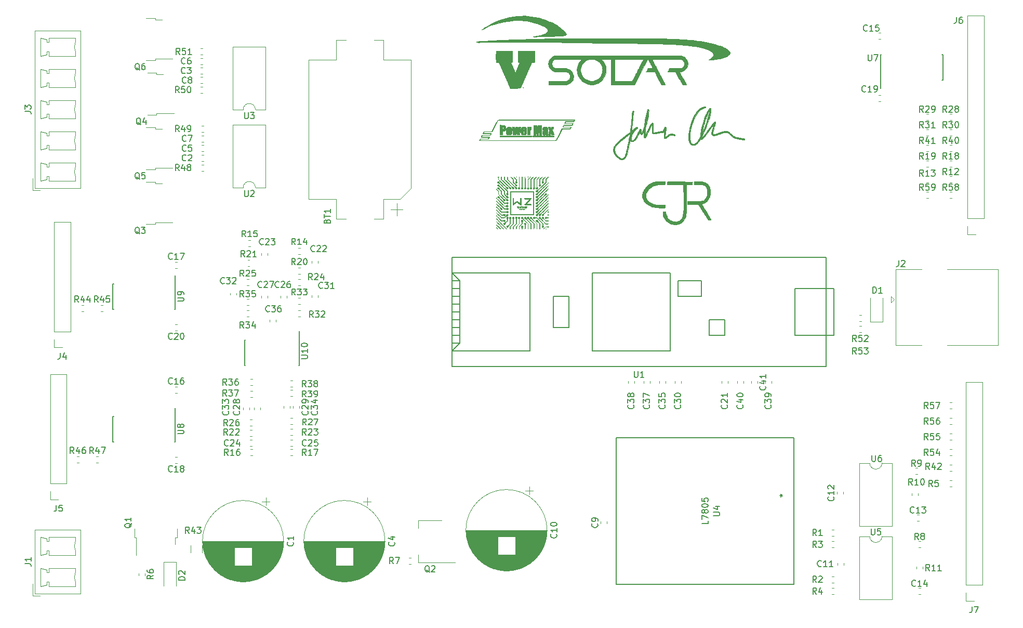
<source format=gbr>
G04 #@! TF.GenerationSoftware,KiCad,Pcbnew,(5.0.2)-1*
G04 #@! TF.CreationDate,2019-03-31T18:50:53-04:00*
G04 #@! TF.ProjectId,SolarCarECU,536f6c61-7243-4617-9245-43552e6b6963,rev?*
G04 #@! TF.SameCoordinates,Original*
G04 #@! TF.FileFunction,Legend,Top*
G04 #@! TF.FilePolarity,Positive*
%FSLAX46Y46*%
G04 Gerber Fmt 4.6, Leading zero omitted, Abs format (unit mm)*
G04 Created by KiCad (PCBNEW (5.0.2)-1) date 3/31/2019 6:50:53 PM*
%MOMM*%
%LPD*%
G01*
G04 APERTURE LIST*
%ADD10C,0.120000*%
%ADD11C,0.150000*%
%ADD12C,0.152400*%
%ADD13C,0.010000*%
G04 APERTURE END LIST*
D10*
G04 #@! TO.C,C41*
X205996000Y-106517221D02*
X205996000Y-106842779D01*
X204976000Y-106517221D02*
X204976000Y-106842779D01*
G04 #@! TO.C,R58*
X237652779Y-75690000D02*
X237327221Y-75690000D01*
X237652779Y-76710000D02*
X237327221Y-76710000D01*
G04 #@! TO.C,R59*
X233842779Y-76710000D02*
X233517221Y-76710000D01*
X233842779Y-75690000D02*
X233517221Y-75690000D01*
D11*
G04 #@! TO.C,U1*
X200660000Y-99060000D02*
X200660000Y-96520000D01*
X200660000Y-96520000D02*
X198120000Y-96520000D01*
X198120000Y-96520000D02*
X198120000Y-99060000D01*
X198120000Y-99060000D02*
X200660000Y-99060000D01*
X193040000Y-90170000D02*
X196850000Y-90170000D01*
X196850000Y-90170000D02*
X196850000Y-92710000D01*
X196850000Y-92710000D02*
X193040000Y-92710000D01*
X193040000Y-92710000D02*
X193040000Y-90170000D01*
X179070000Y-88900000D02*
X179070000Y-101600000D01*
X191770000Y-101600000D02*
X191770000Y-88900000D01*
X191770000Y-88900000D02*
X179070000Y-88900000D01*
X191770000Y-101600000D02*
X179070000Y-101600000D01*
X157480000Y-90170000D02*
X156210000Y-90170000D01*
X157480000Y-91440000D02*
X156210000Y-91440000D01*
X157480000Y-92710000D02*
X156210000Y-92710000D01*
X157480000Y-93980000D02*
X156210000Y-93980000D01*
X157480000Y-95250000D02*
X156210000Y-95250000D01*
X157480000Y-96520000D02*
X156210000Y-96520000D01*
X157480000Y-97790000D02*
X156210000Y-97790000D01*
X157480000Y-99060000D02*
X156210000Y-99060000D01*
X157480000Y-100330000D02*
X156210000Y-100330000D01*
X156210000Y-88900000D02*
X157480000Y-90170000D01*
X157480000Y-90170000D02*
X157480000Y-100330000D01*
X157480000Y-100330000D02*
X156210000Y-101600000D01*
X156210000Y-101600000D02*
X168910000Y-101600000D01*
X168910000Y-101600000D02*
X168910000Y-88900000D01*
X168910000Y-88900000D02*
X156210000Y-88900000D01*
X156210000Y-104140000D02*
X217170000Y-104140000D01*
X217170000Y-86360000D02*
X156210000Y-86360000D01*
X217170000Y-91440000D02*
X218440000Y-91440000D01*
X218440000Y-91440000D02*
X218440000Y-99060000D01*
X218440000Y-99060000D02*
X217170000Y-99060000D01*
X212090000Y-91440000D02*
X212090000Y-99060000D01*
X212090000Y-99060000D02*
X217170000Y-99060000D01*
X212090000Y-91440000D02*
X217170000Y-91440000D01*
X172720000Y-97790000D02*
X172720000Y-92710000D01*
X172720000Y-92710000D02*
X175260000Y-92710000D01*
X175260000Y-92710000D02*
X175260000Y-97790000D01*
X175260000Y-97790000D02*
X172720000Y-97790000D01*
X156210000Y-104140000D02*
X156210000Y-86360000D01*
X217170000Y-86360000D02*
X217170000Y-104140000D01*
D10*
G04 #@! TO.C,R43*
X113644000Y-134460064D02*
X113644000Y-133255936D01*
X115464000Y-134460064D02*
X115464000Y-133255936D01*
G04 #@! TO.C,R53*
X222920779Y-98554000D02*
X222595221Y-98554000D01*
X222920779Y-97534000D02*
X222595221Y-97534000D01*
D12*
G04 #@! TO.C,U4*
X211971001Y-139573000D02*
X211971001Y-115697000D01*
X183015001Y-139573000D02*
X183015001Y-115697000D01*
X211971001Y-139573000D02*
X183015001Y-139573000D01*
X211971001Y-115697000D02*
X183015001Y-115697000D01*
D10*
G04 #@! TO.C,C39*
X207262000Y-106517221D02*
X207262000Y-106842779D01*
X208282000Y-106517221D02*
X208282000Y-106842779D01*
G04 #@! TO.C,R38*
X130210779Y-107444000D02*
X129885221Y-107444000D01*
X130210779Y-106424000D02*
X129885221Y-106424000D01*
G04 #@! TO.C,C28*
X124970000Y-111112918D02*
X124970000Y-110787360D01*
X123950000Y-111112918D02*
X123950000Y-110787360D01*
D11*
G04 #@! TO.C,U8*
X111120000Y-112225000D02*
X111095000Y-112225000D01*
X111120000Y-116375000D02*
X111015000Y-116375000D01*
X100970000Y-116375000D02*
X101075000Y-116375000D01*
X100970000Y-112225000D02*
X101075000Y-112225000D01*
X111120000Y-112225000D02*
X111120000Y-116375000D01*
X100970000Y-112225000D02*
X100970000Y-116375000D01*
X111095000Y-112225000D02*
X111095000Y-110850000D01*
D10*
G04 #@! TO.C,BT1*
X145074000Y-54182000D02*
X145074000Y-50982000D01*
X145074000Y-50982000D02*
X143524000Y-50982000D01*
X149574000Y-54182000D02*
X145074000Y-54182000D01*
X149574000Y-54182000D02*
X149574000Y-75082000D01*
X147774000Y-76882000D02*
X145074000Y-76882000D01*
X149574000Y-75082000D02*
X147774000Y-76882000D01*
X145074000Y-76882000D02*
X145074000Y-80082000D01*
X145074000Y-80082000D02*
X143524000Y-80082000D01*
X137374000Y-76882000D02*
X137374000Y-80082000D01*
X137374000Y-80082000D02*
X138924000Y-80082000D01*
X137374000Y-54182000D02*
X137374000Y-50982000D01*
X137374000Y-50982000D02*
X138924000Y-50982000D01*
X132874000Y-76882000D02*
X132874000Y-54182000D01*
X132874000Y-76882000D02*
X137374000Y-76882000D01*
X132874000Y-54182000D02*
X137374000Y-54182000D01*
X146224000Y-78532000D02*
X148224000Y-78532000D01*
X147224000Y-77532000D02*
X147224000Y-79532000D01*
G04 #@! TO.C,J2*
X232784000Y-88308000D02*
X228524000Y-88308000D01*
X228524000Y-88308000D02*
X228524000Y-100628000D01*
X228524000Y-100628000D02*
X232784000Y-100628000D01*
X236884000Y-88308000D02*
X245244000Y-88308000D01*
X245244000Y-88308000D02*
X245244000Y-100628000D01*
X245244000Y-100628000D02*
X236884000Y-100628000D01*
X228304000Y-93218000D02*
X227804000Y-92718000D01*
X227804000Y-92718000D02*
X227804000Y-93718000D01*
X227804000Y-93718000D02*
X228304000Y-93218000D01*
G04 #@! TO.C,R54*
X237652779Y-117600000D02*
X237327221Y-117600000D01*
X237652779Y-118620000D02*
X237327221Y-118620000D01*
G04 #@! TO.C,R55*
X237652779Y-116080000D02*
X237327221Y-116080000D01*
X237652779Y-115060000D02*
X237327221Y-115060000D01*
G04 #@! TO.C,R56*
X237652779Y-112520000D02*
X237327221Y-112520000D01*
X237652779Y-113540000D02*
X237327221Y-113540000D01*
G04 #@! TO.C,R57*
X237652779Y-111000000D02*
X237327221Y-111000000D01*
X237652779Y-109980000D02*
X237327221Y-109980000D01*
G04 #@! TO.C,R52*
X222920779Y-95756000D02*
X222595221Y-95756000D01*
X222920779Y-96776000D02*
X222595221Y-96776000D01*
G04 #@! TO.C,C3*
X115280221Y-55433500D02*
X115605779Y-55433500D01*
X115280221Y-56453500D02*
X115605779Y-56453500D01*
G04 #@! TO.C,C8*
X115280221Y-58009250D02*
X115605779Y-58009250D01*
X115280221Y-56989250D02*
X115605779Y-56989250D01*
G04 #@! TO.C,R48*
X115407221Y-72265000D02*
X115732779Y-72265000D01*
X115407221Y-71245000D02*
X115732779Y-71245000D01*
G04 #@! TO.C,R49*
X115407221Y-64895000D02*
X115732779Y-64895000D01*
X115407221Y-65915000D02*
X115732779Y-65915000D01*
G04 #@! TO.C,R50*
X115280221Y-59565000D02*
X115605779Y-59565000D01*
X115280221Y-58545000D02*
X115605779Y-58545000D01*
G04 #@! TO.C,R51*
X115280221Y-52322000D02*
X115605779Y-52322000D01*
X115280221Y-53342000D02*
X115605779Y-53342000D01*
D11*
G04 #@! TO.C,U10*
X131342621Y-99756639D02*
X131317621Y-99756639D01*
X131342621Y-103906639D02*
X131227621Y-103906639D01*
X122442621Y-103906639D02*
X122557621Y-103906639D01*
X122442621Y-99756639D02*
X122557621Y-99756639D01*
X131342621Y-99756639D02*
X131342621Y-103906639D01*
X122442621Y-99756639D02*
X122442621Y-103906639D01*
X131317621Y-99756639D02*
X131317621Y-98381639D01*
D10*
G04 #@! TO.C,C1*
X128794000Y-132548000D02*
G75*
G03X128794000Y-132548000I-6620000J0D01*
G01*
X128754000Y-132548000D02*
X115594000Y-132548000D01*
X128754000Y-132588000D02*
X115594000Y-132588000D01*
X128754000Y-132628000D02*
X115594000Y-132628000D01*
X128753000Y-132668000D02*
X115595000Y-132668000D01*
X128753000Y-132708000D02*
X115595000Y-132708000D01*
X128751000Y-132748000D02*
X115597000Y-132748000D01*
X128750000Y-132788000D02*
X115598000Y-132788000D01*
X128749000Y-132828000D02*
X115599000Y-132828000D01*
X128747000Y-132868000D02*
X115601000Y-132868000D01*
X128745000Y-132908000D02*
X115603000Y-132908000D01*
X128742000Y-132948000D02*
X115606000Y-132948000D01*
X128740000Y-132988000D02*
X115608000Y-132988000D01*
X128737000Y-133028000D02*
X115611000Y-133028000D01*
X128734000Y-133068000D02*
X115614000Y-133068000D01*
X128731000Y-133108000D02*
X115617000Y-133108000D01*
X128727000Y-133148000D02*
X115621000Y-133148000D01*
X128723000Y-133188000D02*
X115625000Y-133188000D01*
X128719000Y-133228000D02*
X115629000Y-133228000D01*
X128715000Y-133269000D02*
X115633000Y-133269000D01*
X128711000Y-133309000D02*
X115637000Y-133309000D01*
X128706000Y-133349000D02*
X115642000Y-133349000D01*
X128701000Y-133389000D02*
X115647000Y-133389000D01*
X128696000Y-133429000D02*
X115652000Y-133429000D01*
X128690000Y-133469000D02*
X115658000Y-133469000D01*
X128685000Y-133509000D02*
X115663000Y-133509000D01*
X128679000Y-133549000D02*
X115669000Y-133549000D01*
X128672000Y-133589000D02*
X115676000Y-133589000D01*
X128666000Y-133629000D02*
X123614000Y-133629000D01*
X120734000Y-133629000D02*
X115682000Y-133629000D01*
X128659000Y-133669000D02*
X123614000Y-133669000D01*
X120734000Y-133669000D02*
X115689000Y-133669000D01*
X128652000Y-133709000D02*
X123614000Y-133709000D01*
X120734000Y-133709000D02*
X115696000Y-133709000D01*
X128645000Y-133749000D02*
X123614000Y-133749000D01*
X120734000Y-133749000D02*
X115703000Y-133749000D01*
X128637000Y-133789000D02*
X123614000Y-133789000D01*
X120734000Y-133789000D02*
X115711000Y-133789000D01*
X128630000Y-133829000D02*
X123614000Y-133829000D01*
X120734000Y-133829000D02*
X115718000Y-133829000D01*
X128622000Y-133869000D02*
X123614000Y-133869000D01*
X120734000Y-133869000D02*
X115726000Y-133869000D01*
X128613000Y-133909000D02*
X123614000Y-133909000D01*
X120734000Y-133909000D02*
X115735000Y-133909000D01*
X128605000Y-133949000D02*
X123614000Y-133949000D01*
X120734000Y-133949000D02*
X115743000Y-133949000D01*
X128596000Y-133989000D02*
X123614000Y-133989000D01*
X120734000Y-133989000D02*
X115752000Y-133989000D01*
X128587000Y-134029000D02*
X123614000Y-134029000D01*
X120734000Y-134029000D02*
X115761000Y-134029000D01*
X128578000Y-134069000D02*
X123614000Y-134069000D01*
X120734000Y-134069000D02*
X115770000Y-134069000D01*
X128568000Y-134109000D02*
X123614000Y-134109000D01*
X120734000Y-134109000D02*
X115780000Y-134109000D01*
X128558000Y-134149000D02*
X123614000Y-134149000D01*
X120734000Y-134149000D02*
X115790000Y-134149000D01*
X128548000Y-134189000D02*
X123614000Y-134189000D01*
X120734000Y-134189000D02*
X115800000Y-134189000D01*
X128538000Y-134229000D02*
X123614000Y-134229000D01*
X120734000Y-134229000D02*
X115810000Y-134229000D01*
X128527000Y-134269000D02*
X123614000Y-134269000D01*
X120734000Y-134269000D02*
X115821000Y-134269000D01*
X128516000Y-134309000D02*
X123614000Y-134309000D01*
X120734000Y-134309000D02*
X115832000Y-134309000D01*
X128505000Y-134349000D02*
X123614000Y-134349000D01*
X120734000Y-134349000D02*
X115843000Y-134349000D01*
X128494000Y-134389000D02*
X123614000Y-134389000D01*
X120734000Y-134389000D02*
X115854000Y-134389000D01*
X128482000Y-134429000D02*
X123614000Y-134429000D01*
X120734000Y-134429000D02*
X115866000Y-134429000D01*
X128470000Y-134469000D02*
X123614000Y-134469000D01*
X120734000Y-134469000D02*
X115878000Y-134469000D01*
X128458000Y-134509000D02*
X123614000Y-134509000D01*
X120734000Y-134509000D02*
X115890000Y-134509000D01*
X128445000Y-134549000D02*
X123614000Y-134549000D01*
X120734000Y-134549000D02*
X115903000Y-134549000D01*
X128432000Y-134589000D02*
X123614000Y-134589000D01*
X120734000Y-134589000D02*
X115916000Y-134589000D01*
X128419000Y-134629000D02*
X123614000Y-134629000D01*
X120734000Y-134629000D02*
X115929000Y-134629000D01*
X128406000Y-134669000D02*
X123614000Y-134669000D01*
X120734000Y-134669000D02*
X115942000Y-134669000D01*
X128392000Y-134709000D02*
X123614000Y-134709000D01*
X120734000Y-134709000D02*
X115956000Y-134709000D01*
X128378000Y-134749000D02*
X123614000Y-134749000D01*
X120734000Y-134749000D02*
X115970000Y-134749000D01*
X128364000Y-134789000D02*
X123614000Y-134789000D01*
X120734000Y-134789000D02*
X115984000Y-134789000D01*
X128349000Y-134829000D02*
X123614000Y-134829000D01*
X120734000Y-134829000D02*
X115999000Y-134829000D01*
X128335000Y-134869000D02*
X123614000Y-134869000D01*
X120734000Y-134869000D02*
X116013000Y-134869000D01*
X128320000Y-134909000D02*
X123614000Y-134909000D01*
X120734000Y-134909000D02*
X116028000Y-134909000D01*
X128304000Y-134949000D02*
X123614000Y-134949000D01*
X120734000Y-134949000D02*
X116044000Y-134949000D01*
X128288000Y-134989000D02*
X123614000Y-134989000D01*
X120734000Y-134989000D02*
X116060000Y-134989000D01*
X128272000Y-135029000D02*
X123614000Y-135029000D01*
X120734000Y-135029000D02*
X116076000Y-135029000D01*
X128256000Y-135069000D02*
X123614000Y-135069000D01*
X120734000Y-135069000D02*
X116092000Y-135069000D01*
X128239000Y-135109000D02*
X123614000Y-135109000D01*
X120734000Y-135109000D02*
X116109000Y-135109000D01*
X128223000Y-135149000D02*
X123614000Y-135149000D01*
X120734000Y-135149000D02*
X116125000Y-135149000D01*
X128205000Y-135189000D02*
X123614000Y-135189000D01*
X120734000Y-135189000D02*
X116143000Y-135189000D01*
X128188000Y-135229000D02*
X123614000Y-135229000D01*
X120734000Y-135229000D02*
X116160000Y-135229000D01*
X128170000Y-135269000D02*
X123614000Y-135269000D01*
X120734000Y-135269000D02*
X116178000Y-135269000D01*
X128152000Y-135309000D02*
X123614000Y-135309000D01*
X120734000Y-135309000D02*
X116196000Y-135309000D01*
X128133000Y-135349000D02*
X123614000Y-135349000D01*
X120734000Y-135349000D02*
X116215000Y-135349000D01*
X128114000Y-135389000D02*
X123614000Y-135389000D01*
X120734000Y-135389000D02*
X116234000Y-135389000D01*
X128095000Y-135429000D02*
X123614000Y-135429000D01*
X120734000Y-135429000D02*
X116253000Y-135429000D01*
X128076000Y-135469000D02*
X123614000Y-135469000D01*
X120734000Y-135469000D02*
X116272000Y-135469000D01*
X128056000Y-135509000D02*
X123614000Y-135509000D01*
X120734000Y-135509000D02*
X116292000Y-135509000D01*
X128036000Y-135549000D02*
X123614000Y-135549000D01*
X120734000Y-135549000D02*
X116312000Y-135549000D01*
X128015000Y-135589000D02*
X123614000Y-135589000D01*
X120734000Y-135589000D02*
X116333000Y-135589000D01*
X127994000Y-135629000D02*
X123614000Y-135629000D01*
X120734000Y-135629000D02*
X116354000Y-135629000D01*
X127973000Y-135669000D02*
X123614000Y-135669000D01*
X120734000Y-135669000D02*
X116375000Y-135669000D01*
X127952000Y-135709000D02*
X123614000Y-135709000D01*
X120734000Y-135709000D02*
X116396000Y-135709000D01*
X127930000Y-135749000D02*
X123614000Y-135749000D01*
X120734000Y-135749000D02*
X116418000Y-135749000D01*
X127907000Y-135789000D02*
X123614000Y-135789000D01*
X120734000Y-135789000D02*
X116441000Y-135789000D01*
X127885000Y-135829000D02*
X123614000Y-135829000D01*
X120734000Y-135829000D02*
X116463000Y-135829000D01*
X127862000Y-135869000D02*
X123614000Y-135869000D01*
X120734000Y-135869000D02*
X116486000Y-135869000D01*
X127838000Y-135909000D02*
X123614000Y-135909000D01*
X120734000Y-135909000D02*
X116510000Y-135909000D01*
X127815000Y-135949000D02*
X123614000Y-135949000D01*
X120734000Y-135949000D02*
X116533000Y-135949000D01*
X127791000Y-135989000D02*
X123614000Y-135989000D01*
X120734000Y-135989000D02*
X116557000Y-135989000D01*
X127766000Y-136029000D02*
X123614000Y-136029000D01*
X120734000Y-136029000D02*
X116582000Y-136029000D01*
X127741000Y-136069000D02*
X123614000Y-136069000D01*
X120734000Y-136069000D02*
X116607000Y-136069000D01*
X127716000Y-136109000D02*
X123614000Y-136109000D01*
X120734000Y-136109000D02*
X116632000Y-136109000D01*
X127690000Y-136149000D02*
X123614000Y-136149000D01*
X120734000Y-136149000D02*
X116658000Y-136149000D01*
X127664000Y-136189000D02*
X123614000Y-136189000D01*
X120734000Y-136189000D02*
X116684000Y-136189000D01*
X127637000Y-136229000D02*
X123614000Y-136229000D01*
X120734000Y-136229000D02*
X116711000Y-136229000D01*
X127610000Y-136269000D02*
X123614000Y-136269000D01*
X120734000Y-136269000D02*
X116738000Y-136269000D01*
X127583000Y-136309000D02*
X123614000Y-136309000D01*
X120734000Y-136309000D02*
X116765000Y-136309000D01*
X127555000Y-136349000D02*
X123614000Y-136349000D01*
X120734000Y-136349000D02*
X116793000Y-136349000D01*
X127527000Y-136389000D02*
X123614000Y-136389000D01*
X120734000Y-136389000D02*
X116821000Y-136389000D01*
X127498000Y-136429000D02*
X123614000Y-136429000D01*
X120734000Y-136429000D02*
X116850000Y-136429000D01*
X127469000Y-136469000D02*
X123614000Y-136469000D01*
X120734000Y-136469000D02*
X116879000Y-136469000D01*
X127439000Y-136509000D02*
X116909000Y-136509000D01*
X127409000Y-136549000D02*
X116939000Y-136549000D01*
X127379000Y-136589000D02*
X116969000Y-136589000D01*
X127348000Y-136629000D02*
X117000000Y-136629000D01*
X127316000Y-136669000D02*
X117032000Y-136669000D01*
X127284000Y-136709000D02*
X117064000Y-136709000D01*
X127252000Y-136749000D02*
X117096000Y-136749000D01*
X127218000Y-136789000D02*
X117130000Y-136789000D01*
X127185000Y-136829000D02*
X117163000Y-136829000D01*
X127151000Y-136869000D02*
X117197000Y-136869000D01*
X127116000Y-136909000D02*
X117232000Y-136909000D01*
X127081000Y-136949000D02*
X117267000Y-136949000D01*
X127045000Y-136989000D02*
X117303000Y-136989000D01*
X127008000Y-137029000D02*
X117340000Y-137029000D01*
X126971000Y-137069000D02*
X117377000Y-137069000D01*
X126934000Y-137109000D02*
X117414000Y-137109000D01*
X126895000Y-137149000D02*
X117453000Y-137149000D01*
X126856000Y-137189000D02*
X117492000Y-137189000D01*
X126817000Y-137229000D02*
X117531000Y-137229000D01*
X126776000Y-137269000D02*
X117572000Y-137269000D01*
X126735000Y-137309000D02*
X117613000Y-137309000D01*
X126693000Y-137349000D02*
X117655000Y-137349000D01*
X126651000Y-137389000D02*
X117697000Y-137389000D01*
X126608000Y-137429000D02*
X117740000Y-137429000D01*
X126564000Y-137469000D02*
X117784000Y-137469000D01*
X126519000Y-137509000D02*
X117829000Y-137509000D01*
X126473000Y-137549000D02*
X117875000Y-137549000D01*
X126427000Y-137589000D02*
X117921000Y-137589000D01*
X126379000Y-137629000D02*
X117969000Y-137629000D01*
X126331000Y-137669000D02*
X118017000Y-137669000D01*
X126282000Y-137709000D02*
X118066000Y-137709000D01*
X126231000Y-137749000D02*
X118117000Y-137749000D01*
X126180000Y-137789000D02*
X118168000Y-137789000D01*
X126128000Y-137829000D02*
X118220000Y-137829000D01*
X126074000Y-137869000D02*
X118274000Y-137869000D01*
X126020000Y-137909000D02*
X118328000Y-137909000D01*
X125964000Y-137949000D02*
X118384000Y-137949000D01*
X125907000Y-137989000D02*
X118441000Y-137989000D01*
X125849000Y-138029000D02*
X118499000Y-138029000D01*
X125789000Y-138069000D02*
X118559000Y-138069000D01*
X125728000Y-138109000D02*
X118620000Y-138109000D01*
X125665000Y-138149000D02*
X118683000Y-138149000D01*
X125601000Y-138189000D02*
X118747000Y-138189000D01*
X125535000Y-138229000D02*
X118813000Y-138229000D01*
X125467000Y-138269000D02*
X118881000Y-138269000D01*
X125397000Y-138309000D02*
X118951000Y-138309000D01*
X125326000Y-138349000D02*
X119022000Y-138349000D01*
X125252000Y-138389000D02*
X119096000Y-138389000D01*
X125176000Y-138429000D02*
X119172000Y-138429000D01*
X125097000Y-138469000D02*
X119251000Y-138469000D01*
X125016000Y-138509000D02*
X119332000Y-138509000D01*
X124932000Y-138549000D02*
X119416000Y-138549000D01*
X124844000Y-138589000D02*
X119504000Y-138589000D01*
X124753000Y-138629000D02*
X119595000Y-138629000D01*
X124658000Y-138669000D02*
X119690000Y-138669000D01*
X124559000Y-138709000D02*
X119789000Y-138709000D01*
X124455000Y-138749000D02*
X119893000Y-138749000D01*
X124345000Y-138789000D02*
X120003000Y-138789000D01*
X124229000Y-138829000D02*
X120119000Y-138829000D01*
X124105000Y-138869000D02*
X120243000Y-138869000D01*
X123972000Y-138909000D02*
X120376000Y-138909000D01*
X123827000Y-138949000D02*
X120521000Y-138949000D01*
X123668000Y-138989000D02*
X120680000Y-138989000D01*
X123489000Y-139029000D02*
X120859000Y-139029000D01*
X123281000Y-139069000D02*
X121067000Y-139069000D01*
X123024000Y-139109000D02*
X121324000Y-139109000D01*
X122649000Y-139149000D02*
X121699000Y-139149000D01*
X125889000Y-125463431D02*
X125889000Y-126763431D01*
X126539000Y-126113431D02*
X125239000Y-126113431D01*
G04 #@! TO.C,C2*
X115407221Y-69657500D02*
X115732779Y-69657500D01*
X115407221Y-70677500D02*
X115732779Y-70677500D01*
G04 #@! TO.C,C4*
X143049000Y-126113431D02*
X141749000Y-126113431D01*
X142399000Y-125463431D02*
X142399000Y-126763431D01*
X139159000Y-139149000D02*
X138209000Y-139149000D01*
X139534000Y-139109000D02*
X137834000Y-139109000D01*
X139791000Y-139069000D02*
X137577000Y-139069000D01*
X139999000Y-139029000D02*
X137369000Y-139029000D01*
X140178000Y-138989000D02*
X137190000Y-138989000D01*
X140337000Y-138949000D02*
X137031000Y-138949000D01*
X140482000Y-138909000D02*
X136886000Y-138909000D01*
X140615000Y-138869000D02*
X136753000Y-138869000D01*
X140739000Y-138829000D02*
X136629000Y-138829000D01*
X140855000Y-138789000D02*
X136513000Y-138789000D01*
X140965000Y-138749000D02*
X136403000Y-138749000D01*
X141069000Y-138709000D02*
X136299000Y-138709000D01*
X141168000Y-138669000D02*
X136200000Y-138669000D01*
X141263000Y-138629000D02*
X136105000Y-138629000D01*
X141354000Y-138589000D02*
X136014000Y-138589000D01*
X141442000Y-138549000D02*
X135926000Y-138549000D01*
X141526000Y-138509000D02*
X135842000Y-138509000D01*
X141607000Y-138469000D02*
X135761000Y-138469000D01*
X141686000Y-138429000D02*
X135682000Y-138429000D01*
X141762000Y-138389000D02*
X135606000Y-138389000D01*
X141836000Y-138349000D02*
X135532000Y-138349000D01*
X141907000Y-138309000D02*
X135461000Y-138309000D01*
X141977000Y-138269000D02*
X135391000Y-138269000D01*
X142045000Y-138229000D02*
X135323000Y-138229000D01*
X142111000Y-138189000D02*
X135257000Y-138189000D01*
X142175000Y-138149000D02*
X135193000Y-138149000D01*
X142238000Y-138109000D02*
X135130000Y-138109000D01*
X142299000Y-138069000D02*
X135069000Y-138069000D01*
X142359000Y-138029000D02*
X135009000Y-138029000D01*
X142417000Y-137989000D02*
X134951000Y-137989000D01*
X142474000Y-137949000D02*
X134894000Y-137949000D01*
X142530000Y-137909000D02*
X134838000Y-137909000D01*
X142584000Y-137869000D02*
X134784000Y-137869000D01*
X142638000Y-137829000D02*
X134730000Y-137829000D01*
X142690000Y-137789000D02*
X134678000Y-137789000D01*
X142741000Y-137749000D02*
X134627000Y-137749000D01*
X142792000Y-137709000D02*
X134576000Y-137709000D01*
X142841000Y-137669000D02*
X134527000Y-137669000D01*
X142889000Y-137629000D02*
X134479000Y-137629000D01*
X142937000Y-137589000D02*
X134431000Y-137589000D01*
X142983000Y-137549000D02*
X134385000Y-137549000D01*
X143029000Y-137509000D02*
X134339000Y-137509000D01*
X143074000Y-137469000D02*
X134294000Y-137469000D01*
X143118000Y-137429000D02*
X134250000Y-137429000D01*
X143161000Y-137389000D02*
X134207000Y-137389000D01*
X143203000Y-137349000D02*
X134165000Y-137349000D01*
X143245000Y-137309000D02*
X134123000Y-137309000D01*
X143286000Y-137269000D02*
X134082000Y-137269000D01*
X143327000Y-137229000D02*
X134041000Y-137229000D01*
X143366000Y-137189000D02*
X134002000Y-137189000D01*
X143405000Y-137149000D02*
X133963000Y-137149000D01*
X143444000Y-137109000D02*
X133924000Y-137109000D01*
X143481000Y-137069000D02*
X133887000Y-137069000D01*
X143518000Y-137029000D02*
X133850000Y-137029000D01*
X143555000Y-136989000D02*
X133813000Y-136989000D01*
X143591000Y-136949000D02*
X133777000Y-136949000D01*
X143626000Y-136909000D02*
X133742000Y-136909000D01*
X143661000Y-136869000D02*
X133707000Y-136869000D01*
X143695000Y-136829000D02*
X133673000Y-136829000D01*
X143728000Y-136789000D02*
X133640000Y-136789000D01*
X143762000Y-136749000D02*
X133606000Y-136749000D01*
X143794000Y-136709000D02*
X133574000Y-136709000D01*
X143826000Y-136669000D02*
X133542000Y-136669000D01*
X143858000Y-136629000D02*
X133510000Y-136629000D01*
X143889000Y-136589000D02*
X133479000Y-136589000D01*
X143919000Y-136549000D02*
X133449000Y-136549000D01*
X143949000Y-136509000D02*
X133419000Y-136509000D01*
X137244000Y-136469000D02*
X133389000Y-136469000D01*
X143979000Y-136469000D02*
X140124000Y-136469000D01*
X137244000Y-136429000D02*
X133360000Y-136429000D01*
X144008000Y-136429000D02*
X140124000Y-136429000D01*
X137244000Y-136389000D02*
X133331000Y-136389000D01*
X144037000Y-136389000D02*
X140124000Y-136389000D01*
X137244000Y-136349000D02*
X133303000Y-136349000D01*
X144065000Y-136349000D02*
X140124000Y-136349000D01*
X137244000Y-136309000D02*
X133275000Y-136309000D01*
X144093000Y-136309000D02*
X140124000Y-136309000D01*
X137244000Y-136269000D02*
X133248000Y-136269000D01*
X144120000Y-136269000D02*
X140124000Y-136269000D01*
X137244000Y-136229000D02*
X133221000Y-136229000D01*
X144147000Y-136229000D02*
X140124000Y-136229000D01*
X137244000Y-136189000D02*
X133194000Y-136189000D01*
X144174000Y-136189000D02*
X140124000Y-136189000D01*
X137244000Y-136149000D02*
X133168000Y-136149000D01*
X144200000Y-136149000D02*
X140124000Y-136149000D01*
X137244000Y-136109000D02*
X133142000Y-136109000D01*
X144226000Y-136109000D02*
X140124000Y-136109000D01*
X137244000Y-136069000D02*
X133117000Y-136069000D01*
X144251000Y-136069000D02*
X140124000Y-136069000D01*
X137244000Y-136029000D02*
X133092000Y-136029000D01*
X144276000Y-136029000D02*
X140124000Y-136029000D01*
X137244000Y-135989000D02*
X133067000Y-135989000D01*
X144301000Y-135989000D02*
X140124000Y-135989000D01*
X137244000Y-135949000D02*
X133043000Y-135949000D01*
X144325000Y-135949000D02*
X140124000Y-135949000D01*
X137244000Y-135909000D02*
X133020000Y-135909000D01*
X144348000Y-135909000D02*
X140124000Y-135909000D01*
X137244000Y-135869000D02*
X132996000Y-135869000D01*
X144372000Y-135869000D02*
X140124000Y-135869000D01*
X137244000Y-135829000D02*
X132973000Y-135829000D01*
X144395000Y-135829000D02*
X140124000Y-135829000D01*
X137244000Y-135789000D02*
X132951000Y-135789000D01*
X144417000Y-135789000D02*
X140124000Y-135789000D01*
X137244000Y-135749000D02*
X132928000Y-135749000D01*
X144440000Y-135749000D02*
X140124000Y-135749000D01*
X137244000Y-135709000D02*
X132906000Y-135709000D01*
X144462000Y-135709000D02*
X140124000Y-135709000D01*
X137244000Y-135669000D02*
X132885000Y-135669000D01*
X144483000Y-135669000D02*
X140124000Y-135669000D01*
X137244000Y-135629000D02*
X132864000Y-135629000D01*
X144504000Y-135629000D02*
X140124000Y-135629000D01*
X137244000Y-135589000D02*
X132843000Y-135589000D01*
X144525000Y-135589000D02*
X140124000Y-135589000D01*
X137244000Y-135549000D02*
X132822000Y-135549000D01*
X144546000Y-135549000D02*
X140124000Y-135549000D01*
X137244000Y-135509000D02*
X132802000Y-135509000D01*
X144566000Y-135509000D02*
X140124000Y-135509000D01*
X137244000Y-135469000D02*
X132782000Y-135469000D01*
X144586000Y-135469000D02*
X140124000Y-135469000D01*
X137244000Y-135429000D02*
X132763000Y-135429000D01*
X144605000Y-135429000D02*
X140124000Y-135429000D01*
X137244000Y-135389000D02*
X132744000Y-135389000D01*
X144624000Y-135389000D02*
X140124000Y-135389000D01*
X137244000Y-135349000D02*
X132725000Y-135349000D01*
X144643000Y-135349000D02*
X140124000Y-135349000D01*
X137244000Y-135309000D02*
X132706000Y-135309000D01*
X144662000Y-135309000D02*
X140124000Y-135309000D01*
X137244000Y-135269000D02*
X132688000Y-135269000D01*
X144680000Y-135269000D02*
X140124000Y-135269000D01*
X137244000Y-135229000D02*
X132670000Y-135229000D01*
X144698000Y-135229000D02*
X140124000Y-135229000D01*
X137244000Y-135189000D02*
X132653000Y-135189000D01*
X144715000Y-135189000D02*
X140124000Y-135189000D01*
X137244000Y-135149000D02*
X132635000Y-135149000D01*
X144733000Y-135149000D02*
X140124000Y-135149000D01*
X137244000Y-135109000D02*
X132619000Y-135109000D01*
X144749000Y-135109000D02*
X140124000Y-135109000D01*
X137244000Y-135069000D02*
X132602000Y-135069000D01*
X144766000Y-135069000D02*
X140124000Y-135069000D01*
X137244000Y-135029000D02*
X132586000Y-135029000D01*
X144782000Y-135029000D02*
X140124000Y-135029000D01*
X137244000Y-134989000D02*
X132570000Y-134989000D01*
X144798000Y-134989000D02*
X140124000Y-134989000D01*
X137244000Y-134949000D02*
X132554000Y-134949000D01*
X144814000Y-134949000D02*
X140124000Y-134949000D01*
X137244000Y-134909000D02*
X132538000Y-134909000D01*
X144830000Y-134909000D02*
X140124000Y-134909000D01*
X137244000Y-134869000D02*
X132523000Y-134869000D01*
X144845000Y-134869000D02*
X140124000Y-134869000D01*
X137244000Y-134829000D02*
X132509000Y-134829000D01*
X144859000Y-134829000D02*
X140124000Y-134829000D01*
X137244000Y-134789000D02*
X132494000Y-134789000D01*
X144874000Y-134789000D02*
X140124000Y-134789000D01*
X137244000Y-134749000D02*
X132480000Y-134749000D01*
X144888000Y-134749000D02*
X140124000Y-134749000D01*
X137244000Y-134709000D02*
X132466000Y-134709000D01*
X144902000Y-134709000D02*
X140124000Y-134709000D01*
X137244000Y-134669000D02*
X132452000Y-134669000D01*
X144916000Y-134669000D02*
X140124000Y-134669000D01*
X137244000Y-134629000D02*
X132439000Y-134629000D01*
X144929000Y-134629000D02*
X140124000Y-134629000D01*
X137244000Y-134589000D02*
X132426000Y-134589000D01*
X144942000Y-134589000D02*
X140124000Y-134589000D01*
X137244000Y-134549000D02*
X132413000Y-134549000D01*
X144955000Y-134549000D02*
X140124000Y-134549000D01*
X137244000Y-134509000D02*
X132400000Y-134509000D01*
X144968000Y-134509000D02*
X140124000Y-134509000D01*
X137244000Y-134469000D02*
X132388000Y-134469000D01*
X144980000Y-134469000D02*
X140124000Y-134469000D01*
X137244000Y-134429000D02*
X132376000Y-134429000D01*
X144992000Y-134429000D02*
X140124000Y-134429000D01*
X137244000Y-134389000D02*
X132364000Y-134389000D01*
X145004000Y-134389000D02*
X140124000Y-134389000D01*
X137244000Y-134349000D02*
X132353000Y-134349000D01*
X145015000Y-134349000D02*
X140124000Y-134349000D01*
X137244000Y-134309000D02*
X132342000Y-134309000D01*
X145026000Y-134309000D02*
X140124000Y-134309000D01*
X137244000Y-134269000D02*
X132331000Y-134269000D01*
X145037000Y-134269000D02*
X140124000Y-134269000D01*
X137244000Y-134229000D02*
X132320000Y-134229000D01*
X145048000Y-134229000D02*
X140124000Y-134229000D01*
X137244000Y-134189000D02*
X132310000Y-134189000D01*
X145058000Y-134189000D02*
X140124000Y-134189000D01*
X137244000Y-134149000D02*
X132300000Y-134149000D01*
X145068000Y-134149000D02*
X140124000Y-134149000D01*
X137244000Y-134109000D02*
X132290000Y-134109000D01*
X145078000Y-134109000D02*
X140124000Y-134109000D01*
X137244000Y-134069000D02*
X132280000Y-134069000D01*
X145088000Y-134069000D02*
X140124000Y-134069000D01*
X137244000Y-134029000D02*
X132271000Y-134029000D01*
X145097000Y-134029000D02*
X140124000Y-134029000D01*
X137244000Y-133989000D02*
X132262000Y-133989000D01*
X145106000Y-133989000D02*
X140124000Y-133989000D01*
X137244000Y-133949000D02*
X132253000Y-133949000D01*
X145115000Y-133949000D02*
X140124000Y-133949000D01*
X137244000Y-133909000D02*
X132245000Y-133909000D01*
X145123000Y-133909000D02*
X140124000Y-133909000D01*
X137244000Y-133869000D02*
X132236000Y-133869000D01*
X145132000Y-133869000D02*
X140124000Y-133869000D01*
X137244000Y-133829000D02*
X132228000Y-133829000D01*
X145140000Y-133829000D02*
X140124000Y-133829000D01*
X137244000Y-133789000D02*
X132221000Y-133789000D01*
X145147000Y-133789000D02*
X140124000Y-133789000D01*
X137244000Y-133749000D02*
X132213000Y-133749000D01*
X145155000Y-133749000D02*
X140124000Y-133749000D01*
X137244000Y-133709000D02*
X132206000Y-133709000D01*
X145162000Y-133709000D02*
X140124000Y-133709000D01*
X137244000Y-133669000D02*
X132199000Y-133669000D01*
X145169000Y-133669000D02*
X140124000Y-133669000D01*
X137244000Y-133629000D02*
X132192000Y-133629000D01*
X145176000Y-133629000D02*
X140124000Y-133629000D01*
X145182000Y-133589000D02*
X132186000Y-133589000D01*
X145189000Y-133549000D02*
X132179000Y-133549000D01*
X145195000Y-133509000D02*
X132173000Y-133509000D01*
X145200000Y-133469000D02*
X132168000Y-133469000D01*
X145206000Y-133429000D02*
X132162000Y-133429000D01*
X145211000Y-133389000D02*
X132157000Y-133389000D01*
X145216000Y-133349000D02*
X132152000Y-133349000D01*
X145221000Y-133309000D02*
X132147000Y-133309000D01*
X145225000Y-133269000D02*
X132143000Y-133269000D01*
X145229000Y-133228000D02*
X132139000Y-133228000D01*
X145233000Y-133188000D02*
X132135000Y-133188000D01*
X145237000Y-133148000D02*
X132131000Y-133148000D01*
X145241000Y-133108000D02*
X132127000Y-133108000D01*
X145244000Y-133068000D02*
X132124000Y-133068000D01*
X145247000Y-133028000D02*
X132121000Y-133028000D01*
X145250000Y-132988000D02*
X132118000Y-132988000D01*
X145252000Y-132948000D02*
X132116000Y-132948000D01*
X145255000Y-132908000D02*
X132113000Y-132908000D01*
X145257000Y-132868000D02*
X132111000Y-132868000D01*
X145259000Y-132828000D02*
X132109000Y-132828000D01*
X145260000Y-132788000D02*
X132108000Y-132788000D01*
X145261000Y-132748000D02*
X132107000Y-132748000D01*
X145263000Y-132708000D02*
X132105000Y-132708000D01*
X145263000Y-132668000D02*
X132105000Y-132668000D01*
X145264000Y-132628000D02*
X132104000Y-132628000D01*
X145264000Y-132588000D02*
X132104000Y-132588000D01*
X145264000Y-132548000D02*
X132104000Y-132548000D01*
X145304000Y-132548000D02*
G75*
G03X145304000Y-132548000I-6620000J0D01*
G01*
G04 #@! TO.C,C5*
X115407221Y-69090000D02*
X115732779Y-69090000D01*
X115407221Y-68070000D02*
X115732779Y-68070000D01*
G04 #@! TO.C,C6*
X115280221Y-53877750D02*
X115605779Y-53877750D01*
X115280221Y-54897750D02*
X115605779Y-54897750D01*
G04 #@! TO.C,C7*
X115407221Y-67502500D02*
X115732779Y-67502500D01*
X115407221Y-66482500D02*
X115732779Y-66482500D01*
G04 #@! TO.C,C9*
X180465000Y-129702779D02*
X180465000Y-129377221D01*
X181485000Y-129702779D02*
X181485000Y-129377221D01*
G04 #@! TO.C,C10*
X171720000Y-130770000D02*
G75*
G03X171720000Y-130770000I-6620000J0D01*
G01*
X171680000Y-130770000D02*
X158520000Y-130770000D01*
X171680000Y-130810000D02*
X158520000Y-130810000D01*
X171680000Y-130850000D02*
X158520000Y-130850000D01*
X171679000Y-130890000D02*
X158521000Y-130890000D01*
X171679000Y-130930000D02*
X158521000Y-130930000D01*
X171677000Y-130970000D02*
X158523000Y-130970000D01*
X171676000Y-131010000D02*
X158524000Y-131010000D01*
X171675000Y-131050000D02*
X158525000Y-131050000D01*
X171673000Y-131090000D02*
X158527000Y-131090000D01*
X171671000Y-131130000D02*
X158529000Y-131130000D01*
X171668000Y-131170000D02*
X158532000Y-131170000D01*
X171666000Y-131210000D02*
X158534000Y-131210000D01*
X171663000Y-131250000D02*
X158537000Y-131250000D01*
X171660000Y-131290000D02*
X158540000Y-131290000D01*
X171657000Y-131330000D02*
X158543000Y-131330000D01*
X171653000Y-131370000D02*
X158547000Y-131370000D01*
X171649000Y-131410000D02*
X158551000Y-131410000D01*
X171645000Y-131450000D02*
X158555000Y-131450000D01*
X171641000Y-131491000D02*
X158559000Y-131491000D01*
X171637000Y-131531000D02*
X158563000Y-131531000D01*
X171632000Y-131571000D02*
X158568000Y-131571000D01*
X171627000Y-131611000D02*
X158573000Y-131611000D01*
X171622000Y-131651000D02*
X158578000Y-131651000D01*
X171616000Y-131691000D02*
X158584000Y-131691000D01*
X171611000Y-131731000D02*
X158589000Y-131731000D01*
X171605000Y-131771000D02*
X158595000Y-131771000D01*
X171598000Y-131811000D02*
X158602000Y-131811000D01*
X171592000Y-131851000D02*
X166540000Y-131851000D01*
X163660000Y-131851000D02*
X158608000Y-131851000D01*
X171585000Y-131891000D02*
X166540000Y-131891000D01*
X163660000Y-131891000D02*
X158615000Y-131891000D01*
X171578000Y-131931000D02*
X166540000Y-131931000D01*
X163660000Y-131931000D02*
X158622000Y-131931000D01*
X171571000Y-131971000D02*
X166540000Y-131971000D01*
X163660000Y-131971000D02*
X158629000Y-131971000D01*
X171563000Y-132011000D02*
X166540000Y-132011000D01*
X163660000Y-132011000D02*
X158637000Y-132011000D01*
X171556000Y-132051000D02*
X166540000Y-132051000D01*
X163660000Y-132051000D02*
X158644000Y-132051000D01*
X171548000Y-132091000D02*
X166540000Y-132091000D01*
X163660000Y-132091000D02*
X158652000Y-132091000D01*
X171539000Y-132131000D02*
X166540000Y-132131000D01*
X163660000Y-132131000D02*
X158661000Y-132131000D01*
X171531000Y-132171000D02*
X166540000Y-132171000D01*
X163660000Y-132171000D02*
X158669000Y-132171000D01*
X171522000Y-132211000D02*
X166540000Y-132211000D01*
X163660000Y-132211000D02*
X158678000Y-132211000D01*
X171513000Y-132251000D02*
X166540000Y-132251000D01*
X163660000Y-132251000D02*
X158687000Y-132251000D01*
X171504000Y-132291000D02*
X166540000Y-132291000D01*
X163660000Y-132291000D02*
X158696000Y-132291000D01*
X171494000Y-132331000D02*
X166540000Y-132331000D01*
X163660000Y-132331000D02*
X158706000Y-132331000D01*
X171484000Y-132371000D02*
X166540000Y-132371000D01*
X163660000Y-132371000D02*
X158716000Y-132371000D01*
X171474000Y-132411000D02*
X166540000Y-132411000D01*
X163660000Y-132411000D02*
X158726000Y-132411000D01*
X171464000Y-132451000D02*
X166540000Y-132451000D01*
X163660000Y-132451000D02*
X158736000Y-132451000D01*
X171453000Y-132491000D02*
X166540000Y-132491000D01*
X163660000Y-132491000D02*
X158747000Y-132491000D01*
X171442000Y-132531000D02*
X166540000Y-132531000D01*
X163660000Y-132531000D02*
X158758000Y-132531000D01*
X171431000Y-132571000D02*
X166540000Y-132571000D01*
X163660000Y-132571000D02*
X158769000Y-132571000D01*
X171420000Y-132611000D02*
X166540000Y-132611000D01*
X163660000Y-132611000D02*
X158780000Y-132611000D01*
X171408000Y-132651000D02*
X166540000Y-132651000D01*
X163660000Y-132651000D02*
X158792000Y-132651000D01*
X171396000Y-132691000D02*
X166540000Y-132691000D01*
X163660000Y-132691000D02*
X158804000Y-132691000D01*
X171384000Y-132731000D02*
X166540000Y-132731000D01*
X163660000Y-132731000D02*
X158816000Y-132731000D01*
X171371000Y-132771000D02*
X166540000Y-132771000D01*
X163660000Y-132771000D02*
X158829000Y-132771000D01*
X171358000Y-132811000D02*
X166540000Y-132811000D01*
X163660000Y-132811000D02*
X158842000Y-132811000D01*
X171345000Y-132851000D02*
X166540000Y-132851000D01*
X163660000Y-132851000D02*
X158855000Y-132851000D01*
X171332000Y-132891000D02*
X166540000Y-132891000D01*
X163660000Y-132891000D02*
X158868000Y-132891000D01*
X171318000Y-132931000D02*
X166540000Y-132931000D01*
X163660000Y-132931000D02*
X158882000Y-132931000D01*
X171304000Y-132971000D02*
X166540000Y-132971000D01*
X163660000Y-132971000D02*
X158896000Y-132971000D01*
X171290000Y-133011000D02*
X166540000Y-133011000D01*
X163660000Y-133011000D02*
X158910000Y-133011000D01*
X171275000Y-133051000D02*
X166540000Y-133051000D01*
X163660000Y-133051000D02*
X158925000Y-133051000D01*
X171261000Y-133091000D02*
X166540000Y-133091000D01*
X163660000Y-133091000D02*
X158939000Y-133091000D01*
X171246000Y-133131000D02*
X166540000Y-133131000D01*
X163660000Y-133131000D02*
X158954000Y-133131000D01*
X171230000Y-133171000D02*
X166540000Y-133171000D01*
X163660000Y-133171000D02*
X158970000Y-133171000D01*
X171214000Y-133211000D02*
X166540000Y-133211000D01*
X163660000Y-133211000D02*
X158986000Y-133211000D01*
X171198000Y-133251000D02*
X166540000Y-133251000D01*
X163660000Y-133251000D02*
X159002000Y-133251000D01*
X171182000Y-133291000D02*
X166540000Y-133291000D01*
X163660000Y-133291000D02*
X159018000Y-133291000D01*
X171165000Y-133331000D02*
X166540000Y-133331000D01*
X163660000Y-133331000D02*
X159035000Y-133331000D01*
X171149000Y-133371000D02*
X166540000Y-133371000D01*
X163660000Y-133371000D02*
X159051000Y-133371000D01*
X171131000Y-133411000D02*
X166540000Y-133411000D01*
X163660000Y-133411000D02*
X159069000Y-133411000D01*
X171114000Y-133451000D02*
X166540000Y-133451000D01*
X163660000Y-133451000D02*
X159086000Y-133451000D01*
X171096000Y-133491000D02*
X166540000Y-133491000D01*
X163660000Y-133491000D02*
X159104000Y-133491000D01*
X171078000Y-133531000D02*
X166540000Y-133531000D01*
X163660000Y-133531000D02*
X159122000Y-133531000D01*
X171059000Y-133571000D02*
X166540000Y-133571000D01*
X163660000Y-133571000D02*
X159141000Y-133571000D01*
X171040000Y-133611000D02*
X166540000Y-133611000D01*
X163660000Y-133611000D02*
X159160000Y-133611000D01*
X171021000Y-133651000D02*
X166540000Y-133651000D01*
X163660000Y-133651000D02*
X159179000Y-133651000D01*
X171002000Y-133691000D02*
X166540000Y-133691000D01*
X163660000Y-133691000D02*
X159198000Y-133691000D01*
X170982000Y-133731000D02*
X166540000Y-133731000D01*
X163660000Y-133731000D02*
X159218000Y-133731000D01*
X170962000Y-133771000D02*
X166540000Y-133771000D01*
X163660000Y-133771000D02*
X159238000Y-133771000D01*
X170941000Y-133811000D02*
X166540000Y-133811000D01*
X163660000Y-133811000D02*
X159259000Y-133811000D01*
X170920000Y-133851000D02*
X166540000Y-133851000D01*
X163660000Y-133851000D02*
X159280000Y-133851000D01*
X170899000Y-133891000D02*
X166540000Y-133891000D01*
X163660000Y-133891000D02*
X159301000Y-133891000D01*
X170878000Y-133931000D02*
X166540000Y-133931000D01*
X163660000Y-133931000D02*
X159322000Y-133931000D01*
X170856000Y-133971000D02*
X166540000Y-133971000D01*
X163660000Y-133971000D02*
X159344000Y-133971000D01*
X170833000Y-134011000D02*
X166540000Y-134011000D01*
X163660000Y-134011000D02*
X159367000Y-134011000D01*
X170811000Y-134051000D02*
X166540000Y-134051000D01*
X163660000Y-134051000D02*
X159389000Y-134051000D01*
X170788000Y-134091000D02*
X166540000Y-134091000D01*
X163660000Y-134091000D02*
X159412000Y-134091000D01*
X170764000Y-134131000D02*
X166540000Y-134131000D01*
X163660000Y-134131000D02*
X159436000Y-134131000D01*
X170741000Y-134171000D02*
X166540000Y-134171000D01*
X163660000Y-134171000D02*
X159459000Y-134171000D01*
X170717000Y-134211000D02*
X166540000Y-134211000D01*
X163660000Y-134211000D02*
X159483000Y-134211000D01*
X170692000Y-134251000D02*
X166540000Y-134251000D01*
X163660000Y-134251000D02*
X159508000Y-134251000D01*
X170667000Y-134291000D02*
X166540000Y-134291000D01*
X163660000Y-134291000D02*
X159533000Y-134291000D01*
X170642000Y-134331000D02*
X166540000Y-134331000D01*
X163660000Y-134331000D02*
X159558000Y-134331000D01*
X170616000Y-134371000D02*
X166540000Y-134371000D01*
X163660000Y-134371000D02*
X159584000Y-134371000D01*
X170590000Y-134411000D02*
X166540000Y-134411000D01*
X163660000Y-134411000D02*
X159610000Y-134411000D01*
X170563000Y-134451000D02*
X166540000Y-134451000D01*
X163660000Y-134451000D02*
X159637000Y-134451000D01*
X170536000Y-134491000D02*
X166540000Y-134491000D01*
X163660000Y-134491000D02*
X159664000Y-134491000D01*
X170509000Y-134531000D02*
X166540000Y-134531000D01*
X163660000Y-134531000D02*
X159691000Y-134531000D01*
X170481000Y-134571000D02*
X166540000Y-134571000D01*
X163660000Y-134571000D02*
X159719000Y-134571000D01*
X170453000Y-134611000D02*
X166540000Y-134611000D01*
X163660000Y-134611000D02*
X159747000Y-134611000D01*
X170424000Y-134651000D02*
X166540000Y-134651000D01*
X163660000Y-134651000D02*
X159776000Y-134651000D01*
X170395000Y-134691000D02*
X166540000Y-134691000D01*
X163660000Y-134691000D02*
X159805000Y-134691000D01*
X170365000Y-134731000D02*
X159835000Y-134731000D01*
X170335000Y-134771000D02*
X159865000Y-134771000D01*
X170305000Y-134811000D02*
X159895000Y-134811000D01*
X170274000Y-134851000D02*
X159926000Y-134851000D01*
X170242000Y-134891000D02*
X159958000Y-134891000D01*
X170210000Y-134931000D02*
X159990000Y-134931000D01*
X170178000Y-134971000D02*
X160022000Y-134971000D01*
X170144000Y-135011000D02*
X160056000Y-135011000D01*
X170111000Y-135051000D02*
X160089000Y-135051000D01*
X170077000Y-135091000D02*
X160123000Y-135091000D01*
X170042000Y-135131000D02*
X160158000Y-135131000D01*
X170007000Y-135171000D02*
X160193000Y-135171000D01*
X169971000Y-135211000D02*
X160229000Y-135211000D01*
X169934000Y-135251000D02*
X160266000Y-135251000D01*
X169897000Y-135291000D02*
X160303000Y-135291000D01*
X169860000Y-135331000D02*
X160340000Y-135331000D01*
X169821000Y-135371000D02*
X160379000Y-135371000D01*
X169782000Y-135411000D02*
X160418000Y-135411000D01*
X169743000Y-135451000D02*
X160457000Y-135451000D01*
X169702000Y-135491000D02*
X160498000Y-135491000D01*
X169661000Y-135531000D02*
X160539000Y-135531000D01*
X169619000Y-135571000D02*
X160581000Y-135571000D01*
X169577000Y-135611000D02*
X160623000Y-135611000D01*
X169534000Y-135651000D02*
X160666000Y-135651000D01*
X169490000Y-135691000D02*
X160710000Y-135691000D01*
X169445000Y-135731000D02*
X160755000Y-135731000D01*
X169399000Y-135771000D02*
X160801000Y-135771000D01*
X169353000Y-135811000D02*
X160847000Y-135811000D01*
X169305000Y-135851000D02*
X160895000Y-135851000D01*
X169257000Y-135891000D02*
X160943000Y-135891000D01*
X169208000Y-135931000D02*
X160992000Y-135931000D01*
X169157000Y-135971000D02*
X161043000Y-135971000D01*
X169106000Y-136011000D02*
X161094000Y-136011000D01*
X169054000Y-136051000D02*
X161146000Y-136051000D01*
X169000000Y-136091000D02*
X161200000Y-136091000D01*
X168946000Y-136131000D02*
X161254000Y-136131000D01*
X168890000Y-136171000D02*
X161310000Y-136171000D01*
X168833000Y-136211000D02*
X161367000Y-136211000D01*
X168775000Y-136251000D02*
X161425000Y-136251000D01*
X168715000Y-136291000D02*
X161485000Y-136291000D01*
X168654000Y-136331000D02*
X161546000Y-136331000D01*
X168591000Y-136371000D02*
X161609000Y-136371000D01*
X168527000Y-136411000D02*
X161673000Y-136411000D01*
X168461000Y-136451000D02*
X161739000Y-136451000D01*
X168393000Y-136491000D02*
X161807000Y-136491000D01*
X168323000Y-136531000D02*
X161877000Y-136531000D01*
X168252000Y-136571000D02*
X161948000Y-136571000D01*
X168178000Y-136611000D02*
X162022000Y-136611000D01*
X168102000Y-136651000D02*
X162098000Y-136651000D01*
X168023000Y-136691000D02*
X162177000Y-136691000D01*
X167942000Y-136731000D02*
X162258000Y-136731000D01*
X167858000Y-136771000D02*
X162342000Y-136771000D01*
X167770000Y-136811000D02*
X162430000Y-136811000D01*
X167679000Y-136851000D02*
X162521000Y-136851000D01*
X167584000Y-136891000D02*
X162616000Y-136891000D01*
X167485000Y-136931000D02*
X162715000Y-136931000D01*
X167381000Y-136971000D02*
X162819000Y-136971000D01*
X167271000Y-137011000D02*
X162929000Y-137011000D01*
X167155000Y-137051000D02*
X163045000Y-137051000D01*
X167031000Y-137091000D02*
X163169000Y-137091000D01*
X166898000Y-137131000D02*
X163302000Y-137131000D01*
X166753000Y-137171000D02*
X163447000Y-137171000D01*
X166594000Y-137211000D02*
X163606000Y-137211000D01*
X166415000Y-137251000D02*
X163785000Y-137251000D01*
X166207000Y-137291000D02*
X163993000Y-137291000D01*
X165950000Y-137331000D02*
X164250000Y-137331000D01*
X165575000Y-137371000D02*
X164625000Y-137371000D01*
X168815000Y-123685431D02*
X168815000Y-124985431D01*
X169465000Y-124335431D02*
X168165000Y-124335431D01*
G04 #@! TO.C,C11*
X219073000Y-136433779D02*
X219073000Y-136108221D01*
X220093000Y-136433779D02*
X220093000Y-136108221D01*
G04 #@! TO.C,C12*
X219966000Y-124876779D02*
X219966000Y-124551221D01*
X218946000Y-124876779D02*
X218946000Y-124551221D01*
G04 #@! TO.C,C13*
X231993221Y-129288000D02*
X232318779Y-129288000D01*
X231993221Y-128268000D02*
X232318779Y-128268000D01*
G04 #@! TO.C,C14*
X232247221Y-140206000D02*
X232572779Y-140206000D01*
X232247221Y-141226000D02*
X232572779Y-141226000D01*
G04 #@! TO.C,C15*
X226070279Y-49782000D02*
X225744721Y-49782000D01*
X226070279Y-50802000D02*
X225744721Y-50802000D01*
G04 #@! TO.C,C16*
X111114721Y-108460000D02*
X111440279Y-108460000D01*
X111114721Y-107440000D02*
X111440279Y-107440000D01*
G04 #@! TO.C,C17*
X111114721Y-87120000D02*
X111440279Y-87120000D01*
X111114721Y-88140000D02*
X111440279Y-88140000D01*
G04 #@! TO.C,C18*
X111440279Y-119890000D02*
X111114721Y-119890000D01*
X111440279Y-118870000D02*
X111114721Y-118870000D01*
G04 #@! TO.C,C19*
X225744721Y-59942000D02*
X226070279Y-59942000D01*
X225744721Y-60962000D02*
X226070279Y-60962000D01*
G04 #@! TO.C,C20*
X111440279Y-98300000D02*
X111114721Y-98300000D01*
X111440279Y-97280000D02*
X111114721Y-97280000D01*
G04 #@! TO.C,C21*
X200150000Y-106517221D02*
X200150000Y-106842779D01*
X201170000Y-106517221D02*
X201170000Y-106842779D01*
G04 #@! TO.C,C22*
X134387621Y-86911360D02*
X134387621Y-87236918D01*
X133367621Y-86911360D02*
X133367621Y-87236918D01*
G04 #@! TO.C,C23*
X126132621Y-85641360D02*
X126132621Y-85966918D01*
X125112621Y-85641360D02*
X125112621Y-85966918D01*
G04 #@! TO.C,C24*
X123281221Y-117096000D02*
X123606779Y-117096000D01*
X123281221Y-116076000D02*
X123606779Y-116076000D01*
G04 #@! TO.C,C25*
X130210779Y-116076000D02*
X129885221Y-116076000D01*
X130210779Y-117096000D02*
X129885221Y-117096000D01*
G04 #@! TO.C,C26*
X128287621Y-92626360D02*
X128287621Y-92951918D01*
X129307621Y-92626360D02*
X129307621Y-92951918D01*
G04 #@! TO.C,C27*
X125112621Y-92626360D02*
X125112621Y-92951918D01*
X126132621Y-92626360D02*
X126132621Y-92951918D01*
G04 #@! TO.C,C29*
X129796000Y-110906779D02*
X129796000Y-110581221D01*
X128776000Y-110906779D02*
X128776000Y-110581221D01*
G04 #@! TO.C,C30*
X192530000Y-106517221D02*
X192530000Y-106842779D01*
X193550000Y-106517221D02*
X193550000Y-106842779D01*
G04 #@! TO.C,C31*
X133367621Y-92824918D02*
X133367621Y-92499360D01*
X134387621Y-92824918D02*
X134387621Y-92499360D01*
G04 #@! TO.C,C32*
X121052621Y-92469418D02*
X121052621Y-92143860D01*
X120032621Y-92469418D02*
X120032621Y-92143860D01*
G04 #@! TO.C,C33*
X123192000Y-110787360D02*
X123192000Y-111112918D01*
X122172000Y-110787360D02*
X122172000Y-111112918D01*
G04 #@! TO.C,C34*
X131320000Y-110581221D02*
X131320000Y-110906779D01*
X130300000Y-110581221D02*
X130300000Y-110906779D01*
G04 #@! TO.C,C35*
X191010000Y-106517221D02*
X191010000Y-106842779D01*
X189990000Y-106517221D02*
X189990000Y-106842779D01*
G04 #@! TO.C,C36*
X127510000Y-96509721D02*
X127510000Y-96835279D01*
X126490000Y-96509721D02*
X126490000Y-96835279D01*
G04 #@! TO.C,C37*
X187450000Y-106517221D02*
X187450000Y-106842779D01*
X188470000Y-106517221D02*
X188470000Y-106842779D01*
G04 #@! TO.C,C38*
X185930000Y-106517221D02*
X185930000Y-106842779D01*
X184910000Y-106517221D02*
X184910000Y-106842779D01*
G04 #@! TO.C,J4*
X92710000Y-101025000D02*
X91380000Y-101025000D01*
X91380000Y-101025000D02*
X91380000Y-99695000D01*
X91380000Y-98425000D02*
X91380000Y-80585000D01*
X94040000Y-80585000D02*
X91380000Y-80585000D01*
X94040000Y-98425000D02*
X94040000Y-80585000D01*
X94040000Y-98425000D02*
X91380000Y-98425000D01*
G04 #@! TO.C,J5*
X93405000Y-123190000D02*
X90745000Y-123190000D01*
X93405000Y-123190000D02*
X93405000Y-105350000D01*
X93405000Y-105350000D02*
X90745000Y-105350000D01*
X90745000Y-123190000D02*
X90745000Y-105350000D01*
X90745000Y-125790000D02*
X90745000Y-124460000D01*
X92075000Y-125790000D02*
X90745000Y-125790000D01*
G04 #@! TO.C,J6*
X242884000Y-80010000D02*
X240224000Y-80010000D01*
X242884000Y-80010000D02*
X242884000Y-46930000D01*
X242884000Y-46930000D02*
X240224000Y-46930000D01*
X240224000Y-80010000D02*
X240224000Y-46930000D01*
X240224000Y-82610000D02*
X240224000Y-81280000D01*
X241554000Y-82610000D02*
X240224000Y-82610000D01*
G04 #@! TO.C,Q1*
X104500000Y-130510000D02*
X104500000Y-132010000D01*
X104500000Y-132010000D02*
X104770000Y-132010000D01*
X104770000Y-132010000D02*
X104770000Y-134840000D01*
X111400000Y-130510000D02*
X111400000Y-132010000D01*
X111400000Y-132010000D02*
X111130000Y-132010000D01*
X111130000Y-132010000D02*
X111130000Y-133110000D01*
G04 #@! TO.C,Q2*
X150744000Y-129178000D02*
X150744000Y-130438000D01*
X150744000Y-135998000D02*
X150744000Y-134738000D01*
X154504000Y-129178000D02*
X150744000Y-129178000D01*
X156754000Y-135998000D02*
X150744000Y-135998000D01*
G04 #@! TO.C,Q3*
X107880000Y-74290000D02*
X108980000Y-74290000D01*
X107880000Y-74020000D02*
X107880000Y-74290000D01*
X106380000Y-74020000D02*
X107880000Y-74020000D01*
X107880000Y-80650000D02*
X110710000Y-80650000D01*
X107880000Y-80920000D02*
X107880000Y-80650000D01*
X106380000Y-80920000D02*
X107880000Y-80920000D01*
G04 #@! TO.C,Q4*
X108075000Y-56510000D02*
X109175000Y-56510000D01*
X108075000Y-56240000D02*
X108075000Y-56510000D01*
X106575000Y-56240000D02*
X108075000Y-56240000D01*
X108075000Y-62870000D02*
X110905000Y-62870000D01*
X108075000Y-63140000D02*
X108075000Y-62870000D01*
X106575000Y-63140000D02*
X108075000Y-63140000D01*
G04 #@! TO.C,Q5*
X106380000Y-72030000D02*
X107880000Y-72030000D01*
X107880000Y-72030000D02*
X107880000Y-71760000D01*
X107880000Y-71760000D02*
X110710000Y-71760000D01*
X106380000Y-65130000D02*
X107880000Y-65130000D01*
X107880000Y-65130000D02*
X107880000Y-65400000D01*
X107880000Y-65400000D02*
X108980000Y-65400000D01*
G04 #@! TO.C,Q6*
X106380000Y-54250000D02*
X107880000Y-54250000D01*
X107880000Y-54250000D02*
X107880000Y-53980000D01*
X107880000Y-53980000D02*
X110710000Y-53980000D01*
X106380000Y-47350000D02*
X107880000Y-47350000D01*
X107880000Y-47350000D02*
X107880000Y-47620000D01*
X107880000Y-47620000D02*
X108980000Y-47620000D01*
G04 #@! TO.C,R1*
X218475779Y-130681000D02*
X218150221Y-130681000D01*
X218475779Y-131701000D02*
X218150221Y-131701000D01*
G04 #@! TO.C,R2*
X218475779Y-139321000D02*
X218150221Y-139321000D01*
X218475779Y-138301000D02*
X218150221Y-138301000D01*
G04 #@! TO.C,R3*
X218475779Y-132586000D02*
X218150221Y-132586000D01*
X218475779Y-133606000D02*
X218150221Y-133606000D01*
G04 #@! TO.C,R4*
X218475779Y-141226000D02*
X218150221Y-141226000D01*
X218475779Y-140206000D02*
X218150221Y-140206000D01*
G04 #@! TO.C,R5*
X237652779Y-123700000D02*
X237327221Y-123700000D01*
X237652779Y-122680000D02*
X237327221Y-122680000D01*
G04 #@! TO.C,R6*
X105160000Y-137784721D02*
X105160000Y-138110279D01*
X106180000Y-137784721D02*
X106180000Y-138110279D01*
G04 #@! TO.C,R7*
X149189221Y-136273000D02*
X149514779Y-136273000D01*
X149189221Y-135253000D02*
X149514779Y-135253000D01*
G04 #@! TO.C,R8*
X232247221Y-132586000D02*
X232572779Y-132586000D01*
X232247221Y-133606000D02*
X232572779Y-133606000D01*
G04 #@! TO.C,R9*
X231739221Y-121668000D02*
X232064779Y-121668000D01*
X231739221Y-120648000D02*
X232064779Y-120648000D01*
G04 #@! TO.C,R10*
X231138000Y-124805221D02*
X231138000Y-125130779D01*
X232158000Y-124805221D02*
X232158000Y-125130779D01*
G04 #@! TO.C,R11*
X232920000Y-136743221D02*
X232920000Y-137068779D01*
X231900000Y-136743221D02*
X231900000Y-137068779D01*
G04 #@! TO.C,R12*
X237652779Y-74170000D02*
X237327221Y-74170000D01*
X237652779Y-73150000D02*
X237327221Y-73150000D01*
G04 #@! TO.C,R13*
X233842779Y-74170000D02*
X233517221Y-74170000D01*
X233842779Y-73150000D02*
X233517221Y-73150000D01*
G04 #@! TO.C,R14*
X131525900Y-85831639D02*
X131200342Y-85831639D01*
X131525900Y-84811639D02*
X131200342Y-84811639D01*
G04 #@! TO.C,R15*
X123397900Y-84561639D02*
X123072342Y-84561639D01*
X123397900Y-83541639D02*
X123072342Y-83541639D01*
G04 #@! TO.C,R16*
X123402342Y-118597639D02*
X123727900Y-118597639D01*
X123402342Y-117577639D02*
X123727900Y-117577639D01*
G04 #@! TO.C,R17*
X130210779Y-118620000D02*
X129885221Y-118620000D01*
X130210779Y-117600000D02*
X129885221Y-117600000D01*
G04 #@! TO.C,R18*
X237652779Y-70610000D02*
X237327221Y-70610000D01*
X237652779Y-71630000D02*
X237327221Y-71630000D01*
G04 #@! TO.C,R19*
X233842779Y-70610000D02*
X233517221Y-70610000D01*
X233842779Y-71630000D02*
X233517221Y-71630000D01*
G04 #@! TO.C,R20*
X131174842Y-89006639D02*
X131500400Y-89006639D01*
X131174842Y-87986639D02*
X131500400Y-87986639D01*
G04 #@! TO.C,R21*
X122919842Y-87736639D02*
X123245400Y-87736639D01*
X122919842Y-86716639D02*
X123245400Y-86716639D01*
G04 #@! TO.C,R22*
X123606779Y-115422639D02*
X123281221Y-115422639D01*
X123606779Y-114402639D02*
X123281221Y-114402639D01*
G04 #@! TO.C,R23*
X129885221Y-114298000D02*
X130210779Y-114298000D01*
X129885221Y-115318000D02*
X130210779Y-115318000D01*
G04 #@! TO.C,R24*
X131525900Y-90911639D02*
X131200342Y-90911639D01*
X131525900Y-89891639D02*
X131200342Y-89891639D01*
G04 #@! TO.C,R25*
X122767342Y-90911639D02*
X123092900Y-90911639D01*
X122767342Y-89891639D02*
X123092900Y-89891639D01*
G04 #@! TO.C,R26*
X123281221Y-113794000D02*
X123606779Y-113794000D01*
X123281221Y-112774000D02*
X123606779Y-112774000D01*
G04 #@! TO.C,R27*
X130210779Y-112520000D02*
X129885221Y-112520000D01*
X130210779Y-113540000D02*
X129885221Y-113540000D01*
G04 #@! TO.C,R28*
X237652779Y-64010000D02*
X237327221Y-64010000D01*
X237652779Y-62990000D02*
X237327221Y-62990000D01*
G04 #@! TO.C,R29*
X233842779Y-64010000D02*
X233517221Y-64010000D01*
X233842779Y-62990000D02*
X233517221Y-62990000D01*
G04 #@! TO.C,R30*
X237652779Y-65530000D02*
X237327221Y-65530000D01*
X237652779Y-66550000D02*
X237327221Y-66550000D01*
G04 #@! TO.C,R31*
X233842779Y-65530000D02*
X233517221Y-65530000D01*
X233842779Y-66550000D02*
X233517221Y-66550000D01*
G04 #@! TO.C,R32*
X131475900Y-94971639D02*
X131150342Y-94971639D01*
X131475900Y-95991639D02*
X131150342Y-95991639D01*
G04 #@! TO.C,R33*
X131174842Y-92939639D02*
X131500400Y-92939639D01*
X131174842Y-93959639D02*
X131500400Y-93959639D01*
G04 #@! TO.C,R34*
X122767342Y-95991639D02*
X123092900Y-95991639D01*
X122767342Y-94971639D02*
X123092900Y-94971639D01*
G04 #@! TO.C,R35*
X123092900Y-94086639D02*
X122767342Y-94086639D01*
X123092900Y-93066639D02*
X122767342Y-93066639D01*
G04 #@! TO.C,R36*
X123402342Y-107167639D02*
X123727900Y-107167639D01*
X123402342Y-106147639D02*
X123727900Y-106147639D01*
G04 #@! TO.C,R37*
X123727900Y-109072639D02*
X123402342Y-109072639D01*
X123727900Y-108052639D02*
X123402342Y-108052639D01*
G04 #@! TO.C,R39*
X129885221Y-107948000D02*
X130210779Y-107948000D01*
X129885221Y-108968000D02*
X130210779Y-108968000D01*
G04 #@! TO.C,R40*
X237652779Y-68070000D02*
X237327221Y-68070000D01*
X237652779Y-69090000D02*
X237327221Y-69090000D01*
G04 #@! TO.C,R41*
X233842779Y-69090000D02*
X233517221Y-69090000D01*
X233842779Y-68070000D02*
X233517221Y-68070000D01*
G04 #@! TO.C,U2*
X120540000Y-74990000D02*
X122190000Y-74990000D01*
X120540000Y-64710000D02*
X120540000Y-74990000D01*
X125840000Y-64710000D02*
X120540000Y-64710000D01*
X125840000Y-74990000D02*
X125840000Y-64710000D01*
X124190000Y-74990000D02*
X125840000Y-74990000D01*
X122190000Y-74990000D02*
G75*
G02X124190000Y-74990000I1000000J0D01*
G01*
G04 #@! TO.C,U3*
X122190000Y-62290000D02*
G75*
G02X124190000Y-62290000I1000000J0D01*
G01*
X124190000Y-62290000D02*
X125840000Y-62290000D01*
X125840000Y-62290000D02*
X125840000Y-52010000D01*
X125840000Y-52010000D02*
X120540000Y-52010000D01*
X120540000Y-52010000D02*
X120540000Y-62290000D01*
X120540000Y-62290000D02*
X122190000Y-62290000D01*
G04 #@! TO.C,U5*
X226298000Y-131766000D02*
G75*
G02X224298000Y-131766000I-1000000J0D01*
G01*
X224298000Y-131766000D02*
X222648000Y-131766000D01*
X222648000Y-131766000D02*
X222648000Y-142046000D01*
X222648000Y-142046000D02*
X227948000Y-142046000D01*
X227948000Y-142046000D02*
X227948000Y-131766000D01*
X227948000Y-131766000D02*
X226298000Y-131766000D01*
G04 #@! TO.C,U6*
X227948000Y-119828000D02*
X226298000Y-119828000D01*
X227948000Y-130108000D02*
X227948000Y-119828000D01*
X222648000Y-130108000D02*
X227948000Y-130108000D01*
X222648000Y-119828000D02*
X222648000Y-130108000D01*
X224298000Y-119828000D02*
X222648000Y-119828000D01*
X226298000Y-119828000D02*
G75*
G02X224298000Y-119828000I-1000000J0D01*
G01*
D11*
G04 #@! TO.C,U7*
X226065000Y-57447000D02*
X226090000Y-57447000D01*
X226065000Y-53297000D02*
X226170000Y-53297000D01*
X236215000Y-53297000D02*
X236110000Y-53297000D01*
X236215000Y-57447000D02*
X236110000Y-57447000D01*
X226065000Y-57447000D02*
X226065000Y-53297000D01*
X236215000Y-57447000D02*
X236215000Y-53297000D01*
X226090000Y-57447000D02*
X226090000Y-58822000D01*
G04 #@! TO.C,U9*
X111095000Y-90635000D02*
X111095000Y-89260000D01*
X100970000Y-90635000D02*
X100970000Y-94785000D01*
X111120000Y-90635000D02*
X111120000Y-94785000D01*
X100970000Y-90635000D02*
X101075000Y-90635000D01*
X100970000Y-94785000D02*
X101075000Y-94785000D01*
X111120000Y-94785000D02*
X111015000Y-94785000D01*
X111120000Y-90635000D02*
X111095000Y-90635000D01*
D10*
G04 #@! TO.C,J1*
X94859845Y-137680353D02*
G75*
G03X94860000Y-139180000I1700155J-749647D01*
G01*
X94859845Y-132600353D02*
G75*
G03X94860000Y-134100000I1700155J-749647D01*
G01*
X88250000Y-141080000D02*
X95720000Y-141080000D01*
X95720000Y-141080000D02*
X95720000Y-130700000D01*
X95720000Y-130700000D02*
X88250000Y-130700000D01*
X88250000Y-130700000D02*
X88250000Y-141080000D01*
X94860000Y-139180000D02*
X94860000Y-139930000D01*
X94860000Y-139930000D02*
X90560000Y-139930000D01*
X90560000Y-139930000D02*
X90560000Y-139180000D01*
X90560000Y-139180000D02*
X90210000Y-139180000D01*
X90210000Y-139180000D02*
X90210000Y-139680000D01*
X90210000Y-139680000D02*
X89210000Y-139930000D01*
X89210000Y-139930000D02*
X89210000Y-136930000D01*
X89210000Y-136930000D02*
X90210000Y-137180000D01*
X90210000Y-137180000D02*
X90210000Y-137680000D01*
X90210000Y-137680000D02*
X90560000Y-137680000D01*
X90560000Y-137680000D02*
X90560000Y-136930000D01*
X90560000Y-136930000D02*
X94860000Y-136930000D01*
X94860000Y-136930000D02*
X94860000Y-137680000D01*
X94860000Y-134100000D02*
X94860000Y-134850000D01*
X94860000Y-134850000D02*
X90560000Y-134850000D01*
X90560000Y-134850000D02*
X90560000Y-134100000D01*
X90560000Y-134100000D02*
X90210000Y-134100000D01*
X90210000Y-134100000D02*
X90210000Y-134600000D01*
X90210000Y-134600000D02*
X89210000Y-134850000D01*
X89210000Y-134850000D02*
X89210000Y-131850000D01*
X89210000Y-131850000D02*
X90210000Y-132100000D01*
X90210000Y-132100000D02*
X90210000Y-132600000D01*
X90210000Y-132600000D02*
X90560000Y-132600000D01*
X90560000Y-132600000D02*
X90560000Y-131850000D01*
X90560000Y-131850000D02*
X94860000Y-131850000D01*
X94860000Y-131850000D02*
X94860000Y-132600000D01*
X89110000Y-141470000D02*
X87860000Y-141470000D01*
X87860000Y-141470000D02*
X87860000Y-139470000D01*
G04 #@! TO.C,J7*
X242630000Y-139700000D02*
X239970000Y-139700000D01*
X242630000Y-139700000D02*
X242630000Y-106620000D01*
X242630000Y-106620000D02*
X239970000Y-106620000D01*
X239970000Y-139700000D02*
X239970000Y-106620000D01*
X239970000Y-142300000D02*
X239970000Y-140970000D01*
X241300000Y-142300000D02*
X239970000Y-142300000D01*
G04 #@! TO.C,R42*
X237652779Y-120140000D02*
X237327221Y-120140000D01*
X237652779Y-121160000D02*
X237327221Y-121160000D01*
G04 #@! TO.C,J3*
X94859845Y-71640353D02*
G75*
G03X94860000Y-73140000I1700155J-749647D01*
G01*
X94859845Y-66560353D02*
G75*
G03X94860000Y-68060000I1700155J-749647D01*
G01*
X94859845Y-61480353D02*
G75*
G03X94860000Y-62980000I1700155J-749647D01*
G01*
X94859845Y-56400353D02*
G75*
G03X94860000Y-57900000I1700155J-749647D01*
G01*
X94859845Y-51320353D02*
G75*
G03X94860000Y-52820000I1700155J-749647D01*
G01*
X88250000Y-75040000D02*
X95720000Y-75040000D01*
X95720000Y-75040000D02*
X95720000Y-49420000D01*
X95720000Y-49420000D02*
X88250000Y-49420000D01*
X88250000Y-49420000D02*
X88250000Y-75040000D01*
X94860000Y-73140000D02*
X94860000Y-73890000D01*
X94860000Y-73890000D02*
X90560000Y-73890000D01*
X90560000Y-73890000D02*
X90560000Y-73140000D01*
X90560000Y-73140000D02*
X90210000Y-73140000D01*
X90210000Y-73140000D02*
X90210000Y-73640000D01*
X90210000Y-73640000D02*
X89210000Y-73890000D01*
X89210000Y-73890000D02*
X89210000Y-70890000D01*
X89210000Y-70890000D02*
X90210000Y-71140000D01*
X90210000Y-71140000D02*
X90210000Y-71640000D01*
X90210000Y-71640000D02*
X90560000Y-71640000D01*
X90560000Y-71640000D02*
X90560000Y-70890000D01*
X90560000Y-70890000D02*
X94860000Y-70890000D01*
X94860000Y-70890000D02*
X94860000Y-71640000D01*
X94860000Y-68060000D02*
X94860000Y-68810000D01*
X94860000Y-68810000D02*
X90560000Y-68810000D01*
X90560000Y-68810000D02*
X90560000Y-68060000D01*
X90560000Y-68060000D02*
X90210000Y-68060000D01*
X90210000Y-68060000D02*
X90210000Y-68560000D01*
X90210000Y-68560000D02*
X89210000Y-68810000D01*
X89210000Y-68810000D02*
X89210000Y-65810000D01*
X89210000Y-65810000D02*
X90210000Y-66060000D01*
X90210000Y-66060000D02*
X90210000Y-66560000D01*
X90210000Y-66560000D02*
X90560000Y-66560000D01*
X90560000Y-66560000D02*
X90560000Y-65810000D01*
X90560000Y-65810000D02*
X94860000Y-65810000D01*
X94860000Y-65810000D02*
X94860000Y-66560000D01*
X94860000Y-62980000D02*
X94860000Y-63730000D01*
X94860000Y-63730000D02*
X90560000Y-63730000D01*
X90560000Y-63730000D02*
X90560000Y-62980000D01*
X90560000Y-62980000D02*
X90210000Y-62980000D01*
X90210000Y-62980000D02*
X90210000Y-63480000D01*
X90210000Y-63480000D02*
X89210000Y-63730000D01*
X89210000Y-63730000D02*
X89210000Y-60730000D01*
X89210000Y-60730000D02*
X90210000Y-60980000D01*
X90210000Y-60980000D02*
X90210000Y-61480000D01*
X90210000Y-61480000D02*
X90560000Y-61480000D01*
X90560000Y-61480000D02*
X90560000Y-60730000D01*
X90560000Y-60730000D02*
X94860000Y-60730000D01*
X94860000Y-60730000D02*
X94860000Y-61480000D01*
X94860000Y-57900000D02*
X94860000Y-58650000D01*
X94860000Y-58650000D02*
X90560000Y-58650000D01*
X90560000Y-58650000D02*
X90560000Y-57900000D01*
X90560000Y-57900000D02*
X90210000Y-57900000D01*
X90210000Y-57900000D02*
X90210000Y-58400000D01*
X90210000Y-58400000D02*
X89210000Y-58650000D01*
X89210000Y-58650000D02*
X89210000Y-55650000D01*
X89210000Y-55650000D02*
X90210000Y-55900000D01*
X90210000Y-55900000D02*
X90210000Y-56400000D01*
X90210000Y-56400000D02*
X90560000Y-56400000D01*
X90560000Y-56400000D02*
X90560000Y-55650000D01*
X90560000Y-55650000D02*
X94860000Y-55650000D01*
X94860000Y-55650000D02*
X94860000Y-56400000D01*
X94860000Y-52820000D02*
X94860000Y-53570000D01*
X94860000Y-53570000D02*
X90560000Y-53570000D01*
X90560000Y-53570000D02*
X90560000Y-52820000D01*
X90560000Y-52820000D02*
X90210000Y-52820000D01*
X90210000Y-52820000D02*
X90210000Y-53320000D01*
X90210000Y-53320000D02*
X89210000Y-53570000D01*
X89210000Y-53570000D02*
X89210000Y-50570000D01*
X89210000Y-50570000D02*
X90210000Y-50820000D01*
X90210000Y-50820000D02*
X90210000Y-51320000D01*
X90210000Y-51320000D02*
X90560000Y-51320000D01*
X90560000Y-51320000D02*
X90560000Y-50570000D01*
X90560000Y-50570000D02*
X94860000Y-50570000D01*
X94860000Y-50570000D02*
X94860000Y-51320000D01*
X89110000Y-75430000D02*
X87860000Y-75430000D01*
X87860000Y-75430000D02*
X87860000Y-73430000D01*
G04 #@! TO.C,D1*
X224425000Y-96865000D02*
X224425000Y-92965000D01*
X226425000Y-96865000D02*
X226425000Y-92965000D01*
X224425000Y-96865000D02*
X226425000Y-96865000D01*
G04 #@! TO.C,D2*
X111230000Y-135920000D02*
X109230000Y-135920000D01*
X109230000Y-135920000D02*
X109230000Y-139820000D01*
X111230000Y-135920000D02*
X111230000Y-139820000D01*
G04 #@! TO.C,C40*
X203710000Y-106517221D02*
X203710000Y-106842779D01*
X202690000Y-106517221D02*
X202690000Y-106842779D01*
G04 #@! TO.C,R44*
X95849221Y-94105000D02*
X96174779Y-94105000D01*
X95849221Y-95125000D02*
X96174779Y-95125000D01*
G04 #@! TO.C,R45*
X99024221Y-95125000D02*
X99349779Y-95125000D01*
X99024221Y-94105000D02*
X99349779Y-94105000D01*
G04 #@! TO.C,R46*
X95087221Y-119763000D02*
X95412779Y-119763000D01*
X95087221Y-118743000D02*
X95412779Y-118743000D01*
G04 #@! TO.C,R47*
X98262221Y-118743000D02*
X98587779Y-118743000D01*
X98262221Y-119763000D02*
X98587779Y-119763000D01*
D13*
G04 #@! TO.C,G\002A\002A\002A*
G36*
X168540862Y-47033823D02*
X169121161Y-47092927D01*
X169698225Y-47185360D01*
X170271349Y-47311229D01*
X170281600Y-47313795D01*
X170642338Y-47411848D01*
X171010828Y-47526356D01*
X171382167Y-47655229D01*
X171751452Y-47796375D01*
X172113780Y-47947704D01*
X172464248Y-48107126D01*
X172797954Y-48272549D01*
X173109996Y-48441883D01*
X173395469Y-48613037D01*
X173522586Y-48695871D01*
X173698746Y-48819078D01*
X173873576Y-48950756D01*
X174043836Y-49087876D01*
X174206288Y-49227411D01*
X174357694Y-49366332D01*
X174494816Y-49501608D01*
X174614416Y-49630212D01*
X174713254Y-49749116D01*
X174788094Y-49855289D01*
X174818052Y-49907547D01*
X174834439Y-49943231D01*
X174836819Y-49970548D01*
X174824033Y-50003830D01*
X174807823Y-50034035D01*
X174763245Y-50093269D01*
X174707381Y-50139121D01*
X174703732Y-50141229D01*
X174639760Y-50168353D01*
X174550675Y-50194011D01*
X174445230Y-50216250D01*
X174332174Y-50233116D01*
X174260933Y-50240106D01*
X174196316Y-50245094D01*
X174109596Y-50251857D01*
X174012427Y-50259484D01*
X173922266Y-50266602D01*
X173841365Y-50272077D01*
X173729713Y-50278210D01*
X173590416Y-50284887D01*
X173426581Y-50291997D01*
X173241314Y-50299425D01*
X173037723Y-50307059D01*
X172818913Y-50314787D01*
X172587991Y-50322495D01*
X172348063Y-50330071D01*
X172102238Y-50337402D01*
X171853620Y-50344375D01*
X171605316Y-50350877D01*
X171593933Y-50351164D01*
X171415021Y-50355753D01*
X171222874Y-50360851D01*
X171025561Y-50366232D01*
X170831150Y-50371671D01*
X170647710Y-50376944D01*
X170483309Y-50381823D01*
X170366266Y-50385441D01*
X170157922Y-50391795D01*
X169981428Y-50396604D01*
X169834802Y-50399860D01*
X169716064Y-50401557D01*
X169623233Y-50401687D01*
X169554326Y-50400244D01*
X169507362Y-50397219D01*
X169480360Y-50392607D01*
X169471339Y-50386400D01*
X169473371Y-50382255D01*
X169496489Y-50373278D01*
X169546798Y-50361881D01*
X169617821Y-50349283D01*
X169703078Y-50336702D01*
X169743458Y-50331482D01*
X169985451Y-50297024D01*
X170228569Y-50253878D01*
X170466072Y-50203611D01*
X170691223Y-50147793D01*
X170897284Y-50087991D01*
X171077518Y-50025775D01*
X171108687Y-50013651D01*
X171241500Y-49956821D01*
X171369566Y-49894413D01*
X171488049Y-49829365D01*
X171592112Y-49764617D01*
X171676921Y-49703105D01*
X171737638Y-49647770D01*
X171761670Y-49616875D01*
X171791307Y-49548327D01*
X171812200Y-49459933D01*
X171822023Y-49365100D01*
X171819362Y-49284349D01*
X171813106Y-49243753D01*
X171802181Y-49211331D01*
X171781613Y-49179741D01*
X171746424Y-49141639D01*
X171691639Y-49089683D01*
X171680373Y-49079272D01*
X171494986Y-48926134D01*
X171276219Y-48778012D01*
X171024197Y-48634968D01*
X170739042Y-48497065D01*
X170420879Y-48364367D01*
X170069830Y-48236937D01*
X169968333Y-48203084D01*
X169667063Y-48109430D01*
X169371882Y-48028456D01*
X169075503Y-47958650D01*
X168770640Y-47898499D01*
X168450004Y-47846487D01*
X168106309Y-47801102D01*
X167944799Y-47782722D01*
X167828601Y-47772738D01*
X167684232Y-47764601D01*
X167517341Y-47758311D01*
X167333573Y-47753869D01*
X167138576Y-47751275D01*
X166937996Y-47750530D01*
X166737479Y-47751634D01*
X166542673Y-47754587D01*
X166359225Y-47759390D01*
X166192780Y-47766043D01*
X166048985Y-47774547D01*
X165955133Y-47782572D01*
X165282027Y-47867708D01*
X164620876Y-47984321D01*
X163970574Y-48132733D01*
X163330014Y-48313265D01*
X162698090Y-48526236D01*
X162073698Y-48771968D01*
X161455730Y-49050782D01*
X161273670Y-49139808D01*
X161189464Y-49181251D01*
X161116438Y-49216308D01*
X161059679Y-49242608D01*
X161024273Y-49257782D01*
X161014798Y-49260443D01*
X161025199Y-49248571D01*
X161061248Y-49221550D01*
X161119488Y-49181544D01*
X161196459Y-49130718D01*
X161288705Y-49071238D01*
X161392768Y-49005268D01*
X161505189Y-48934973D01*
X161622510Y-48862518D01*
X161741274Y-48790069D01*
X161858022Y-48719789D01*
X161969297Y-48653844D01*
X162071641Y-48594399D01*
X162145133Y-48552770D01*
X162714611Y-48252322D01*
X163288590Y-47984025D01*
X163866365Y-47747987D01*
X164447234Y-47544313D01*
X165030494Y-47373112D01*
X165615440Y-47234491D01*
X166201370Y-47128556D01*
X166787581Y-47055414D01*
X167373368Y-47015174D01*
X167958030Y-47007941D01*
X168540862Y-47033823D01*
X168540862Y-47033823D01*
G37*
X168540862Y-47033823D02*
X169121161Y-47092927D01*
X169698225Y-47185360D01*
X170271349Y-47311229D01*
X170281600Y-47313795D01*
X170642338Y-47411848D01*
X171010828Y-47526356D01*
X171382167Y-47655229D01*
X171751452Y-47796375D01*
X172113780Y-47947704D01*
X172464248Y-48107126D01*
X172797954Y-48272549D01*
X173109996Y-48441883D01*
X173395469Y-48613037D01*
X173522586Y-48695871D01*
X173698746Y-48819078D01*
X173873576Y-48950756D01*
X174043836Y-49087876D01*
X174206288Y-49227411D01*
X174357694Y-49366332D01*
X174494816Y-49501608D01*
X174614416Y-49630212D01*
X174713254Y-49749116D01*
X174788094Y-49855289D01*
X174818052Y-49907547D01*
X174834439Y-49943231D01*
X174836819Y-49970548D01*
X174824033Y-50003830D01*
X174807823Y-50034035D01*
X174763245Y-50093269D01*
X174707381Y-50139121D01*
X174703732Y-50141229D01*
X174639760Y-50168353D01*
X174550675Y-50194011D01*
X174445230Y-50216250D01*
X174332174Y-50233116D01*
X174260933Y-50240106D01*
X174196316Y-50245094D01*
X174109596Y-50251857D01*
X174012427Y-50259484D01*
X173922266Y-50266602D01*
X173841365Y-50272077D01*
X173729713Y-50278210D01*
X173590416Y-50284887D01*
X173426581Y-50291997D01*
X173241314Y-50299425D01*
X173037723Y-50307059D01*
X172818913Y-50314787D01*
X172587991Y-50322495D01*
X172348063Y-50330071D01*
X172102238Y-50337402D01*
X171853620Y-50344375D01*
X171605316Y-50350877D01*
X171593933Y-50351164D01*
X171415021Y-50355753D01*
X171222874Y-50360851D01*
X171025561Y-50366232D01*
X170831150Y-50371671D01*
X170647710Y-50376944D01*
X170483309Y-50381823D01*
X170366266Y-50385441D01*
X170157922Y-50391795D01*
X169981428Y-50396604D01*
X169834802Y-50399860D01*
X169716064Y-50401557D01*
X169623233Y-50401687D01*
X169554326Y-50400244D01*
X169507362Y-50397219D01*
X169480360Y-50392607D01*
X169471339Y-50386400D01*
X169473371Y-50382255D01*
X169496489Y-50373278D01*
X169546798Y-50361881D01*
X169617821Y-50349283D01*
X169703078Y-50336702D01*
X169743458Y-50331482D01*
X169985451Y-50297024D01*
X170228569Y-50253878D01*
X170466072Y-50203611D01*
X170691223Y-50147793D01*
X170897284Y-50087991D01*
X171077518Y-50025775D01*
X171108687Y-50013651D01*
X171241500Y-49956821D01*
X171369566Y-49894413D01*
X171488049Y-49829365D01*
X171592112Y-49764617D01*
X171676921Y-49703105D01*
X171737638Y-49647770D01*
X171761670Y-49616875D01*
X171791307Y-49548327D01*
X171812200Y-49459933D01*
X171822023Y-49365100D01*
X171819362Y-49284349D01*
X171813106Y-49243753D01*
X171802181Y-49211331D01*
X171781613Y-49179741D01*
X171746424Y-49141639D01*
X171691639Y-49089683D01*
X171680373Y-49079272D01*
X171494986Y-48926134D01*
X171276219Y-48778012D01*
X171024197Y-48634968D01*
X170739042Y-48497065D01*
X170420879Y-48364367D01*
X170069830Y-48236937D01*
X169968333Y-48203084D01*
X169667063Y-48109430D01*
X169371882Y-48028456D01*
X169075503Y-47958650D01*
X168770640Y-47898499D01*
X168450004Y-47846487D01*
X168106309Y-47801102D01*
X167944799Y-47782722D01*
X167828601Y-47772738D01*
X167684232Y-47764601D01*
X167517341Y-47758311D01*
X167333573Y-47753869D01*
X167138576Y-47751275D01*
X166937996Y-47750530D01*
X166737479Y-47751634D01*
X166542673Y-47754587D01*
X166359225Y-47759390D01*
X166192780Y-47766043D01*
X166048985Y-47774547D01*
X165955133Y-47782572D01*
X165282027Y-47867708D01*
X164620876Y-47984321D01*
X163970574Y-48132733D01*
X163330014Y-48313265D01*
X162698090Y-48526236D01*
X162073698Y-48771968D01*
X161455730Y-49050782D01*
X161273670Y-49139808D01*
X161189464Y-49181251D01*
X161116438Y-49216308D01*
X161059679Y-49242608D01*
X161024273Y-49257782D01*
X161014798Y-49260443D01*
X161025199Y-49248571D01*
X161061248Y-49221550D01*
X161119488Y-49181544D01*
X161196459Y-49130718D01*
X161288705Y-49071238D01*
X161392768Y-49005268D01*
X161505189Y-48934973D01*
X161622510Y-48862518D01*
X161741274Y-48790069D01*
X161858022Y-48719789D01*
X161969297Y-48653844D01*
X162071641Y-48594399D01*
X162145133Y-48552770D01*
X162714611Y-48252322D01*
X163288590Y-47984025D01*
X163866365Y-47747987D01*
X164447234Y-47544313D01*
X165030494Y-47373112D01*
X165615440Y-47234491D01*
X166201370Y-47128556D01*
X166787581Y-47055414D01*
X167373368Y-47015174D01*
X167958030Y-47007941D01*
X168540862Y-47033823D01*
G36*
X182141408Y-50665351D02*
X182615797Y-50665451D01*
X183087960Y-50665648D01*
X183556305Y-50665942D01*
X184019244Y-50666333D01*
X184475185Y-50666820D01*
X184922538Y-50667404D01*
X185359714Y-50668083D01*
X185785122Y-50668859D01*
X186197172Y-50669730D01*
X186594274Y-50670697D01*
X186974838Y-50671760D01*
X187337272Y-50672918D01*
X187679988Y-50674171D01*
X188001395Y-50675519D01*
X188299903Y-50676962D01*
X188573922Y-50678500D01*
X188821861Y-50680132D01*
X189042130Y-50681859D01*
X189233140Y-50683680D01*
X189393299Y-50685595D01*
X189509399Y-50687393D01*
X190032505Y-50697504D01*
X190525821Y-50708687D01*
X190993411Y-50721146D01*
X191439342Y-50735081D01*
X191867679Y-50750695D01*
X192282486Y-50768190D01*
X192687829Y-50787768D01*
X193087773Y-50809632D01*
X193486384Y-50833984D01*
X193887726Y-50861025D01*
X194295866Y-50890958D01*
X194714868Y-50923985D01*
X195148797Y-50960309D01*
X195351400Y-50977905D01*
X195830558Y-51023460D01*
X196281164Y-51073848D01*
X196708305Y-51130001D01*
X197117070Y-51192851D01*
X197512548Y-51263330D01*
X197899826Y-51342370D01*
X198283994Y-51430905D01*
X198670139Y-51529865D01*
X199063351Y-51640183D01*
X199220666Y-51686772D01*
X199491344Y-51769317D01*
X199732205Y-51845649D01*
X199946457Y-51917062D01*
X200137308Y-51984850D01*
X200307965Y-52050307D01*
X200461636Y-52114728D01*
X200601527Y-52179407D01*
X200730848Y-52245637D01*
X200852805Y-52314713D01*
X200970606Y-52387929D01*
X200990200Y-52400716D01*
X201090554Y-52472885D01*
X201189796Y-52555608D01*
X201284121Y-52644585D01*
X201369723Y-52735517D01*
X201442800Y-52824103D01*
X201499546Y-52906042D01*
X201536157Y-52977035D01*
X201548834Y-53032180D01*
X201537725Y-53085785D01*
X201508134Y-53154514D01*
X201465083Y-53229116D01*
X201413597Y-53300335D01*
X201386099Y-53331956D01*
X201266222Y-53439742D01*
X201113427Y-53542243D01*
X200928279Y-53639254D01*
X200711344Y-53730572D01*
X200463188Y-53815993D01*
X200184376Y-53895313D01*
X199875474Y-53968328D01*
X199537046Y-54034834D01*
X199346479Y-54067280D01*
X199172963Y-54093435D01*
X198982904Y-54118733D01*
X198786343Y-54142049D01*
X198593323Y-54162260D01*
X198413885Y-54178240D01*
X198263933Y-54188544D01*
X198052266Y-54200225D01*
X198204666Y-54084635D01*
X198291718Y-54018411D01*
X198358032Y-53967166D01*
X198409961Y-53925549D01*
X198453854Y-53888210D01*
X198496062Y-53849801D01*
X198542937Y-53804972D01*
X198582320Y-53766521D01*
X198682522Y-53656171D01*
X198751502Y-53552377D01*
X198758125Y-53539418D01*
X198785615Y-53479852D01*
X198800327Y-53432721D01*
X198805094Y-53383169D01*
X198802748Y-53316336D01*
X198802229Y-53308099D01*
X198791390Y-53225842D01*
X198768043Y-53150865D01*
X198729151Y-53079215D01*
X198671680Y-53006940D01*
X198592592Y-52930088D01*
X198488853Y-52844707D01*
X198388261Y-52769202D01*
X198234234Y-52670206D01*
X198047625Y-52573871D01*
X197829637Y-52480513D01*
X197581473Y-52390445D01*
X197304337Y-52303982D01*
X196999431Y-52221439D01*
X196667960Y-52143130D01*
X196311125Y-52069370D01*
X195930131Y-52000473D01*
X195526181Y-51936755D01*
X195100477Y-51878529D01*
X194877266Y-51851271D01*
X194634483Y-51823581D01*
X194393600Y-51797821D01*
X194152266Y-51773858D01*
X193908133Y-51751556D01*
X193658851Y-51730784D01*
X193402071Y-51711406D01*
X193135444Y-51693290D01*
X192856621Y-51676301D01*
X192563251Y-51660305D01*
X192252987Y-51645170D01*
X191923478Y-51630761D01*
X191572376Y-51616944D01*
X191197331Y-51603586D01*
X190795993Y-51590553D01*
X190366014Y-51577711D01*
X189905044Y-51564927D01*
X189797266Y-51562057D01*
X189596677Y-51556720D01*
X189387244Y-51551091D01*
X189174955Y-51545335D01*
X188965799Y-51539615D01*
X188765764Y-51534096D01*
X188580840Y-51528943D01*
X188417014Y-51524320D01*
X188280277Y-51520392D01*
X188264799Y-51519941D01*
X188173679Y-51517654D01*
X188051479Y-51515174D01*
X187900988Y-51512538D01*
X187724992Y-51509780D01*
X187526278Y-51506935D01*
X187307634Y-51504037D01*
X187071846Y-51501121D01*
X186821702Y-51498223D01*
X186559989Y-51495376D01*
X186289493Y-51492616D01*
X186013002Y-51489977D01*
X185733304Y-51487494D01*
X185530066Y-51485811D01*
X185153186Y-51482765D01*
X184795172Y-51479816D01*
X184453987Y-51476938D01*
X184127593Y-51474102D01*
X183813950Y-51471280D01*
X183511019Y-51468447D01*
X183216763Y-51465574D01*
X182929143Y-51462634D01*
X182646120Y-51459600D01*
X182365656Y-51456444D01*
X182085711Y-51453138D01*
X181804248Y-51449656D01*
X181519228Y-51445969D01*
X181228612Y-51442051D01*
X180930362Y-51437874D01*
X180622439Y-51433411D01*
X180302805Y-51428634D01*
X179969420Y-51423516D01*
X179620247Y-51418029D01*
X179253247Y-51412147D01*
X178866381Y-51405841D01*
X178457611Y-51399084D01*
X178024897Y-51391849D01*
X177566203Y-51384108D01*
X177079488Y-51375834D01*
X176562715Y-51367000D01*
X176089733Y-51358883D01*
X175473428Y-51348334D01*
X174889324Y-51338434D01*
X174335761Y-51329165D01*
X173811081Y-51320512D01*
X173313624Y-51312456D01*
X172841731Y-51304981D01*
X172393742Y-51298070D01*
X171967999Y-51291706D01*
X171562842Y-51285872D01*
X171176612Y-51280551D01*
X170807649Y-51275726D01*
X170454294Y-51271380D01*
X170114889Y-51267497D01*
X169787773Y-51264059D01*
X169471288Y-51261049D01*
X169163774Y-51258450D01*
X168863573Y-51256246D01*
X168569024Y-51254420D01*
X168278468Y-51252954D01*
X167990247Y-51251831D01*
X167702701Y-51251036D01*
X167414171Y-51250550D01*
X167122997Y-51250356D01*
X166827520Y-51250439D01*
X166526082Y-51250780D01*
X166217022Y-51251363D01*
X165898682Y-51252171D01*
X165701133Y-51252761D01*
X165308049Y-51254105D01*
X164945619Y-51255589D01*
X164610631Y-51257253D01*
X164299873Y-51259135D01*
X164010132Y-51261272D01*
X163738196Y-51263703D01*
X163480853Y-51266467D01*
X163234891Y-51269600D01*
X162997098Y-51273143D01*
X162764260Y-51277131D01*
X162533166Y-51281605D01*
X162300604Y-51286602D01*
X162063360Y-51292160D01*
X161818224Y-51298318D01*
X161775170Y-51299437D01*
X161512939Y-51306314D01*
X161282516Y-51312348D01*
X161081850Y-51317476D01*
X160908890Y-51321633D01*
X160761587Y-51324755D01*
X160637889Y-51326778D01*
X160535746Y-51327638D01*
X160453108Y-51327270D01*
X160387925Y-51325612D01*
X160338146Y-51322599D01*
X160301720Y-51318167D01*
X160276598Y-51312251D01*
X160260728Y-51304788D01*
X160252061Y-51295713D01*
X160248546Y-51284964D01*
X160248132Y-51272475D01*
X160248770Y-51258182D01*
X160248859Y-51251757D01*
X160249160Y-51233433D01*
X160252134Y-51217899D01*
X160260496Y-51204753D01*
X160276959Y-51193594D01*
X160304238Y-51184020D01*
X160345046Y-51175630D01*
X160402098Y-51168021D01*
X160478108Y-51160792D01*
X160575790Y-51153541D01*
X160697858Y-51145867D01*
X160847026Y-51137367D01*
X161026008Y-51127640D01*
X161122278Y-51122472D01*
X161315187Y-51112123D01*
X161521532Y-51101052D01*
X161733972Y-51089652D01*
X161945166Y-51078318D01*
X162147770Y-51067443D01*
X162334444Y-51057421D01*
X162497846Y-51048647D01*
X162560000Y-51045309D01*
X163179745Y-51013003D01*
X163807435Y-50982262D01*
X164444787Y-50953035D01*
X165093517Y-50925269D01*
X165755342Y-50898913D01*
X166431978Y-50873915D01*
X167125141Y-50850223D01*
X167836548Y-50827786D01*
X168567915Y-50806552D01*
X169320959Y-50786469D01*
X170097396Y-50767485D01*
X170898943Y-50749549D01*
X171727316Y-50732609D01*
X172584232Y-50716613D01*
X173471406Y-50701509D01*
X174390556Y-50687246D01*
X174481066Y-50685911D01*
X174634885Y-50683940D01*
X174819871Y-50682069D01*
X175034434Y-50680298D01*
X175276983Y-50678627D01*
X175545929Y-50677055D01*
X175839682Y-50675584D01*
X176156651Y-50674211D01*
X176495245Y-50672938D01*
X176853876Y-50671764D01*
X177230952Y-50670689D01*
X177624883Y-50669713D01*
X178034080Y-50668835D01*
X178456952Y-50668056D01*
X178891909Y-50667376D01*
X179337360Y-50666793D01*
X179791716Y-50666308D01*
X180253387Y-50665922D01*
X180720781Y-50665633D01*
X181192310Y-50665441D01*
X181666382Y-50665348D01*
X182141408Y-50665351D01*
X182141408Y-50665351D01*
G37*
X182141408Y-50665351D02*
X182615797Y-50665451D01*
X183087960Y-50665648D01*
X183556305Y-50665942D01*
X184019244Y-50666333D01*
X184475185Y-50666820D01*
X184922538Y-50667404D01*
X185359714Y-50668083D01*
X185785122Y-50668859D01*
X186197172Y-50669730D01*
X186594274Y-50670697D01*
X186974838Y-50671760D01*
X187337272Y-50672918D01*
X187679988Y-50674171D01*
X188001395Y-50675519D01*
X188299903Y-50676962D01*
X188573922Y-50678500D01*
X188821861Y-50680132D01*
X189042130Y-50681859D01*
X189233140Y-50683680D01*
X189393299Y-50685595D01*
X189509399Y-50687393D01*
X190032505Y-50697504D01*
X190525821Y-50708687D01*
X190993411Y-50721146D01*
X191439342Y-50735081D01*
X191867679Y-50750695D01*
X192282486Y-50768190D01*
X192687829Y-50787768D01*
X193087773Y-50809632D01*
X193486384Y-50833984D01*
X193887726Y-50861025D01*
X194295866Y-50890958D01*
X194714868Y-50923985D01*
X195148797Y-50960309D01*
X195351400Y-50977905D01*
X195830558Y-51023460D01*
X196281164Y-51073848D01*
X196708305Y-51130001D01*
X197117070Y-51192851D01*
X197512548Y-51263330D01*
X197899826Y-51342370D01*
X198283994Y-51430905D01*
X198670139Y-51529865D01*
X199063351Y-51640183D01*
X199220666Y-51686772D01*
X199491344Y-51769317D01*
X199732205Y-51845649D01*
X199946457Y-51917062D01*
X200137308Y-51984850D01*
X200307965Y-52050307D01*
X200461636Y-52114728D01*
X200601527Y-52179407D01*
X200730848Y-52245637D01*
X200852805Y-52314713D01*
X200970606Y-52387929D01*
X200990200Y-52400716D01*
X201090554Y-52472885D01*
X201189796Y-52555608D01*
X201284121Y-52644585D01*
X201369723Y-52735517D01*
X201442800Y-52824103D01*
X201499546Y-52906042D01*
X201536157Y-52977035D01*
X201548834Y-53032180D01*
X201537725Y-53085785D01*
X201508134Y-53154514D01*
X201465083Y-53229116D01*
X201413597Y-53300335D01*
X201386099Y-53331956D01*
X201266222Y-53439742D01*
X201113427Y-53542243D01*
X200928279Y-53639254D01*
X200711344Y-53730572D01*
X200463188Y-53815993D01*
X200184376Y-53895313D01*
X199875474Y-53968328D01*
X199537046Y-54034834D01*
X199346479Y-54067280D01*
X199172963Y-54093435D01*
X198982904Y-54118733D01*
X198786343Y-54142049D01*
X198593323Y-54162260D01*
X198413885Y-54178240D01*
X198263933Y-54188544D01*
X198052266Y-54200225D01*
X198204666Y-54084635D01*
X198291718Y-54018411D01*
X198358032Y-53967166D01*
X198409961Y-53925549D01*
X198453854Y-53888210D01*
X198496062Y-53849801D01*
X198542937Y-53804972D01*
X198582320Y-53766521D01*
X198682522Y-53656171D01*
X198751502Y-53552377D01*
X198758125Y-53539418D01*
X198785615Y-53479852D01*
X198800327Y-53432721D01*
X198805094Y-53383169D01*
X198802748Y-53316336D01*
X198802229Y-53308099D01*
X198791390Y-53225842D01*
X198768043Y-53150865D01*
X198729151Y-53079215D01*
X198671680Y-53006940D01*
X198592592Y-52930088D01*
X198488853Y-52844707D01*
X198388261Y-52769202D01*
X198234234Y-52670206D01*
X198047625Y-52573871D01*
X197829637Y-52480513D01*
X197581473Y-52390445D01*
X197304337Y-52303982D01*
X196999431Y-52221439D01*
X196667960Y-52143130D01*
X196311125Y-52069370D01*
X195930131Y-52000473D01*
X195526181Y-51936755D01*
X195100477Y-51878529D01*
X194877266Y-51851271D01*
X194634483Y-51823581D01*
X194393600Y-51797821D01*
X194152266Y-51773858D01*
X193908133Y-51751556D01*
X193658851Y-51730784D01*
X193402071Y-51711406D01*
X193135444Y-51693290D01*
X192856621Y-51676301D01*
X192563251Y-51660305D01*
X192252987Y-51645170D01*
X191923478Y-51630761D01*
X191572376Y-51616944D01*
X191197331Y-51603586D01*
X190795993Y-51590553D01*
X190366014Y-51577711D01*
X189905044Y-51564927D01*
X189797266Y-51562057D01*
X189596677Y-51556720D01*
X189387244Y-51551091D01*
X189174955Y-51545335D01*
X188965799Y-51539615D01*
X188765764Y-51534096D01*
X188580840Y-51528943D01*
X188417014Y-51524320D01*
X188280277Y-51520392D01*
X188264799Y-51519941D01*
X188173679Y-51517654D01*
X188051479Y-51515174D01*
X187900988Y-51512538D01*
X187724992Y-51509780D01*
X187526278Y-51506935D01*
X187307634Y-51504037D01*
X187071846Y-51501121D01*
X186821702Y-51498223D01*
X186559989Y-51495376D01*
X186289493Y-51492616D01*
X186013002Y-51489977D01*
X185733304Y-51487494D01*
X185530066Y-51485811D01*
X185153186Y-51482765D01*
X184795172Y-51479816D01*
X184453987Y-51476938D01*
X184127593Y-51474102D01*
X183813950Y-51471280D01*
X183511019Y-51468447D01*
X183216763Y-51465574D01*
X182929143Y-51462634D01*
X182646120Y-51459600D01*
X182365656Y-51456444D01*
X182085711Y-51453138D01*
X181804248Y-51449656D01*
X181519228Y-51445969D01*
X181228612Y-51442051D01*
X180930362Y-51437874D01*
X180622439Y-51433411D01*
X180302805Y-51428634D01*
X179969420Y-51423516D01*
X179620247Y-51418029D01*
X179253247Y-51412147D01*
X178866381Y-51405841D01*
X178457611Y-51399084D01*
X178024897Y-51391849D01*
X177566203Y-51384108D01*
X177079488Y-51375834D01*
X176562715Y-51367000D01*
X176089733Y-51358883D01*
X175473428Y-51348334D01*
X174889324Y-51338434D01*
X174335761Y-51329165D01*
X173811081Y-51320512D01*
X173313624Y-51312456D01*
X172841731Y-51304981D01*
X172393742Y-51298070D01*
X171967999Y-51291706D01*
X171562842Y-51285872D01*
X171176612Y-51280551D01*
X170807649Y-51275726D01*
X170454294Y-51271380D01*
X170114889Y-51267497D01*
X169787773Y-51264059D01*
X169471288Y-51261049D01*
X169163774Y-51258450D01*
X168863573Y-51256246D01*
X168569024Y-51254420D01*
X168278468Y-51252954D01*
X167990247Y-51251831D01*
X167702701Y-51251036D01*
X167414171Y-51250550D01*
X167122997Y-51250356D01*
X166827520Y-51250439D01*
X166526082Y-51250780D01*
X166217022Y-51251363D01*
X165898682Y-51252171D01*
X165701133Y-51252761D01*
X165308049Y-51254105D01*
X164945619Y-51255589D01*
X164610631Y-51257253D01*
X164299873Y-51259135D01*
X164010132Y-51261272D01*
X163738196Y-51263703D01*
X163480853Y-51266467D01*
X163234891Y-51269600D01*
X162997098Y-51273143D01*
X162764260Y-51277131D01*
X162533166Y-51281605D01*
X162300604Y-51286602D01*
X162063360Y-51292160D01*
X161818224Y-51298318D01*
X161775170Y-51299437D01*
X161512939Y-51306314D01*
X161282516Y-51312348D01*
X161081850Y-51317476D01*
X160908890Y-51321633D01*
X160761587Y-51324755D01*
X160637889Y-51326778D01*
X160535746Y-51327638D01*
X160453108Y-51327270D01*
X160387925Y-51325612D01*
X160338146Y-51322599D01*
X160301720Y-51318167D01*
X160276598Y-51312251D01*
X160260728Y-51304788D01*
X160252061Y-51295713D01*
X160248546Y-51284964D01*
X160248132Y-51272475D01*
X160248770Y-51258182D01*
X160248859Y-51251757D01*
X160249160Y-51233433D01*
X160252134Y-51217899D01*
X160260496Y-51204753D01*
X160276959Y-51193594D01*
X160304238Y-51184020D01*
X160345046Y-51175630D01*
X160402098Y-51168021D01*
X160478108Y-51160792D01*
X160575790Y-51153541D01*
X160697858Y-51145867D01*
X160847026Y-51137367D01*
X161026008Y-51127640D01*
X161122278Y-51122472D01*
X161315187Y-51112123D01*
X161521532Y-51101052D01*
X161733972Y-51089652D01*
X161945166Y-51078318D01*
X162147770Y-51067443D01*
X162334444Y-51057421D01*
X162497846Y-51048647D01*
X162560000Y-51045309D01*
X163179745Y-51013003D01*
X163807435Y-50982262D01*
X164444787Y-50953035D01*
X165093517Y-50925269D01*
X165755342Y-50898913D01*
X166431978Y-50873915D01*
X167125141Y-50850223D01*
X167836548Y-50827786D01*
X168567915Y-50806552D01*
X169320959Y-50786469D01*
X170097396Y-50767485D01*
X170898943Y-50749549D01*
X171727316Y-50732609D01*
X172584232Y-50716613D01*
X173471406Y-50701509D01*
X174390556Y-50687246D01*
X174481066Y-50685911D01*
X174634885Y-50683940D01*
X174819871Y-50682069D01*
X175034434Y-50680298D01*
X175276983Y-50678627D01*
X175545929Y-50677055D01*
X175839682Y-50675584D01*
X176156651Y-50674211D01*
X176495245Y-50672938D01*
X176853876Y-50671764D01*
X177230952Y-50670689D01*
X177624883Y-50669713D01*
X178034080Y-50668835D01*
X178456952Y-50668056D01*
X178891909Y-50667376D01*
X179337360Y-50666793D01*
X179791716Y-50666308D01*
X180253387Y-50665922D01*
X180720781Y-50665633D01*
X181192310Y-50665441D01*
X181666382Y-50665348D01*
X182141408Y-50665351D01*
G36*
X189284097Y-53452130D02*
X189668331Y-53452199D01*
X190028299Y-53452315D01*
X190364800Y-53452478D01*
X190678634Y-53452690D01*
X190970603Y-53452954D01*
X191241505Y-53453271D01*
X191492140Y-53453643D01*
X191723309Y-53454071D01*
X191935812Y-53454558D01*
X192130449Y-53455105D01*
X192308019Y-53455715D01*
X192469323Y-53456388D01*
X192615161Y-53457126D01*
X192746332Y-53457932D01*
X192863638Y-53458807D01*
X192967877Y-53459754D01*
X193059850Y-53460773D01*
X193140357Y-53461866D01*
X193210197Y-53463036D01*
X193270172Y-53464284D01*
X193321080Y-53465612D01*
X193363723Y-53467021D01*
X193398899Y-53468514D01*
X193427409Y-53470093D01*
X193450053Y-53471758D01*
X193467631Y-53473513D01*
X193480943Y-53475358D01*
X193488733Y-53476829D01*
X193597945Y-53505250D01*
X193716363Y-53543825D01*
X193831440Y-53587963D01*
X193930627Y-53633075D01*
X193962866Y-53650265D01*
X194131140Y-53764488D01*
X194280143Y-53904530D01*
X194407582Y-54066902D01*
X194511161Y-54248116D01*
X194588583Y-54444683D01*
X194637554Y-54653117D01*
X194641859Y-54681967D01*
X194649598Y-54760073D01*
X194648757Y-54834108D01*
X194638808Y-54919288D01*
X194632208Y-54959610D01*
X194579216Y-55169900D01*
X194496200Y-55366579D01*
X194385145Y-55547096D01*
X194248036Y-55708902D01*
X194086857Y-55849446D01*
X193903594Y-55966181D01*
X193814190Y-56010381D01*
X193739118Y-56039152D01*
X193645308Y-56067483D01*
X193543816Y-56092767D01*
X193445699Y-56112394D01*
X193362013Y-56123754D01*
X193326229Y-56125534D01*
X193284441Y-56131272D01*
X193268158Y-56145810D01*
X193281333Y-56165137D01*
X193284906Y-56167479D01*
X193300197Y-56189447D01*
X193315481Y-56229360D01*
X193316622Y-56233365D01*
X193327642Y-56257435D01*
X193354264Y-56308134D01*
X193395013Y-56382842D01*
X193448414Y-56478942D01*
X193512994Y-56593816D01*
X193587278Y-56724844D01*
X193669792Y-56869409D01*
X193759061Y-57024891D01*
X193853612Y-57188674D01*
X193884515Y-57242016D01*
X193979729Y-57406327D01*
X194069750Y-57561873D01*
X194153167Y-57706203D01*
X194228567Y-57836861D01*
X194294538Y-57951396D01*
X194349667Y-58047353D01*
X194392541Y-58122280D01*
X194421749Y-58173723D01*
X194435877Y-58199229D01*
X194437000Y-58201596D01*
X194420948Y-58203728D01*
X194376322Y-58205583D01*
X194308411Y-58207045D01*
X194222507Y-58208000D01*
X194126132Y-58208334D01*
X193815264Y-58208334D01*
X193582220Y-57806167D01*
X193520288Y-57699373D01*
X193444820Y-57569373D01*
X193359334Y-57422219D01*
X193267348Y-57263965D01*
X193172381Y-57100662D01*
X193077951Y-56938365D01*
X192987576Y-56783125D01*
X192977002Y-56764969D01*
X192604828Y-56125937D01*
X191340144Y-56117067D01*
X191495852Y-55829200D01*
X191651559Y-55541334D01*
X192599779Y-55532833D01*
X192803778Y-55530952D01*
X192976753Y-55529184D01*
X193121548Y-55527414D01*
X193241006Y-55525525D01*
X193337969Y-55523402D01*
X193415281Y-55520928D01*
X193475783Y-55517988D01*
X193522320Y-55514466D01*
X193557733Y-55510245D01*
X193584866Y-55505211D01*
X193606562Y-55499246D01*
X193625662Y-55492235D01*
X193629039Y-55490855D01*
X193761600Y-55418262D01*
X193875159Y-55319583D01*
X193965419Y-55199198D01*
X194015207Y-55097381D01*
X194032064Y-55049122D01*
X194043219Y-55001201D01*
X194049769Y-54944739D01*
X194052811Y-54870861D01*
X194053457Y-54787800D01*
X194052528Y-54692063D01*
X194049014Y-54621300D01*
X194041823Y-54566653D01*
X194029866Y-54519262D01*
X194015398Y-54478732D01*
X193946096Y-54346033D01*
X193851015Y-54234616D01*
X193732065Y-54146260D01*
X193591154Y-54082746D01*
X193590333Y-54082472D01*
X193575952Y-54078115D01*
X193559162Y-54074178D01*
X193538239Y-54070634D01*
X193511456Y-54067459D01*
X193477087Y-54064628D01*
X193433408Y-54062114D01*
X193378693Y-54059892D01*
X193311216Y-54057938D01*
X193229251Y-54056226D01*
X193131074Y-54054730D01*
X193014959Y-54053425D01*
X192879180Y-54052285D01*
X192722011Y-54051286D01*
X192541728Y-54050402D01*
X192336604Y-54049607D01*
X192104914Y-54048876D01*
X191844932Y-54048185D01*
X191554934Y-54047506D01*
X191233193Y-54046816D01*
X191154178Y-54046652D01*
X190825514Y-54045988D01*
X190529069Y-54045432D01*
X190263197Y-54045003D01*
X190026251Y-54044719D01*
X189816584Y-54044597D01*
X189632549Y-54044655D01*
X189472498Y-54044911D01*
X189334786Y-54045383D01*
X189217765Y-54046089D01*
X189119789Y-54047046D01*
X189039209Y-54048273D01*
X188974381Y-54049787D01*
X188923655Y-54051606D01*
X188885387Y-54053748D01*
X188857928Y-54056231D01*
X188839632Y-54059073D01*
X188828852Y-54062291D01*
X188823941Y-54065904D01*
X188823252Y-54069929D01*
X188823893Y-54071908D01*
X188838112Y-54107731D01*
X188856296Y-54156154D01*
X188858917Y-54163333D01*
X188868679Y-54183773D01*
X188892998Y-54232052D01*
X188930742Y-54305995D01*
X188980781Y-54403428D01*
X189041982Y-54522177D01*
X189113214Y-54660067D01*
X189193345Y-54814923D01*
X189281245Y-54984572D01*
X189375781Y-55166837D01*
X189475822Y-55359546D01*
X189580236Y-55560523D01*
X189687892Y-55767594D01*
X189797658Y-55978584D01*
X189908404Y-56191319D01*
X190018997Y-56403625D01*
X190128305Y-56613326D01*
X190235198Y-56818248D01*
X190338543Y-57016218D01*
X190437210Y-57205059D01*
X190530067Y-57382598D01*
X190615981Y-57546660D01*
X190693823Y-57695071D01*
X190762459Y-57825655D01*
X190820759Y-57936240D01*
X190867592Y-58024649D01*
X190891247Y-58069008D01*
X190966245Y-58209083D01*
X190652015Y-58204475D01*
X190337784Y-58199867D01*
X189938893Y-57437867D01*
X189855217Y-57278009D01*
X189771456Y-57117970D01*
X189689887Y-56962096D01*
X189612783Y-56814738D01*
X189542421Y-56680242D01*
X189481075Y-56562957D01*
X189431020Y-56467233D01*
X189396247Y-56400700D01*
X189252492Y-56125533D01*
X188551212Y-56125534D01*
X188400811Y-56125384D01*
X188261459Y-56124956D01*
X188136678Y-56124282D01*
X188029992Y-56123394D01*
X187944923Y-56122325D01*
X187884993Y-56121107D01*
X187853726Y-56119773D01*
X187849933Y-56119104D01*
X187857349Y-56098151D01*
X187877589Y-56053384D01*
X187907640Y-55990726D01*
X187944488Y-55916098D01*
X187985121Y-55835424D01*
X188026524Y-55754625D01*
X188065686Y-55679625D01*
X188099592Y-55616346D01*
X188125230Y-55570710D01*
X188139586Y-55548639D01*
X188140661Y-55547673D01*
X188163545Y-55543517D01*
X188215111Y-55539813D01*
X188290179Y-55536749D01*
X188383565Y-55534513D01*
X188490087Y-55533294D01*
X188541778Y-55533126D01*
X188664350Y-55532890D01*
X188757010Y-55532156D01*
X188823712Y-55530601D01*
X188868409Y-55527903D01*
X188895055Y-55523739D01*
X188907604Y-55517787D01*
X188910010Y-55509724D01*
X188908022Y-55503234D01*
X188894862Y-55470176D01*
X188875615Y-55420286D01*
X188865819Y-55394487D01*
X188849581Y-55357396D01*
X188820163Y-55296205D01*
X188779612Y-55214800D01*
X188729976Y-55117064D01*
X188673303Y-55006881D01*
X188611641Y-54888136D01*
X188547038Y-54764712D01*
X188481541Y-54640494D01*
X188417197Y-54519365D01*
X188356056Y-54405210D01*
X188300164Y-54301913D01*
X188251569Y-54213359D01*
X188212319Y-54143430D01*
X188184462Y-54096011D01*
X188170282Y-54075216D01*
X188145721Y-54043609D01*
X188137285Y-54021567D01*
X188130590Y-54017222D01*
X188118246Y-54034267D01*
X188094447Y-54069273D01*
X188079603Y-54085067D01*
X188069483Y-54101851D01*
X188044628Y-54146930D01*
X188005954Y-54218564D01*
X187954379Y-54315015D01*
X187890821Y-54434546D01*
X187816198Y-54575417D01*
X187731427Y-54735891D01*
X187637425Y-54914230D01*
X187535110Y-55108695D01*
X187425400Y-55317548D01*
X187309213Y-55539052D01*
X187187465Y-55771467D01*
X187061075Y-56013055D01*
X186986802Y-56155167D01*
X185914121Y-58208334D01*
X182126466Y-58208334D01*
X182126466Y-54042733D01*
X182719133Y-54042733D01*
X182719133Y-57632600D01*
X184133066Y-57632600D01*
X184419434Y-57632398D01*
X184674057Y-57631793D01*
X184896678Y-57630789D01*
X185087040Y-57629388D01*
X185244886Y-57627595D01*
X185369959Y-57625411D01*
X185462001Y-57622840D01*
X185520757Y-57619885D01*
X185545968Y-57616549D01*
X185547000Y-57615667D01*
X185560477Y-57600132D01*
X185569343Y-57598734D01*
X185580039Y-57583993D01*
X185605307Y-57540985D01*
X185644174Y-57471533D01*
X185695668Y-57377458D01*
X185758818Y-57260582D01*
X185832651Y-57122728D01*
X185916196Y-56965717D01*
X186008479Y-56791373D01*
X186108530Y-56601516D01*
X186215375Y-56397969D01*
X186328044Y-56182553D01*
X186445563Y-55957092D01*
X186461444Y-55926567D01*
X186577940Y-55702641D01*
X186690885Y-55485630D01*
X186799199Y-55277604D01*
X186901801Y-55080636D01*
X186997610Y-54896796D01*
X187085548Y-54728154D01*
X187164533Y-54576783D01*
X187233484Y-54444752D01*
X187291323Y-54334133D01*
X187336968Y-54246997D01*
X187369339Y-54185415D01*
X187387355Y-54151457D01*
X187388921Y-54148567D01*
X187446641Y-54042733D01*
X182719133Y-54042733D01*
X182126466Y-54042733D01*
X181317900Y-54043301D01*
X180509333Y-54043869D01*
X180572833Y-54095744D01*
X180610000Y-54129194D01*
X180632860Y-54155717D01*
X180636333Y-54163830D01*
X180646747Y-54182970D01*
X180674697Y-54220941D01*
X180715247Y-54271241D01*
X180740666Y-54301265D01*
X180908592Y-54521567D01*
X181052749Y-54763234D01*
X181170699Y-55021323D01*
X181260003Y-55290894D01*
X181290229Y-55414788D01*
X181307364Y-55523234D01*
X181318175Y-55654583D01*
X181322661Y-55798469D01*
X181320822Y-55944524D01*
X181312659Y-56082382D01*
X181298171Y-56201675D01*
X181290229Y-56243612D01*
X181212321Y-56525670D01*
X181104473Y-56793898D01*
X180967862Y-57046058D01*
X180803668Y-57279912D01*
X180653953Y-57451573D01*
X180491899Y-57608525D01*
X180328568Y-57740398D01*
X180153698Y-57854767D01*
X179984400Y-57945820D01*
X179729371Y-58058410D01*
X179481769Y-58139275D01*
X179238275Y-58188805D01*
X178995573Y-58207392D01*
X178750344Y-58195428D01*
X178499272Y-58153305D01*
X178409917Y-58131643D01*
X178140222Y-58044206D01*
X177884352Y-57927043D01*
X177644679Y-57782090D01*
X177423576Y-57611282D01*
X177223414Y-57416557D01*
X177046566Y-57199850D01*
X176895404Y-56963096D01*
X176833785Y-56845200D01*
X176721171Y-56581400D01*
X176642120Y-56320182D01*
X176596536Y-56060395D01*
X176586054Y-55837667D01*
X177176395Y-55837667D01*
X177181350Y-56006539D01*
X177197131Y-56154444D01*
X177226051Y-56293190D01*
X177270418Y-56434589D01*
X177316061Y-56551500D01*
X177398085Y-56714835D01*
X177506042Y-56878458D01*
X177633106Y-57034057D01*
X177772455Y-57173319D01*
X177917265Y-57287933D01*
X177924923Y-57293136D01*
X178114562Y-57403586D01*
X178324517Y-57495270D01*
X178544811Y-57564564D01*
X178765469Y-57607848D01*
X178804912Y-57612647D01*
X178896301Y-57620139D01*
X178983160Y-57620955D01*
X179076969Y-57614632D01*
X179189211Y-57600709D01*
X179222400Y-57595852D01*
X179424962Y-57551459D01*
X179630701Y-57480380D01*
X179829550Y-57387011D01*
X180011449Y-57275748D01*
X180090704Y-57216541D01*
X180261636Y-57058609D01*
X180407278Y-56880863D01*
X180527149Y-56686543D01*
X180620768Y-56478888D01*
X180687655Y-56261139D01*
X180727327Y-56036534D01*
X180739305Y-55808314D01*
X180723107Y-55579719D01*
X180678252Y-55353987D01*
X180604259Y-55134359D01*
X180500648Y-54924075D01*
X180444461Y-54833703D01*
X180316317Y-54667974D01*
X180161784Y-54513019D01*
X179987965Y-54374582D01*
X179801964Y-54258405D01*
X179636165Y-54180071D01*
X179513359Y-54133006D01*
X179408606Y-54098838D01*
X179311610Y-54075618D01*
X179212073Y-54061401D01*
X179099696Y-54054238D01*
X178964183Y-54052181D01*
X178959933Y-54052178D01*
X178833775Y-54053294D01*
X178731697Y-54057938D01*
X178643955Y-54067874D01*
X178560810Y-54084866D01*
X178472518Y-54110678D01*
X178369339Y-54147073D01*
X178308000Y-54170219D01*
X178086654Y-54271846D01*
X177884322Y-54399383D01*
X177703210Y-54550628D01*
X177545529Y-54723378D01*
X177413486Y-54915432D01*
X177309289Y-55124586D01*
X177283050Y-55192380D01*
X177242069Y-55312340D01*
X177212710Y-55417395D01*
X177193237Y-55518062D01*
X177181909Y-55624859D01*
X177176989Y-55748303D01*
X177176395Y-55837667D01*
X176586054Y-55837667D01*
X176584323Y-55800888D01*
X176605384Y-55540508D01*
X176659623Y-55278106D01*
X176692913Y-55165015D01*
X176790620Y-54907461D01*
X176913938Y-54661992D01*
X177059162Y-54435450D01*
X177154788Y-54312035D01*
X177201371Y-54254788D01*
X177238449Y-54206666D01*
X177261405Y-54173815D01*
X177266600Y-54163167D01*
X177278140Y-54140988D01*
X177290251Y-54128851D01*
X177306011Y-54097874D01*
X177305210Y-54075978D01*
X177303384Y-54071005D01*
X177299458Y-54066556D01*
X177291644Y-54062600D01*
X177278155Y-54059109D01*
X177257202Y-54056055D01*
X177226999Y-54053409D01*
X177185758Y-54051142D01*
X177131692Y-54049226D01*
X177063013Y-54047632D01*
X176977933Y-54046330D01*
X176874665Y-54045294D01*
X176751422Y-54044493D01*
X176606417Y-54043899D01*
X176437861Y-54043484D01*
X176243967Y-54043218D01*
X176022948Y-54043074D01*
X175773016Y-54043022D01*
X175492384Y-54043034D01*
X175253791Y-54043069D01*
X174932172Y-54043266D01*
X174632398Y-54043741D01*
X174355617Y-54044487D01*
X174102976Y-54045492D01*
X173875624Y-54046748D01*
X173674706Y-54048247D01*
X173501372Y-54049978D01*
X173356767Y-54051933D01*
X173242039Y-54054103D01*
X173158336Y-54056477D01*
X173106805Y-54059048D01*
X173093899Y-54060339D01*
X172946951Y-54094638D01*
X172821629Y-54152931D01*
X172713712Y-54237326D01*
X172688967Y-54262741D01*
X172619815Y-54348026D01*
X172570469Y-54436410D01*
X172537859Y-54536160D01*
X172518917Y-54655546D01*
X172512987Y-54737000D01*
X172516516Y-54914244D01*
X172545976Y-55069709D01*
X172601365Y-55203391D01*
X172682680Y-55315287D01*
X172789918Y-55405391D01*
X172923077Y-55473701D01*
X173028073Y-55507608D01*
X173058352Y-55513989D01*
X173097762Y-55519252D01*
X173149463Y-55523493D01*
X173216617Y-55526808D01*
X173302384Y-55529294D01*
X173409926Y-55531046D01*
X173542404Y-55532160D01*
X173702979Y-55532733D01*
X173858758Y-55532867D01*
X174025489Y-55533300D01*
X174185978Y-55534540D01*
X174335857Y-55536499D01*
X174470759Y-55539087D01*
X174586316Y-55542216D01*
X174678161Y-55545797D01*
X174741926Y-55549742D01*
X174755866Y-55551087D01*
X174980300Y-55591505D01*
X175187659Y-55660031D01*
X175376348Y-55755325D01*
X175544775Y-55876048D01*
X175691348Y-56020861D01*
X175814475Y-56188426D01*
X175912562Y-56377405D01*
X175983031Y-56582734D01*
X176014875Y-56767077D01*
X176015031Y-56956887D01*
X175984420Y-57148486D01*
X175923964Y-57338194D01*
X175834581Y-57522334D01*
X175717194Y-57697227D01*
X175697979Y-57721507D01*
X175567461Y-57856864D01*
X175408632Y-57975451D01*
X175223212Y-58076160D01*
X175031399Y-58151806D01*
X174887466Y-58199867D01*
X172017266Y-58209253D01*
X172017266Y-57632600D01*
X173367699Y-57632577D01*
X173624379Y-57632473D01*
X173849436Y-57632146D01*
X174045117Y-57631560D01*
X174213665Y-57630676D01*
X174357325Y-57629460D01*
X174478342Y-57627874D01*
X174578959Y-57625881D01*
X174661422Y-57623444D01*
X174727976Y-57620528D01*
X174780863Y-57617094D01*
X174822331Y-57613107D01*
X174854621Y-57608529D01*
X174856495Y-57608203D01*
X175009919Y-57568394D01*
X175138328Y-57506458D01*
X175243738Y-57420677D01*
X175328163Y-57309331D01*
X175393619Y-57170699D01*
X175404250Y-57140620D01*
X175420609Y-57086754D01*
X175430846Y-57035846D01*
X175435923Y-56978185D01*
X175436801Y-56904061D01*
X175435182Y-56828267D01*
X175431935Y-56738917D01*
X175427157Y-56674684D01*
X175419240Y-56626819D01*
X175406578Y-56586570D01*
X175387561Y-56545189D01*
X175380736Y-56531934D01*
X175316366Y-56427177D01*
X175240320Y-56333451D01*
X175159627Y-56258515D01*
X175095240Y-56216694D01*
X175054504Y-56196994D01*
X175014324Y-56180362D01*
X174971522Y-56166538D01*
X174922921Y-56155262D01*
X174865343Y-56146274D01*
X174795609Y-56139313D01*
X174710541Y-56134121D01*
X174606963Y-56130437D01*
X174481696Y-56128001D01*
X174331562Y-56126554D01*
X174153383Y-56125835D01*
X173981533Y-56125605D01*
X173792121Y-56125380D01*
X173633130Y-56124889D01*
X173501114Y-56124014D01*
X173392627Y-56122637D01*
X173304222Y-56120639D01*
X173232455Y-56117902D01*
X173173879Y-56114308D01*
X173125049Y-56109738D01*
X173082518Y-56104073D01*
X173042841Y-56097196D01*
X173019523Y-56092552D01*
X172825110Y-56036249D01*
X172642852Y-55951806D01*
X172475387Y-55842355D01*
X172325350Y-55711027D01*
X172195378Y-55560952D01*
X172088107Y-55395262D01*
X172006172Y-55217087D01*
X171952211Y-55029560D01*
X171928859Y-54835809D01*
X171928093Y-54796267D01*
X171932179Y-54677638D01*
X171946654Y-54570614D01*
X171974042Y-54465162D01*
X172016864Y-54351252D01*
X172068637Y-54237467D01*
X172166818Y-54061778D01*
X172281776Y-53910861D01*
X172416667Y-53782022D01*
X172574647Y-53672569D01*
X172758875Y-53579811D01*
X172906392Y-53522938D01*
X173092533Y-53458533D01*
X183227133Y-53453887D01*
X183931099Y-53453569D01*
X184601998Y-53453278D01*
X185240631Y-53453014D01*
X185847797Y-53452781D01*
X186424297Y-53452578D01*
X186970930Y-53452410D01*
X187488496Y-53452276D01*
X187977796Y-53452180D01*
X188439630Y-53452122D01*
X188874797Y-53452105D01*
X189284097Y-53452130D01*
X189284097Y-53452130D01*
G37*
X189284097Y-53452130D02*
X189668331Y-53452199D01*
X190028299Y-53452315D01*
X190364800Y-53452478D01*
X190678634Y-53452690D01*
X190970603Y-53452954D01*
X191241505Y-53453271D01*
X191492140Y-53453643D01*
X191723309Y-53454071D01*
X191935812Y-53454558D01*
X192130449Y-53455105D01*
X192308019Y-53455715D01*
X192469323Y-53456388D01*
X192615161Y-53457126D01*
X192746332Y-53457932D01*
X192863638Y-53458807D01*
X192967877Y-53459754D01*
X193059850Y-53460773D01*
X193140357Y-53461866D01*
X193210197Y-53463036D01*
X193270172Y-53464284D01*
X193321080Y-53465612D01*
X193363723Y-53467021D01*
X193398899Y-53468514D01*
X193427409Y-53470093D01*
X193450053Y-53471758D01*
X193467631Y-53473513D01*
X193480943Y-53475358D01*
X193488733Y-53476829D01*
X193597945Y-53505250D01*
X193716363Y-53543825D01*
X193831440Y-53587963D01*
X193930627Y-53633075D01*
X193962866Y-53650265D01*
X194131140Y-53764488D01*
X194280143Y-53904530D01*
X194407582Y-54066902D01*
X194511161Y-54248116D01*
X194588583Y-54444683D01*
X194637554Y-54653117D01*
X194641859Y-54681967D01*
X194649598Y-54760073D01*
X194648757Y-54834108D01*
X194638808Y-54919288D01*
X194632208Y-54959610D01*
X194579216Y-55169900D01*
X194496200Y-55366579D01*
X194385145Y-55547096D01*
X194248036Y-55708902D01*
X194086857Y-55849446D01*
X193903594Y-55966181D01*
X193814190Y-56010381D01*
X193739118Y-56039152D01*
X193645308Y-56067483D01*
X193543816Y-56092767D01*
X193445699Y-56112394D01*
X193362013Y-56123754D01*
X193326229Y-56125534D01*
X193284441Y-56131272D01*
X193268158Y-56145810D01*
X193281333Y-56165137D01*
X193284906Y-56167479D01*
X193300197Y-56189447D01*
X193315481Y-56229360D01*
X193316622Y-56233365D01*
X193327642Y-56257435D01*
X193354264Y-56308134D01*
X193395013Y-56382842D01*
X193448414Y-56478942D01*
X193512994Y-56593816D01*
X193587278Y-56724844D01*
X193669792Y-56869409D01*
X193759061Y-57024891D01*
X193853612Y-57188674D01*
X193884515Y-57242016D01*
X193979729Y-57406327D01*
X194069750Y-57561873D01*
X194153167Y-57706203D01*
X194228567Y-57836861D01*
X194294538Y-57951396D01*
X194349667Y-58047353D01*
X194392541Y-58122280D01*
X194421749Y-58173723D01*
X194435877Y-58199229D01*
X194437000Y-58201596D01*
X194420948Y-58203728D01*
X194376322Y-58205583D01*
X194308411Y-58207045D01*
X194222507Y-58208000D01*
X194126132Y-58208334D01*
X193815264Y-58208334D01*
X193582220Y-57806167D01*
X193520288Y-57699373D01*
X193444820Y-57569373D01*
X193359334Y-57422219D01*
X193267348Y-57263965D01*
X193172381Y-57100662D01*
X193077951Y-56938365D01*
X192987576Y-56783125D01*
X192977002Y-56764969D01*
X192604828Y-56125937D01*
X191340144Y-56117067D01*
X191495852Y-55829200D01*
X191651559Y-55541334D01*
X192599779Y-55532833D01*
X192803778Y-55530952D01*
X192976753Y-55529184D01*
X193121548Y-55527414D01*
X193241006Y-55525525D01*
X193337969Y-55523402D01*
X193415281Y-55520928D01*
X193475783Y-55517988D01*
X193522320Y-55514466D01*
X193557733Y-55510245D01*
X193584866Y-55505211D01*
X193606562Y-55499246D01*
X193625662Y-55492235D01*
X193629039Y-55490855D01*
X193761600Y-55418262D01*
X193875159Y-55319583D01*
X193965419Y-55199198D01*
X194015207Y-55097381D01*
X194032064Y-55049122D01*
X194043219Y-55001201D01*
X194049769Y-54944739D01*
X194052811Y-54870861D01*
X194053457Y-54787800D01*
X194052528Y-54692063D01*
X194049014Y-54621300D01*
X194041823Y-54566653D01*
X194029866Y-54519262D01*
X194015398Y-54478732D01*
X193946096Y-54346033D01*
X193851015Y-54234616D01*
X193732065Y-54146260D01*
X193591154Y-54082746D01*
X193590333Y-54082472D01*
X193575952Y-54078115D01*
X193559162Y-54074178D01*
X193538239Y-54070634D01*
X193511456Y-54067459D01*
X193477087Y-54064628D01*
X193433408Y-54062114D01*
X193378693Y-54059892D01*
X193311216Y-54057938D01*
X193229251Y-54056226D01*
X193131074Y-54054730D01*
X193014959Y-54053425D01*
X192879180Y-54052285D01*
X192722011Y-54051286D01*
X192541728Y-54050402D01*
X192336604Y-54049607D01*
X192104914Y-54048876D01*
X191844932Y-54048185D01*
X191554934Y-54047506D01*
X191233193Y-54046816D01*
X191154178Y-54046652D01*
X190825514Y-54045988D01*
X190529069Y-54045432D01*
X190263197Y-54045003D01*
X190026251Y-54044719D01*
X189816584Y-54044597D01*
X189632549Y-54044655D01*
X189472498Y-54044911D01*
X189334786Y-54045383D01*
X189217765Y-54046089D01*
X189119789Y-54047046D01*
X189039209Y-54048273D01*
X188974381Y-54049787D01*
X188923655Y-54051606D01*
X188885387Y-54053748D01*
X188857928Y-54056231D01*
X188839632Y-54059073D01*
X188828852Y-54062291D01*
X188823941Y-54065904D01*
X188823252Y-54069929D01*
X188823893Y-54071908D01*
X188838112Y-54107731D01*
X188856296Y-54156154D01*
X188858917Y-54163333D01*
X188868679Y-54183773D01*
X188892998Y-54232052D01*
X188930742Y-54305995D01*
X188980781Y-54403428D01*
X189041982Y-54522177D01*
X189113214Y-54660067D01*
X189193345Y-54814923D01*
X189281245Y-54984572D01*
X189375781Y-55166837D01*
X189475822Y-55359546D01*
X189580236Y-55560523D01*
X189687892Y-55767594D01*
X189797658Y-55978584D01*
X189908404Y-56191319D01*
X190018997Y-56403625D01*
X190128305Y-56613326D01*
X190235198Y-56818248D01*
X190338543Y-57016218D01*
X190437210Y-57205059D01*
X190530067Y-57382598D01*
X190615981Y-57546660D01*
X190693823Y-57695071D01*
X190762459Y-57825655D01*
X190820759Y-57936240D01*
X190867592Y-58024649D01*
X190891247Y-58069008D01*
X190966245Y-58209083D01*
X190652015Y-58204475D01*
X190337784Y-58199867D01*
X189938893Y-57437867D01*
X189855217Y-57278009D01*
X189771456Y-57117970D01*
X189689887Y-56962096D01*
X189612783Y-56814738D01*
X189542421Y-56680242D01*
X189481075Y-56562957D01*
X189431020Y-56467233D01*
X189396247Y-56400700D01*
X189252492Y-56125533D01*
X188551212Y-56125534D01*
X188400811Y-56125384D01*
X188261459Y-56124956D01*
X188136678Y-56124282D01*
X188029992Y-56123394D01*
X187944923Y-56122325D01*
X187884993Y-56121107D01*
X187853726Y-56119773D01*
X187849933Y-56119104D01*
X187857349Y-56098151D01*
X187877589Y-56053384D01*
X187907640Y-55990726D01*
X187944488Y-55916098D01*
X187985121Y-55835424D01*
X188026524Y-55754625D01*
X188065686Y-55679625D01*
X188099592Y-55616346D01*
X188125230Y-55570710D01*
X188139586Y-55548639D01*
X188140661Y-55547673D01*
X188163545Y-55543517D01*
X188215111Y-55539813D01*
X188290179Y-55536749D01*
X188383565Y-55534513D01*
X188490087Y-55533294D01*
X188541778Y-55533126D01*
X188664350Y-55532890D01*
X188757010Y-55532156D01*
X188823712Y-55530601D01*
X188868409Y-55527903D01*
X188895055Y-55523739D01*
X188907604Y-55517787D01*
X188910010Y-55509724D01*
X188908022Y-55503234D01*
X188894862Y-55470176D01*
X188875615Y-55420286D01*
X188865819Y-55394487D01*
X188849581Y-55357396D01*
X188820163Y-55296205D01*
X188779612Y-55214800D01*
X188729976Y-55117064D01*
X188673303Y-55006881D01*
X188611641Y-54888136D01*
X188547038Y-54764712D01*
X188481541Y-54640494D01*
X188417197Y-54519365D01*
X188356056Y-54405210D01*
X188300164Y-54301913D01*
X188251569Y-54213359D01*
X188212319Y-54143430D01*
X188184462Y-54096011D01*
X188170282Y-54075216D01*
X188145721Y-54043609D01*
X188137285Y-54021567D01*
X188130590Y-54017222D01*
X188118246Y-54034267D01*
X188094447Y-54069273D01*
X188079603Y-54085067D01*
X188069483Y-54101851D01*
X188044628Y-54146930D01*
X188005954Y-54218564D01*
X187954379Y-54315015D01*
X187890821Y-54434546D01*
X187816198Y-54575417D01*
X187731427Y-54735891D01*
X187637425Y-54914230D01*
X187535110Y-55108695D01*
X187425400Y-55317548D01*
X187309213Y-55539052D01*
X187187465Y-55771467D01*
X187061075Y-56013055D01*
X186986802Y-56155167D01*
X185914121Y-58208334D01*
X182126466Y-58208334D01*
X182126466Y-54042733D01*
X182719133Y-54042733D01*
X182719133Y-57632600D01*
X184133066Y-57632600D01*
X184419434Y-57632398D01*
X184674057Y-57631793D01*
X184896678Y-57630789D01*
X185087040Y-57629388D01*
X185244886Y-57627595D01*
X185369959Y-57625411D01*
X185462001Y-57622840D01*
X185520757Y-57619885D01*
X185545968Y-57616549D01*
X185547000Y-57615667D01*
X185560477Y-57600132D01*
X185569343Y-57598734D01*
X185580039Y-57583993D01*
X185605307Y-57540985D01*
X185644174Y-57471533D01*
X185695668Y-57377458D01*
X185758818Y-57260582D01*
X185832651Y-57122728D01*
X185916196Y-56965717D01*
X186008479Y-56791373D01*
X186108530Y-56601516D01*
X186215375Y-56397969D01*
X186328044Y-56182553D01*
X186445563Y-55957092D01*
X186461444Y-55926567D01*
X186577940Y-55702641D01*
X186690885Y-55485630D01*
X186799199Y-55277604D01*
X186901801Y-55080636D01*
X186997610Y-54896796D01*
X187085548Y-54728154D01*
X187164533Y-54576783D01*
X187233484Y-54444752D01*
X187291323Y-54334133D01*
X187336968Y-54246997D01*
X187369339Y-54185415D01*
X187387355Y-54151457D01*
X187388921Y-54148567D01*
X187446641Y-54042733D01*
X182719133Y-54042733D01*
X182126466Y-54042733D01*
X181317900Y-54043301D01*
X180509333Y-54043869D01*
X180572833Y-54095744D01*
X180610000Y-54129194D01*
X180632860Y-54155717D01*
X180636333Y-54163830D01*
X180646747Y-54182970D01*
X180674697Y-54220941D01*
X180715247Y-54271241D01*
X180740666Y-54301265D01*
X180908592Y-54521567D01*
X181052749Y-54763234D01*
X181170699Y-55021323D01*
X181260003Y-55290894D01*
X181290229Y-55414788D01*
X181307364Y-55523234D01*
X181318175Y-55654583D01*
X181322661Y-55798469D01*
X181320822Y-55944524D01*
X181312659Y-56082382D01*
X181298171Y-56201675D01*
X181290229Y-56243612D01*
X181212321Y-56525670D01*
X181104473Y-56793898D01*
X180967862Y-57046058D01*
X180803668Y-57279912D01*
X180653953Y-57451573D01*
X180491899Y-57608525D01*
X180328568Y-57740398D01*
X180153698Y-57854767D01*
X179984400Y-57945820D01*
X179729371Y-58058410D01*
X179481769Y-58139275D01*
X179238275Y-58188805D01*
X178995573Y-58207392D01*
X178750344Y-58195428D01*
X178499272Y-58153305D01*
X178409917Y-58131643D01*
X178140222Y-58044206D01*
X177884352Y-57927043D01*
X177644679Y-57782090D01*
X177423576Y-57611282D01*
X177223414Y-57416557D01*
X177046566Y-57199850D01*
X176895404Y-56963096D01*
X176833785Y-56845200D01*
X176721171Y-56581400D01*
X176642120Y-56320182D01*
X176596536Y-56060395D01*
X176586054Y-55837667D01*
X177176395Y-55837667D01*
X177181350Y-56006539D01*
X177197131Y-56154444D01*
X177226051Y-56293190D01*
X177270418Y-56434589D01*
X177316061Y-56551500D01*
X177398085Y-56714835D01*
X177506042Y-56878458D01*
X177633106Y-57034057D01*
X177772455Y-57173319D01*
X177917265Y-57287933D01*
X177924923Y-57293136D01*
X178114562Y-57403586D01*
X178324517Y-57495270D01*
X178544811Y-57564564D01*
X178765469Y-57607848D01*
X178804912Y-57612647D01*
X178896301Y-57620139D01*
X178983160Y-57620955D01*
X179076969Y-57614632D01*
X179189211Y-57600709D01*
X179222400Y-57595852D01*
X179424962Y-57551459D01*
X179630701Y-57480380D01*
X179829550Y-57387011D01*
X180011449Y-57275748D01*
X180090704Y-57216541D01*
X180261636Y-57058609D01*
X180407278Y-56880863D01*
X180527149Y-56686543D01*
X180620768Y-56478888D01*
X180687655Y-56261139D01*
X180727327Y-56036534D01*
X180739305Y-55808314D01*
X180723107Y-55579719D01*
X180678252Y-55353987D01*
X180604259Y-55134359D01*
X180500648Y-54924075D01*
X180444461Y-54833703D01*
X180316317Y-54667974D01*
X180161784Y-54513019D01*
X179987965Y-54374582D01*
X179801964Y-54258405D01*
X179636165Y-54180071D01*
X179513359Y-54133006D01*
X179408606Y-54098838D01*
X179311610Y-54075618D01*
X179212073Y-54061401D01*
X179099696Y-54054238D01*
X178964183Y-54052181D01*
X178959933Y-54052178D01*
X178833775Y-54053294D01*
X178731697Y-54057938D01*
X178643955Y-54067874D01*
X178560810Y-54084866D01*
X178472518Y-54110678D01*
X178369339Y-54147073D01*
X178308000Y-54170219D01*
X178086654Y-54271846D01*
X177884322Y-54399383D01*
X177703210Y-54550628D01*
X177545529Y-54723378D01*
X177413486Y-54915432D01*
X177309289Y-55124586D01*
X177283050Y-55192380D01*
X177242069Y-55312340D01*
X177212710Y-55417395D01*
X177193237Y-55518062D01*
X177181909Y-55624859D01*
X177176989Y-55748303D01*
X177176395Y-55837667D01*
X176586054Y-55837667D01*
X176584323Y-55800888D01*
X176605384Y-55540508D01*
X176659623Y-55278106D01*
X176692913Y-55165015D01*
X176790620Y-54907461D01*
X176913938Y-54661992D01*
X177059162Y-54435450D01*
X177154788Y-54312035D01*
X177201371Y-54254788D01*
X177238449Y-54206666D01*
X177261405Y-54173815D01*
X177266600Y-54163167D01*
X177278140Y-54140988D01*
X177290251Y-54128851D01*
X177306011Y-54097874D01*
X177305210Y-54075978D01*
X177303384Y-54071005D01*
X177299458Y-54066556D01*
X177291644Y-54062600D01*
X177278155Y-54059109D01*
X177257202Y-54056055D01*
X177226999Y-54053409D01*
X177185758Y-54051142D01*
X177131692Y-54049226D01*
X177063013Y-54047632D01*
X176977933Y-54046330D01*
X176874665Y-54045294D01*
X176751422Y-54044493D01*
X176606417Y-54043899D01*
X176437861Y-54043484D01*
X176243967Y-54043218D01*
X176022948Y-54043074D01*
X175773016Y-54043022D01*
X175492384Y-54043034D01*
X175253791Y-54043069D01*
X174932172Y-54043266D01*
X174632398Y-54043741D01*
X174355617Y-54044487D01*
X174102976Y-54045492D01*
X173875624Y-54046748D01*
X173674706Y-54048247D01*
X173501372Y-54049978D01*
X173356767Y-54051933D01*
X173242039Y-54054103D01*
X173158336Y-54056477D01*
X173106805Y-54059048D01*
X173093899Y-54060339D01*
X172946951Y-54094638D01*
X172821629Y-54152931D01*
X172713712Y-54237326D01*
X172688967Y-54262741D01*
X172619815Y-54348026D01*
X172570469Y-54436410D01*
X172537859Y-54536160D01*
X172518917Y-54655546D01*
X172512987Y-54737000D01*
X172516516Y-54914244D01*
X172545976Y-55069709D01*
X172601365Y-55203391D01*
X172682680Y-55315287D01*
X172789918Y-55405391D01*
X172923077Y-55473701D01*
X173028073Y-55507608D01*
X173058352Y-55513989D01*
X173097762Y-55519252D01*
X173149463Y-55523493D01*
X173216617Y-55526808D01*
X173302384Y-55529294D01*
X173409926Y-55531046D01*
X173542404Y-55532160D01*
X173702979Y-55532733D01*
X173858758Y-55532867D01*
X174025489Y-55533300D01*
X174185978Y-55534540D01*
X174335857Y-55536499D01*
X174470759Y-55539087D01*
X174586316Y-55542216D01*
X174678161Y-55545797D01*
X174741926Y-55549742D01*
X174755866Y-55551087D01*
X174980300Y-55591505D01*
X175187659Y-55660031D01*
X175376348Y-55755325D01*
X175544775Y-55876048D01*
X175691348Y-56020861D01*
X175814475Y-56188426D01*
X175912562Y-56377405D01*
X175983031Y-56582734D01*
X176014875Y-56767077D01*
X176015031Y-56956887D01*
X175984420Y-57148486D01*
X175923964Y-57338194D01*
X175834581Y-57522334D01*
X175717194Y-57697227D01*
X175697979Y-57721507D01*
X175567461Y-57856864D01*
X175408632Y-57975451D01*
X175223212Y-58076160D01*
X175031399Y-58151806D01*
X174887466Y-58199867D01*
X172017266Y-58209253D01*
X172017266Y-57632600D01*
X173367699Y-57632577D01*
X173624379Y-57632473D01*
X173849436Y-57632146D01*
X174045117Y-57631560D01*
X174213665Y-57630676D01*
X174357325Y-57629460D01*
X174478342Y-57627874D01*
X174578959Y-57625881D01*
X174661422Y-57623444D01*
X174727976Y-57620528D01*
X174780863Y-57617094D01*
X174822331Y-57613107D01*
X174854621Y-57608529D01*
X174856495Y-57608203D01*
X175009919Y-57568394D01*
X175138328Y-57506458D01*
X175243738Y-57420677D01*
X175328163Y-57309331D01*
X175393619Y-57170699D01*
X175404250Y-57140620D01*
X175420609Y-57086754D01*
X175430846Y-57035846D01*
X175435923Y-56978185D01*
X175436801Y-56904061D01*
X175435182Y-56828267D01*
X175431935Y-56738917D01*
X175427157Y-56674684D01*
X175419240Y-56626819D01*
X175406578Y-56586570D01*
X175387561Y-56545189D01*
X175380736Y-56531934D01*
X175316366Y-56427177D01*
X175240320Y-56333451D01*
X175159627Y-56258515D01*
X175095240Y-56216694D01*
X175054504Y-56196994D01*
X175014324Y-56180362D01*
X174971522Y-56166538D01*
X174922921Y-56155262D01*
X174865343Y-56146274D01*
X174795609Y-56139313D01*
X174710541Y-56134121D01*
X174606963Y-56130437D01*
X174481696Y-56128001D01*
X174331562Y-56126554D01*
X174153383Y-56125835D01*
X173981533Y-56125605D01*
X173792121Y-56125380D01*
X173633130Y-56124889D01*
X173501114Y-56124014D01*
X173392627Y-56122637D01*
X173304222Y-56120639D01*
X173232455Y-56117902D01*
X173173879Y-56114308D01*
X173125049Y-56109738D01*
X173082518Y-56104073D01*
X173042841Y-56097196D01*
X173019523Y-56092552D01*
X172825110Y-56036249D01*
X172642852Y-55951806D01*
X172475387Y-55842355D01*
X172325350Y-55711027D01*
X172195378Y-55560952D01*
X172088107Y-55395262D01*
X172006172Y-55217087D01*
X171952211Y-55029560D01*
X171928859Y-54835809D01*
X171928093Y-54796267D01*
X171932179Y-54677638D01*
X171946654Y-54570614D01*
X171974042Y-54465162D01*
X172016864Y-54351252D01*
X172068637Y-54237467D01*
X172166818Y-54061778D01*
X172281776Y-53910861D01*
X172416667Y-53782022D01*
X172574647Y-53672569D01*
X172758875Y-53579811D01*
X172906392Y-53522938D01*
X173092533Y-53458533D01*
X183227133Y-53453887D01*
X183931099Y-53453569D01*
X184601998Y-53453278D01*
X185240631Y-53453014D01*
X185847797Y-53452781D01*
X186424297Y-53452578D01*
X186970930Y-53452410D01*
X187488496Y-53452276D01*
X187977796Y-53452180D01*
X188439630Y-53452122D01*
X188874797Y-53452105D01*
X189284097Y-53452130D01*
G36*
X167727488Y-58654245D02*
X167729515Y-58674341D01*
X167727488Y-58676822D01*
X167717422Y-58674498D01*
X167716199Y-58665534D01*
X167722395Y-58651595D01*
X167727488Y-58654245D01*
X167727488Y-58654245D01*
G37*
X167727488Y-58654245D02*
X167729515Y-58674341D01*
X167727488Y-58676822D01*
X167717422Y-58674498D01*
X167716199Y-58665534D01*
X167722395Y-58651595D01*
X167727488Y-58654245D01*
G36*
X167866116Y-58660917D02*
X167868599Y-58673001D01*
X167863019Y-58697467D01*
X167848357Y-58690132D01*
X167843923Y-58683637D01*
X167846046Y-58661889D01*
X167851390Y-58657238D01*
X167866116Y-58660917D01*
X167866116Y-58660917D01*
G37*
X167866116Y-58660917D02*
X167868599Y-58673001D01*
X167863019Y-58697467D01*
X167848357Y-58690132D01*
X167843923Y-58683637D01*
X167846046Y-58661889D01*
X167851390Y-58657238D01*
X167866116Y-58660917D01*
G36*
X167953595Y-52708117D02*
X168185109Y-52708642D01*
X168343797Y-52709128D01*
X169655066Y-52713467D01*
X169659446Y-53623274D01*
X169663827Y-54533081D01*
X169625580Y-54541965D01*
X169593349Y-54545985D01*
X169536097Y-54549910D01*
X169462668Y-54553225D01*
X169401281Y-54555024D01*
X169215229Y-54559200D01*
X169180444Y-54626934D01*
X169156705Y-54676287D01*
X169126455Y-54743442D01*
X169095812Y-54814777D01*
X169092624Y-54822429D01*
X169058026Y-54904223D01*
X169019210Y-54993672D01*
X168986129Y-55067963D01*
X168950144Y-55147516D01*
X168920771Y-55213320D01*
X168890843Y-55281539D01*
X168862601Y-55346600D01*
X168843309Y-55390203D01*
X168815166Y-55452677D01*
X168783526Y-55522149D01*
X168776103Y-55538337D01*
X168748647Y-55598863D01*
X168727634Y-55646602D01*
X168716334Y-55674061D01*
X168715266Y-55677665D01*
X168708581Y-55695100D01*
X168690788Y-55735492D01*
X168665284Y-55791196D01*
X168656000Y-55811112D01*
X168628676Y-55870641D01*
X168608012Y-55917881D01*
X168597431Y-55944931D01*
X168596733Y-55947999D01*
X168590195Y-55967845D01*
X168573307Y-56008372D01*
X168556402Y-56046149D01*
X168524964Y-56114803D01*
X168490156Y-56191066D01*
X168473738Y-56227134D01*
X168440998Y-56298648D01*
X168404722Y-56377141D01*
X168387069Y-56415034D01*
X168363784Y-56466288D01*
X168347727Y-56504466D01*
X168342733Y-56519686D01*
X168336208Y-56538827D01*
X168318970Y-56580319D01*
X168294525Y-56635774D01*
X168290329Y-56645052D01*
X168246960Y-56741009D01*
X168206636Y-56831205D01*
X168161871Y-56932405D01*
X168151803Y-56955267D01*
X168085526Y-57105713D01*
X168030115Y-57231188D01*
X167982880Y-57337754D01*
X167941129Y-57431475D01*
X167902172Y-57518415D01*
X167886988Y-57552167D01*
X167857052Y-57618892D01*
X167826519Y-57687551D01*
X167792304Y-57765148D01*
X167751319Y-57858687D01*
X167700478Y-57975172D01*
X167691109Y-57996667D01*
X167654311Y-58080837D01*
X167620391Y-58157929D01*
X167592602Y-58220585D01*
X167574198Y-58261447D01*
X167571348Y-58267600D01*
X167556066Y-58301215D01*
X167530421Y-58358734D01*
X167497576Y-58433017D01*
X167460697Y-58516922D01*
X167447527Y-58547000D01*
X167347536Y-58775600D01*
X166533875Y-58779995D01*
X165720213Y-58784391D01*
X165693740Y-58746594D01*
X165674066Y-58714251D01*
X165667266Y-58696004D01*
X165660525Y-58675697D01*
X165642595Y-58632937D01*
X165616917Y-58575814D01*
X165608000Y-58556621D01*
X165580716Y-58497433D01*
X165560065Y-58450900D01*
X165549453Y-58424756D01*
X165548733Y-58421965D01*
X165542226Y-58403744D01*
X165525033Y-58362996D01*
X165500643Y-58307949D01*
X165496329Y-58298415D01*
X165464994Y-58229239D01*
X165434183Y-58161020D01*
X165411663Y-58110967D01*
X165382725Y-58046523D01*
X165352386Y-57979111D01*
X165346942Y-57967034D01*
X165326902Y-57922088D01*
X165293554Y-57846611D01*
X165246852Y-57740498D01*
X165186751Y-57603645D01*
X165113206Y-57435949D01*
X165032431Y-57251600D01*
X165012902Y-57207482D01*
X164986445Y-57148280D01*
X164968184Y-57107667D01*
X164939895Y-57044264D01*
X164905503Y-56966247D01*
X164872282Y-56890115D01*
X164871163Y-56887534D01*
X164834764Y-56804616D01*
X164793629Y-56712526D01*
X164759101Y-56636530D01*
X164732560Y-56577898D01*
X164712598Y-56532036D01*
X164702612Y-56506807D01*
X164702066Y-56504514D01*
X164695370Y-56486523D01*
X164677551Y-56445670D01*
X164652013Y-56389690D01*
X164642800Y-56369912D01*
X164615537Y-56310909D01*
X164594893Y-56264756D01*
X164584264Y-56239102D01*
X164583533Y-56236465D01*
X164576919Y-56219007D01*
X164559302Y-56178484D01*
X164534022Y-56122514D01*
X164524266Y-56101299D01*
X164497125Y-56041674D01*
X164476521Y-55994761D01*
X164465799Y-55968241D01*
X164465000Y-55965241D01*
X164458359Y-55947323D01*
X164440722Y-55906607D01*
X164415514Y-55850939D01*
X164407723Y-55834080D01*
X164370449Y-55752681D01*
X164329153Y-55660872D01*
X164295032Y-55583667D01*
X164260307Y-55504728D01*
X164222706Y-55420241D01*
X164190628Y-55349066D01*
X164159637Y-55279532D01*
X164123095Y-55195403D01*
X164088269Y-55113434D01*
X164084131Y-55103533D01*
X164051411Y-55026882D01*
X164017120Y-54949473D01*
X163987787Y-54885993D01*
X163983345Y-54876783D01*
X163960068Y-54827730D01*
X163944357Y-54792164D01*
X163940066Y-54779841D01*
X163933518Y-54761558D01*
X163916271Y-54721003D01*
X163891921Y-54666606D01*
X163889460Y-54661224D01*
X163838855Y-54550734D01*
X163630380Y-54550734D01*
X163523115Y-54548960D01*
X163449229Y-54543623D01*
X163408423Y-54534695D01*
X163401586Y-54530414D01*
X163396482Y-54508739D01*
X163392046Y-54457178D01*
X163388273Y-54379602D01*
X163385157Y-54279882D01*
X163382692Y-54161888D01*
X163380873Y-54029492D01*
X163379693Y-53886564D01*
X163379148Y-53736976D01*
X163379230Y-53584598D01*
X163379935Y-53433301D01*
X163381256Y-53286957D01*
X163383188Y-53149437D01*
X163385724Y-53024610D01*
X163388860Y-52916349D01*
X163392589Y-52828525D01*
X163396905Y-52765007D01*
X163401803Y-52729668D01*
X163404295Y-52723901D01*
X163419363Y-52720092D01*
X163455625Y-52716838D01*
X163514457Y-52714124D01*
X163597237Y-52711935D01*
X163705342Y-52710254D01*
X163840149Y-52709067D01*
X164003034Y-52708359D01*
X164195376Y-52708113D01*
X164418550Y-52708315D01*
X164673935Y-52708949D01*
X164729329Y-52709128D01*
X166031333Y-52713467D01*
X166035716Y-53618308D01*
X166036560Y-53825009D01*
X166036901Y-54000122D01*
X166036696Y-54145924D01*
X166035905Y-54264692D01*
X166034484Y-54358701D01*
X166032393Y-54430228D01*
X166029588Y-54481550D01*
X166026029Y-54514942D01*
X166021672Y-54532681D01*
X166018783Y-54536682D01*
X165991097Y-54544082D01*
X165941771Y-54549105D01*
X165897983Y-54550474D01*
X165798500Y-54550734D01*
X165809425Y-54605361D01*
X165824035Y-54656654D01*
X165846524Y-54715171D01*
X165852379Y-54728127D01*
X165900585Y-54832529D01*
X165946604Y-54935542D01*
X165985665Y-55026360D01*
X166005869Y-55075765D01*
X166027718Y-55128298D01*
X166058105Y-55197959D01*
X166091119Y-55271242D01*
X166097189Y-55284435D01*
X166124804Y-55345118D01*
X166145931Y-55393253D01*
X166157273Y-55421257D01*
X166158333Y-55425085D01*
X166164834Y-55443648D01*
X166181767Y-55483744D01*
X166202294Y-55529682D01*
X166234838Y-55601019D01*
X166269598Y-55677260D01*
X166286960Y-55715363D01*
X166308933Y-55765042D01*
X166323713Y-55801219D01*
X166327666Y-55813778D01*
X166334209Y-55832752D01*
X166351250Y-55873141D01*
X166371891Y-55919149D01*
X166422154Y-56029681D01*
X166458087Y-56111173D01*
X166480285Y-56164988D01*
X166485961Y-56180567D01*
X166504342Y-56207401D01*
X166530307Y-56201232D01*
X166563853Y-56162064D01*
X166604978Y-56089900D01*
X166653679Y-55984744D01*
X166700200Y-55871533D01*
X166722019Y-55818950D01*
X166752385Y-55749250D01*
X166785391Y-55675948D01*
X166791456Y-55662766D01*
X166819071Y-55602082D01*
X166840198Y-55553948D01*
X166851540Y-55525943D01*
X166852599Y-55522115D01*
X166859101Y-55503552D01*
X166876034Y-55463456D01*
X166896560Y-55417518D01*
X166929105Y-55346181D01*
X166963865Y-55269941D01*
X166981227Y-55231837D01*
X167003200Y-55182158D01*
X167017980Y-55145981D01*
X167021933Y-55133422D01*
X167028413Y-55114274D01*
X167045152Y-55074238D01*
X167061951Y-55036518D01*
X167106829Y-54937742D01*
X167140427Y-54863051D01*
X167165666Y-54805784D01*
X167185465Y-54759279D01*
X167202744Y-54716876D01*
X167209279Y-54700394D01*
X167234541Y-54631540D01*
X167242769Y-54587792D01*
X167231116Y-54563506D01*
X167196735Y-54553035D01*
X167136781Y-54550735D01*
X167133811Y-54550734D01*
X167070269Y-54548587D01*
X167033473Y-54541107D01*
X167016513Y-54526732D01*
X167015278Y-54523949D01*
X167012799Y-54500870D01*
X167010691Y-54448112D01*
X167008944Y-54369550D01*
X167007552Y-54269060D01*
X167006505Y-54150516D01*
X167005795Y-54017794D01*
X167005416Y-53874769D01*
X167005358Y-53725316D01*
X167005613Y-53573311D01*
X167006174Y-53422628D01*
X167007032Y-53277142D01*
X167008179Y-53140729D01*
X167009608Y-53017264D01*
X167011309Y-52910623D01*
X167013276Y-52824679D01*
X167015499Y-52763309D01*
X167017972Y-52730388D01*
X167019023Y-52726062D01*
X167028005Y-52722005D01*
X167050696Y-52718516D01*
X167088995Y-52715570D01*
X167144801Y-52713143D01*
X167220011Y-52711210D01*
X167316525Y-52709748D01*
X167436242Y-52708732D01*
X167581060Y-52708137D01*
X167752878Y-52707940D01*
X167953595Y-52708117D01*
X167953595Y-52708117D01*
G37*
X167953595Y-52708117D02*
X168185109Y-52708642D01*
X168343797Y-52709128D01*
X169655066Y-52713467D01*
X169659446Y-53623274D01*
X169663827Y-54533081D01*
X169625580Y-54541965D01*
X169593349Y-54545985D01*
X169536097Y-54549910D01*
X169462668Y-54553225D01*
X169401281Y-54555024D01*
X169215229Y-54559200D01*
X169180444Y-54626934D01*
X169156705Y-54676287D01*
X169126455Y-54743442D01*
X169095812Y-54814777D01*
X169092624Y-54822429D01*
X169058026Y-54904223D01*
X169019210Y-54993672D01*
X168986129Y-55067963D01*
X168950144Y-55147516D01*
X168920771Y-55213320D01*
X168890843Y-55281539D01*
X168862601Y-55346600D01*
X168843309Y-55390203D01*
X168815166Y-55452677D01*
X168783526Y-55522149D01*
X168776103Y-55538337D01*
X168748647Y-55598863D01*
X168727634Y-55646602D01*
X168716334Y-55674061D01*
X168715266Y-55677665D01*
X168708581Y-55695100D01*
X168690788Y-55735492D01*
X168665284Y-55791196D01*
X168656000Y-55811112D01*
X168628676Y-55870641D01*
X168608012Y-55917881D01*
X168597431Y-55944931D01*
X168596733Y-55947999D01*
X168590195Y-55967845D01*
X168573307Y-56008372D01*
X168556402Y-56046149D01*
X168524964Y-56114803D01*
X168490156Y-56191066D01*
X168473738Y-56227134D01*
X168440998Y-56298648D01*
X168404722Y-56377141D01*
X168387069Y-56415034D01*
X168363784Y-56466288D01*
X168347727Y-56504466D01*
X168342733Y-56519686D01*
X168336208Y-56538827D01*
X168318970Y-56580319D01*
X168294525Y-56635774D01*
X168290329Y-56645052D01*
X168246960Y-56741009D01*
X168206636Y-56831205D01*
X168161871Y-56932405D01*
X168151803Y-56955267D01*
X168085526Y-57105713D01*
X168030115Y-57231188D01*
X167982880Y-57337754D01*
X167941129Y-57431475D01*
X167902172Y-57518415D01*
X167886988Y-57552167D01*
X167857052Y-57618892D01*
X167826519Y-57687551D01*
X167792304Y-57765148D01*
X167751319Y-57858687D01*
X167700478Y-57975172D01*
X167691109Y-57996667D01*
X167654311Y-58080837D01*
X167620391Y-58157929D01*
X167592602Y-58220585D01*
X167574198Y-58261447D01*
X167571348Y-58267600D01*
X167556066Y-58301215D01*
X167530421Y-58358734D01*
X167497576Y-58433017D01*
X167460697Y-58516922D01*
X167447527Y-58547000D01*
X167347536Y-58775600D01*
X166533875Y-58779995D01*
X165720213Y-58784391D01*
X165693740Y-58746594D01*
X165674066Y-58714251D01*
X165667266Y-58696004D01*
X165660525Y-58675697D01*
X165642595Y-58632937D01*
X165616917Y-58575814D01*
X165608000Y-58556621D01*
X165580716Y-58497433D01*
X165560065Y-58450900D01*
X165549453Y-58424756D01*
X165548733Y-58421965D01*
X165542226Y-58403744D01*
X165525033Y-58362996D01*
X165500643Y-58307949D01*
X165496329Y-58298415D01*
X165464994Y-58229239D01*
X165434183Y-58161020D01*
X165411663Y-58110967D01*
X165382725Y-58046523D01*
X165352386Y-57979111D01*
X165346942Y-57967034D01*
X165326902Y-57922088D01*
X165293554Y-57846611D01*
X165246852Y-57740498D01*
X165186751Y-57603645D01*
X165113206Y-57435949D01*
X165032431Y-57251600D01*
X165012902Y-57207482D01*
X164986445Y-57148280D01*
X164968184Y-57107667D01*
X164939895Y-57044264D01*
X164905503Y-56966247D01*
X164872282Y-56890115D01*
X164871163Y-56887534D01*
X164834764Y-56804616D01*
X164793629Y-56712526D01*
X164759101Y-56636530D01*
X164732560Y-56577898D01*
X164712598Y-56532036D01*
X164702612Y-56506807D01*
X164702066Y-56504514D01*
X164695370Y-56486523D01*
X164677551Y-56445670D01*
X164652013Y-56389690D01*
X164642800Y-56369912D01*
X164615537Y-56310909D01*
X164594893Y-56264756D01*
X164584264Y-56239102D01*
X164583533Y-56236465D01*
X164576919Y-56219007D01*
X164559302Y-56178484D01*
X164534022Y-56122514D01*
X164524266Y-56101299D01*
X164497125Y-56041674D01*
X164476521Y-55994761D01*
X164465799Y-55968241D01*
X164465000Y-55965241D01*
X164458359Y-55947323D01*
X164440722Y-55906607D01*
X164415514Y-55850939D01*
X164407723Y-55834080D01*
X164370449Y-55752681D01*
X164329153Y-55660872D01*
X164295032Y-55583667D01*
X164260307Y-55504728D01*
X164222706Y-55420241D01*
X164190628Y-55349066D01*
X164159637Y-55279532D01*
X164123095Y-55195403D01*
X164088269Y-55113434D01*
X164084131Y-55103533D01*
X164051411Y-55026882D01*
X164017120Y-54949473D01*
X163987787Y-54885993D01*
X163983345Y-54876783D01*
X163960068Y-54827730D01*
X163944357Y-54792164D01*
X163940066Y-54779841D01*
X163933518Y-54761558D01*
X163916271Y-54721003D01*
X163891921Y-54666606D01*
X163889460Y-54661224D01*
X163838855Y-54550734D01*
X163630380Y-54550734D01*
X163523115Y-54548960D01*
X163449229Y-54543623D01*
X163408423Y-54534695D01*
X163401586Y-54530414D01*
X163396482Y-54508739D01*
X163392046Y-54457178D01*
X163388273Y-54379602D01*
X163385157Y-54279882D01*
X163382692Y-54161888D01*
X163380873Y-54029492D01*
X163379693Y-53886564D01*
X163379148Y-53736976D01*
X163379230Y-53584598D01*
X163379935Y-53433301D01*
X163381256Y-53286957D01*
X163383188Y-53149437D01*
X163385724Y-53024610D01*
X163388860Y-52916349D01*
X163392589Y-52828525D01*
X163396905Y-52765007D01*
X163401803Y-52729668D01*
X163404295Y-52723901D01*
X163419363Y-52720092D01*
X163455625Y-52716838D01*
X163514457Y-52714124D01*
X163597237Y-52711935D01*
X163705342Y-52710254D01*
X163840149Y-52709067D01*
X164003034Y-52708359D01*
X164195376Y-52708113D01*
X164418550Y-52708315D01*
X164673935Y-52708949D01*
X164729329Y-52709128D01*
X166031333Y-52713467D01*
X166035716Y-53618308D01*
X166036560Y-53825009D01*
X166036901Y-54000122D01*
X166036696Y-54145924D01*
X166035905Y-54264692D01*
X166034484Y-54358701D01*
X166032393Y-54430228D01*
X166029588Y-54481550D01*
X166026029Y-54514942D01*
X166021672Y-54532681D01*
X166018783Y-54536682D01*
X165991097Y-54544082D01*
X165941771Y-54549105D01*
X165897983Y-54550474D01*
X165798500Y-54550734D01*
X165809425Y-54605361D01*
X165824035Y-54656654D01*
X165846524Y-54715171D01*
X165852379Y-54728127D01*
X165900585Y-54832529D01*
X165946604Y-54935542D01*
X165985665Y-55026360D01*
X166005869Y-55075765D01*
X166027718Y-55128298D01*
X166058105Y-55197959D01*
X166091119Y-55271242D01*
X166097189Y-55284435D01*
X166124804Y-55345118D01*
X166145931Y-55393253D01*
X166157273Y-55421257D01*
X166158333Y-55425085D01*
X166164834Y-55443648D01*
X166181767Y-55483744D01*
X166202294Y-55529682D01*
X166234838Y-55601019D01*
X166269598Y-55677260D01*
X166286960Y-55715363D01*
X166308933Y-55765042D01*
X166323713Y-55801219D01*
X166327666Y-55813778D01*
X166334209Y-55832752D01*
X166351250Y-55873141D01*
X166371891Y-55919149D01*
X166422154Y-56029681D01*
X166458087Y-56111173D01*
X166480285Y-56164988D01*
X166485961Y-56180567D01*
X166504342Y-56207401D01*
X166530307Y-56201232D01*
X166563853Y-56162064D01*
X166604978Y-56089900D01*
X166653679Y-55984744D01*
X166700200Y-55871533D01*
X166722019Y-55818950D01*
X166752385Y-55749250D01*
X166785391Y-55675948D01*
X166791456Y-55662766D01*
X166819071Y-55602082D01*
X166840198Y-55553948D01*
X166851540Y-55525943D01*
X166852599Y-55522115D01*
X166859101Y-55503552D01*
X166876034Y-55463456D01*
X166896560Y-55417518D01*
X166929105Y-55346181D01*
X166963865Y-55269941D01*
X166981227Y-55231837D01*
X167003200Y-55182158D01*
X167017980Y-55145981D01*
X167021933Y-55133422D01*
X167028413Y-55114274D01*
X167045152Y-55074238D01*
X167061951Y-55036518D01*
X167106829Y-54937742D01*
X167140427Y-54863051D01*
X167165666Y-54805784D01*
X167185465Y-54759279D01*
X167202744Y-54716876D01*
X167209279Y-54700394D01*
X167234541Y-54631540D01*
X167242769Y-54587792D01*
X167231116Y-54563506D01*
X167196735Y-54553035D01*
X167136781Y-54550735D01*
X167133811Y-54550734D01*
X167070269Y-54548587D01*
X167033473Y-54541107D01*
X167016513Y-54526732D01*
X167015278Y-54523949D01*
X167012799Y-54500870D01*
X167010691Y-54448112D01*
X167008944Y-54369550D01*
X167007552Y-54269060D01*
X167006505Y-54150516D01*
X167005795Y-54017794D01*
X167005416Y-53874769D01*
X167005358Y-53725316D01*
X167005613Y-53573311D01*
X167006174Y-53422628D01*
X167007032Y-53277142D01*
X167008179Y-53140729D01*
X167009608Y-53017264D01*
X167011309Y-52910623D01*
X167013276Y-52824679D01*
X167015499Y-52763309D01*
X167017972Y-52730388D01*
X167019023Y-52726062D01*
X167028005Y-52722005D01*
X167050696Y-52718516D01*
X167088995Y-52715570D01*
X167144801Y-52713143D01*
X167220011Y-52711210D01*
X167316525Y-52709748D01*
X167436242Y-52708732D01*
X167581060Y-52708137D01*
X167752878Y-52707940D01*
X167953595Y-52708117D01*
G36*
X169095986Y-65068395D02*
X169109064Y-65079484D01*
X169116729Y-65106952D01*
X169120423Y-65158150D01*
X169121585Y-65240432D01*
X169121667Y-65299166D01*
X169121667Y-65532000D01*
X169057205Y-65532000D01*
X168984655Y-65551412D01*
X168940788Y-65583954D01*
X168921875Y-65604219D01*
X168908218Y-65625891D01*
X168898961Y-65655765D01*
X168893249Y-65700635D01*
X168890228Y-65767296D01*
X168889041Y-65862542D01*
X168888834Y-65993168D01*
X168888834Y-66357500D01*
X168486667Y-66357500D01*
X168486667Y-65087500D01*
X168893545Y-65087500D01*
X168864861Y-65240398D01*
X168947653Y-65153366D01*
X169003360Y-65103160D01*
X169053670Y-65072113D01*
X169076056Y-65066333D01*
X169095986Y-65068395D01*
X169095986Y-65068395D01*
G37*
X169095986Y-65068395D02*
X169109064Y-65079484D01*
X169116729Y-65106952D01*
X169120423Y-65158150D01*
X169121585Y-65240432D01*
X169121667Y-65299166D01*
X169121667Y-65532000D01*
X169057205Y-65532000D01*
X168984655Y-65551412D01*
X168940788Y-65583954D01*
X168921875Y-65604219D01*
X168908218Y-65625891D01*
X168898961Y-65655765D01*
X168893249Y-65700635D01*
X168890228Y-65767296D01*
X168889041Y-65862542D01*
X168888834Y-65993168D01*
X168888834Y-66357500D01*
X168486667Y-66357500D01*
X168486667Y-65087500D01*
X168893545Y-65087500D01*
X168864861Y-65240398D01*
X168947653Y-65153366D01*
X169003360Y-65103160D01*
X169053670Y-65072113D01*
X169076056Y-65066333D01*
X169095986Y-65068395D01*
G36*
X168031288Y-65080562D02*
X168149899Y-65121543D01*
X168240628Y-65191831D01*
X168304854Y-65293051D01*
X168343957Y-65426827D01*
X168359317Y-65594785D01*
X168359667Y-65628291D01*
X168359667Y-65764833D01*
X167830500Y-65764833D01*
X167830789Y-65928875D01*
X167833210Y-66041915D01*
X167840957Y-66118517D01*
X167855462Y-66164396D01*
X167878155Y-66185267D01*
X167895724Y-66188166D01*
X167937693Y-66171377D01*
X167964616Y-66119570D01*
X167977344Y-66030590D01*
X167978667Y-65977891D01*
X167978667Y-65849500D01*
X168365355Y-65849500D01*
X168355120Y-65992543D01*
X168333077Y-66132525D01*
X168288030Y-66241191D01*
X168228450Y-66314552D01*
X168206055Y-66331969D01*
X168177640Y-66343955D01*
X168135458Y-66351502D01*
X168071764Y-66355607D01*
X167978811Y-66357264D01*
X167893969Y-66357500D01*
X167778452Y-66357261D01*
X167697393Y-66355653D01*
X167642914Y-66351337D01*
X167607140Y-66342976D01*
X167582194Y-66329232D01*
X167560200Y-66308767D01*
X167551297Y-66299291D01*
X167506218Y-66244551D01*
X167470764Y-66190991D01*
X167469251Y-66188166D01*
X167456842Y-66143059D01*
X167446539Y-66064879D01*
X167438604Y-65962849D01*
X167433299Y-65846189D01*
X167430887Y-65724120D01*
X167431630Y-65605864D01*
X167435791Y-65500640D01*
X167439665Y-65459647D01*
X167830500Y-65459647D01*
X167832433Y-65517532D01*
X167843475Y-65544691D01*
X167871498Y-65552711D01*
X167894000Y-65553166D01*
X167933304Y-65550320D01*
X167951745Y-65534057D01*
X167957191Y-65492788D01*
X167957500Y-65459647D01*
X167952817Y-65373021D01*
X167937223Y-65321987D01*
X167908398Y-65300685D01*
X167894000Y-65299166D01*
X167859723Y-65311001D01*
X167839530Y-65350413D01*
X167831101Y-65423260D01*
X167830500Y-65459647D01*
X167439665Y-65459647D01*
X167443632Y-65417672D01*
X167446771Y-65398337D01*
X167484634Y-65271359D01*
X167546361Y-65176883D01*
X167634728Y-65112805D01*
X167752510Y-65077020D01*
X167883417Y-65067263D01*
X168031288Y-65080562D01*
X168031288Y-65080562D01*
G37*
X168031288Y-65080562D02*
X168149899Y-65121543D01*
X168240628Y-65191831D01*
X168304854Y-65293051D01*
X168343957Y-65426827D01*
X168359317Y-65594785D01*
X168359667Y-65628291D01*
X168359667Y-65764833D01*
X167830500Y-65764833D01*
X167830789Y-65928875D01*
X167833210Y-66041915D01*
X167840957Y-66118517D01*
X167855462Y-66164396D01*
X167878155Y-66185267D01*
X167895724Y-66188166D01*
X167937693Y-66171377D01*
X167964616Y-66119570D01*
X167977344Y-66030590D01*
X167978667Y-65977891D01*
X167978667Y-65849500D01*
X168365355Y-65849500D01*
X168355120Y-65992543D01*
X168333077Y-66132525D01*
X168288030Y-66241191D01*
X168228450Y-66314552D01*
X168206055Y-66331969D01*
X168177640Y-66343955D01*
X168135458Y-66351502D01*
X168071764Y-66355607D01*
X167978811Y-66357264D01*
X167893969Y-66357500D01*
X167778452Y-66357261D01*
X167697393Y-66355653D01*
X167642914Y-66351337D01*
X167607140Y-66342976D01*
X167582194Y-66329232D01*
X167560200Y-66308767D01*
X167551297Y-66299291D01*
X167506218Y-66244551D01*
X167470764Y-66190991D01*
X167469251Y-66188166D01*
X167456842Y-66143059D01*
X167446539Y-66064879D01*
X167438604Y-65962849D01*
X167433299Y-65846189D01*
X167430887Y-65724120D01*
X167431630Y-65605864D01*
X167435791Y-65500640D01*
X167439665Y-65459647D01*
X167830500Y-65459647D01*
X167832433Y-65517532D01*
X167843475Y-65544691D01*
X167871498Y-65552711D01*
X167894000Y-65553166D01*
X167933304Y-65550320D01*
X167951745Y-65534057D01*
X167957191Y-65492788D01*
X167957500Y-65459647D01*
X167952817Y-65373021D01*
X167937223Y-65321987D01*
X167908398Y-65300685D01*
X167894000Y-65299166D01*
X167859723Y-65311001D01*
X167839530Y-65350413D01*
X167831101Y-65423260D01*
X167830500Y-65459647D01*
X167439665Y-65459647D01*
X167443632Y-65417672D01*
X167446771Y-65398337D01*
X167484634Y-65271359D01*
X167546361Y-65176883D01*
X167634728Y-65112805D01*
X167752510Y-65077020D01*
X167883417Y-65067263D01*
X168031288Y-65080562D01*
G36*
X166182249Y-65091903D02*
X166358352Y-65098083D01*
X166393658Y-65406573D01*
X166406808Y-65519285D01*
X166418953Y-65619385D01*
X166429001Y-65698167D01*
X166435862Y-65746923D01*
X166437419Y-65755823D01*
X166442492Y-65749790D01*
X166451261Y-65707555D01*
X166462775Y-65634995D01*
X166476084Y-65537987D01*
X166487312Y-65447333D01*
X166528750Y-65098083D01*
X166867158Y-65098083D01*
X166901418Y-65410907D01*
X166916759Y-65541183D01*
X166930725Y-65640997D01*
X166942794Y-65708165D01*
X166952446Y-65740500D01*
X166959160Y-65735818D01*
X166962414Y-65691931D01*
X166962641Y-65667819D01*
X166965611Y-65613434D01*
X166973683Y-65529361D01*
X166985571Y-65427758D01*
X166997781Y-65336208D01*
X167032948Y-65087500D01*
X167211769Y-65087500D01*
X167298424Y-65088012D01*
X167350615Y-65091037D01*
X167376213Y-65098808D01*
X167383086Y-65113557D01*
X167379655Y-65135125D01*
X167374366Y-65168075D01*
X167364928Y-65237158D01*
X167352092Y-65336458D01*
X167336609Y-65460057D01*
X167319229Y-65602041D01*
X167300703Y-65756491D01*
X167299085Y-65770125D01*
X167229448Y-66357500D01*
X166778420Y-66357500D01*
X166750885Y-66129958D01*
X166734421Y-66002148D01*
X166720640Y-65915159D01*
X166708977Y-65867605D01*
X166698870Y-65858098D01*
X166689757Y-65885250D01*
X166681074Y-65947674D01*
X166680212Y-65955757D01*
X166667974Y-66056855D01*
X166652172Y-66167144D01*
X166642876Y-66224154D01*
X166619654Y-66357500D01*
X166399981Y-66357500D01*
X166301473Y-66357016D01*
X166237339Y-66354471D01*
X166199620Y-66348217D01*
X166180358Y-66336610D01*
X166171595Y-66318004D01*
X166169612Y-66309875D01*
X166164040Y-66276045D01*
X166154142Y-66206658D01*
X166140784Y-66108168D01*
X166124834Y-65987033D01*
X166107156Y-65849709D01*
X166095076Y-65754250D01*
X166076531Y-65607476D01*
X166059033Y-65470484D01*
X166043490Y-65350262D01*
X166030809Y-65253794D01*
X166021898Y-65188067D01*
X166018690Y-65165986D01*
X166006146Y-65085722D01*
X166182249Y-65091903D01*
X166182249Y-65091903D01*
G37*
X166182249Y-65091903D02*
X166358352Y-65098083D01*
X166393658Y-65406573D01*
X166406808Y-65519285D01*
X166418953Y-65619385D01*
X166429001Y-65698167D01*
X166435862Y-65746923D01*
X166437419Y-65755823D01*
X166442492Y-65749790D01*
X166451261Y-65707555D01*
X166462775Y-65634995D01*
X166476084Y-65537987D01*
X166487312Y-65447333D01*
X166528750Y-65098083D01*
X166867158Y-65098083D01*
X166901418Y-65410907D01*
X166916759Y-65541183D01*
X166930725Y-65640997D01*
X166942794Y-65708165D01*
X166952446Y-65740500D01*
X166959160Y-65735818D01*
X166962414Y-65691931D01*
X166962641Y-65667819D01*
X166965611Y-65613434D01*
X166973683Y-65529361D01*
X166985571Y-65427758D01*
X166997781Y-65336208D01*
X167032948Y-65087500D01*
X167211769Y-65087500D01*
X167298424Y-65088012D01*
X167350615Y-65091037D01*
X167376213Y-65098808D01*
X167383086Y-65113557D01*
X167379655Y-65135125D01*
X167374366Y-65168075D01*
X167364928Y-65237158D01*
X167352092Y-65336458D01*
X167336609Y-65460057D01*
X167319229Y-65602041D01*
X167300703Y-65756491D01*
X167299085Y-65770125D01*
X167229448Y-66357500D01*
X166778420Y-66357500D01*
X166750885Y-66129958D01*
X166734421Y-66002148D01*
X166720640Y-65915159D01*
X166708977Y-65867605D01*
X166698870Y-65858098D01*
X166689757Y-65885250D01*
X166681074Y-65947674D01*
X166680212Y-65955757D01*
X166667974Y-66056855D01*
X166652172Y-66167144D01*
X166642876Y-66224154D01*
X166619654Y-66357500D01*
X166399981Y-66357500D01*
X166301473Y-66357016D01*
X166237339Y-66354471D01*
X166199620Y-66348217D01*
X166180358Y-66336610D01*
X166171595Y-66318004D01*
X166169612Y-66309875D01*
X166164040Y-66276045D01*
X166154142Y-66206658D01*
X166140784Y-66108168D01*
X166124834Y-65987033D01*
X166107156Y-65849709D01*
X166095076Y-65754250D01*
X166076531Y-65607476D01*
X166059033Y-65470484D01*
X166043490Y-65350262D01*
X166030809Y-65253794D01*
X166021898Y-65188067D01*
X166018690Y-65165986D01*
X166006146Y-65085722D01*
X166182249Y-65091903D01*
G36*
X165661459Y-65086685D02*
X165770640Y-65130241D01*
X165855299Y-65195832D01*
X165886322Y-65234211D01*
X165909532Y-65276728D01*
X165926023Y-65329965D01*
X165936886Y-65400502D01*
X165943214Y-65494920D01*
X165946101Y-65619799D01*
X165946667Y-65746095D01*
X165945849Y-65896765D01*
X165942466Y-66012153D01*
X165935118Y-66099292D01*
X165922409Y-66165218D01*
X165902941Y-66216966D01*
X165875316Y-66261570D01*
X165838138Y-66306064D01*
X165834668Y-66309875D01*
X165815246Y-66328584D01*
X165792044Y-66341628D01*
X165757637Y-66350024D01*
X165704599Y-66354788D01*
X165625505Y-66356939D01*
X165512930Y-66357491D01*
X165486883Y-66357500D01*
X165367535Y-66357232D01*
X165282991Y-66355670D01*
X165225720Y-66351678D01*
X165188193Y-66344117D01*
X165162880Y-66331850D01*
X165142252Y-66313740D01*
X165133121Y-66304062D01*
X165097892Y-66255196D01*
X165071749Y-66191225D01*
X165053666Y-66106241D01*
X165042618Y-65994337D01*
X165041656Y-65966690D01*
X165442195Y-65966690D01*
X165443262Y-66061678D01*
X165445359Y-66129015D01*
X165448403Y-66161672D01*
X165448713Y-66162648D01*
X165475603Y-66183587D01*
X165496811Y-66184149D01*
X165509347Y-66178651D01*
X165518711Y-66164042D01*
X165525358Y-66134902D01*
X165529746Y-66085812D01*
X165532331Y-66011352D01*
X165533568Y-65906102D01*
X165533914Y-65764642D01*
X165533917Y-65743376D01*
X165533757Y-65597613D01*
X165532927Y-65488793D01*
X165530901Y-65411525D01*
X165527153Y-65360420D01*
X165521155Y-65330086D01*
X165512383Y-65315134D01*
X165500309Y-65310173D01*
X165491584Y-65309750D01*
X165477007Y-65311563D01*
X165466110Y-65320687D01*
X165458246Y-65342644D01*
X165452771Y-65382961D01*
X165449041Y-65447160D01*
X165446410Y-65540766D01*
X165444235Y-65669303D01*
X165443485Y-65721876D01*
X165442242Y-65851080D01*
X165442195Y-65966690D01*
X165041656Y-65966690D01*
X165037580Y-65849604D01*
X165037005Y-65750168D01*
X165038918Y-65591697D01*
X165044730Y-65468869D01*
X165055412Y-65375098D01*
X165071934Y-65303796D01*
X165095267Y-65248375D01*
X165115709Y-65216138D01*
X165192056Y-65144850D01*
X165294639Y-65095991D01*
X165413624Y-65069830D01*
X165539175Y-65066638D01*
X165661459Y-65086685D01*
X165661459Y-65086685D01*
G37*
X165661459Y-65086685D02*
X165770640Y-65130241D01*
X165855299Y-65195832D01*
X165886322Y-65234211D01*
X165909532Y-65276728D01*
X165926023Y-65329965D01*
X165936886Y-65400502D01*
X165943214Y-65494920D01*
X165946101Y-65619799D01*
X165946667Y-65746095D01*
X165945849Y-65896765D01*
X165942466Y-66012153D01*
X165935118Y-66099292D01*
X165922409Y-66165218D01*
X165902941Y-66216966D01*
X165875316Y-66261570D01*
X165838138Y-66306064D01*
X165834668Y-66309875D01*
X165815246Y-66328584D01*
X165792044Y-66341628D01*
X165757637Y-66350024D01*
X165704599Y-66354788D01*
X165625505Y-66356939D01*
X165512930Y-66357491D01*
X165486883Y-66357500D01*
X165367535Y-66357232D01*
X165282991Y-66355670D01*
X165225720Y-66351678D01*
X165188193Y-66344117D01*
X165162880Y-66331850D01*
X165142252Y-66313740D01*
X165133121Y-66304062D01*
X165097892Y-66255196D01*
X165071749Y-66191225D01*
X165053666Y-66106241D01*
X165042618Y-65994337D01*
X165041656Y-65966690D01*
X165442195Y-65966690D01*
X165443262Y-66061678D01*
X165445359Y-66129015D01*
X165448403Y-66161672D01*
X165448713Y-66162648D01*
X165475603Y-66183587D01*
X165496811Y-66184149D01*
X165509347Y-66178651D01*
X165518711Y-66164042D01*
X165525358Y-66134902D01*
X165529746Y-66085812D01*
X165532331Y-66011352D01*
X165533568Y-65906102D01*
X165533914Y-65764642D01*
X165533917Y-65743376D01*
X165533757Y-65597613D01*
X165532927Y-65488793D01*
X165530901Y-65411525D01*
X165527153Y-65360420D01*
X165521155Y-65330086D01*
X165512383Y-65315134D01*
X165500309Y-65310173D01*
X165491584Y-65309750D01*
X165477007Y-65311563D01*
X165466110Y-65320687D01*
X165458246Y-65342644D01*
X165452771Y-65382961D01*
X165449041Y-65447160D01*
X165446410Y-65540766D01*
X165444235Y-65669303D01*
X165443485Y-65721876D01*
X165442242Y-65851080D01*
X165442195Y-65966690D01*
X165041656Y-65966690D01*
X165037580Y-65849604D01*
X165037005Y-65750168D01*
X165038918Y-65591697D01*
X165044730Y-65468869D01*
X165055412Y-65375098D01*
X165071934Y-65303796D01*
X165095267Y-65248375D01*
X165115709Y-65216138D01*
X165192056Y-65144850D01*
X165294639Y-65095991D01*
X165413624Y-65069830D01*
X165539175Y-65066638D01*
X165661459Y-65086685D01*
G36*
X164375042Y-64794994D02*
X164524958Y-64800272D01*
X164639139Y-64808966D01*
X164724157Y-64823000D01*
X164786582Y-64844300D01*
X164832987Y-64874792D01*
X164869944Y-64916402D01*
X164889190Y-64945652D01*
X164906809Y-64980308D01*
X164918692Y-65021723D01*
X164925905Y-65078613D01*
X164929512Y-65159694D01*
X164930580Y-65273681D01*
X164930588Y-65284342D01*
X164926691Y-65436728D01*
X164912536Y-65552139D01*
X164884571Y-65635402D01*
X164839249Y-65691340D01*
X164773019Y-65724777D01*
X164682334Y-65740539D01*
X164592680Y-65743666D01*
X164465000Y-65743666D01*
X164465000Y-66357500D01*
X164041667Y-66357500D01*
X164041667Y-65267416D01*
X164465000Y-65267416D01*
X164465791Y-65361347D01*
X164469140Y-65420681D01*
X164476509Y-65453140D01*
X164489361Y-65466444D01*
X164503100Y-65468500D01*
X164550053Y-65455098D01*
X164566600Y-65443100D01*
X164583068Y-65404183D01*
X164591525Y-65338277D01*
X164592304Y-65259894D01*
X164585737Y-65183547D01*
X164572155Y-65123750D01*
X164558738Y-65099595D01*
X164520239Y-65067788D01*
X164493478Y-65064569D01*
X164476594Y-65093272D01*
X164467724Y-65157229D01*
X164465008Y-65259775D01*
X164465000Y-65267416D01*
X164041667Y-65267416D01*
X164041667Y-64786731D01*
X164375042Y-64794994D01*
X164375042Y-64794994D01*
G37*
X164375042Y-64794994D02*
X164524958Y-64800272D01*
X164639139Y-64808966D01*
X164724157Y-64823000D01*
X164786582Y-64844300D01*
X164832987Y-64874792D01*
X164869944Y-64916402D01*
X164889190Y-64945652D01*
X164906809Y-64980308D01*
X164918692Y-65021723D01*
X164925905Y-65078613D01*
X164929512Y-65159694D01*
X164930580Y-65273681D01*
X164930588Y-65284342D01*
X164926691Y-65436728D01*
X164912536Y-65552139D01*
X164884571Y-65635402D01*
X164839249Y-65691340D01*
X164773019Y-65724777D01*
X164682334Y-65740539D01*
X164592680Y-65743666D01*
X164465000Y-65743666D01*
X164465000Y-66357500D01*
X164041667Y-66357500D01*
X164041667Y-65267416D01*
X164465000Y-65267416D01*
X164465791Y-65361347D01*
X164469140Y-65420681D01*
X164476509Y-65453140D01*
X164489361Y-65466444D01*
X164503100Y-65468500D01*
X164550053Y-65455098D01*
X164566600Y-65443100D01*
X164583068Y-65404183D01*
X164591525Y-65338277D01*
X164592304Y-65259894D01*
X164585737Y-65183547D01*
X164572155Y-65123750D01*
X164558738Y-65099595D01*
X164520239Y-65067788D01*
X164493478Y-65064569D01*
X164476594Y-65093272D01*
X164467724Y-65157229D01*
X164465008Y-65259775D01*
X164465000Y-65267416D01*
X164041667Y-65267416D01*
X164041667Y-64786731D01*
X164375042Y-64794994D01*
G36*
X172678067Y-65089139D02*
X172732852Y-65094612D01*
X172756172Y-65104755D01*
X172757113Y-65113958D01*
X172748742Y-65143329D01*
X172732549Y-65205520D01*
X172710657Y-65292203D01*
X172685187Y-65395049D01*
X172677529Y-65426321D01*
X172607694Y-65712226D01*
X172702572Y-66050738D01*
X172797451Y-66389250D01*
X172607861Y-66395371D01*
X172523033Y-66397255D01*
X172455893Y-66397135D01*
X172416434Y-66395103D01*
X172410320Y-66393542D01*
X172402775Y-66370651D01*
X172389227Y-66315997D01*
X172372019Y-66239316D01*
X172363017Y-66196920D01*
X172342688Y-66106621D01*
X172326841Y-66057239D01*
X172313684Y-66047827D01*
X172301424Y-66077437D01*
X172288270Y-66145120D01*
X172286440Y-66156416D01*
X172271496Y-66236232D01*
X172253502Y-66315499D01*
X172252225Y-66320458D01*
X172231535Y-66399833D01*
X172061591Y-66399833D01*
X171977321Y-66398919D01*
X171927614Y-66394972D01*
X171904718Y-66386183D01*
X171900880Y-66370744D01*
X171902797Y-66362791D01*
X171911657Y-66329881D01*
X171928570Y-66264138D01*
X171951434Y-66173827D01*
X171978150Y-66067212D01*
X171990835Y-66016258D01*
X172067725Y-65706766D01*
X171984949Y-65402424D01*
X171902174Y-65098083D01*
X172060541Y-65091839D01*
X172153172Y-65091490D01*
X172212854Y-65098586D01*
X172233496Y-65109199D01*
X172244166Y-65140645D01*
X172258555Y-65201254D01*
X172273689Y-65278389D01*
X172274822Y-65284777D01*
X172294551Y-65386698D01*
X172310945Y-65447525D01*
X172324636Y-65468310D01*
X172336258Y-65450105D01*
X172345375Y-65401966D01*
X172357922Y-65323817D01*
X172374744Y-65233970D01*
X172382065Y-65198625D01*
X172406008Y-65087500D01*
X172586435Y-65087500D01*
X172678067Y-65089139D01*
X172678067Y-65089139D01*
G37*
X172678067Y-65089139D02*
X172732852Y-65094612D01*
X172756172Y-65104755D01*
X172757113Y-65113958D01*
X172748742Y-65143329D01*
X172732549Y-65205520D01*
X172710657Y-65292203D01*
X172685187Y-65395049D01*
X172677529Y-65426321D01*
X172607694Y-65712226D01*
X172702572Y-66050738D01*
X172797451Y-66389250D01*
X172607861Y-66395371D01*
X172523033Y-66397255D01*
X172455893Y-66397135D01*
X172416434Y-66395103D01*
X172410320Y-66393542D01*
X172402775Y-66370651D01*
X172389227Y-66315997D01*
X172372019Y-66239316D01*
X172363017Y-66196920D01*
X172342688Y-66106621D01*
X172326841Y-66057239D01*
X172313684Y-66047827D01*
X172301424Y-66077437D01*
X172288270Y-66145120D01*
X172286440Y-66156416D01*
X172271496Y-66236232D01*
X172253502Y-66315499D01*
X172252225Y-66320458D01*
X172231535Y-66399833D01*
X172061591Y-66399833D01*
X171977321Y-66398919D01*
X171927614Y-66394972D01*
X171904718Y-66386183D01*
X171900880Y-66370744D01*
X171902797Y-66362791D01*
X171911657Y-66329881D01*
X171928570Y-66264138D01*
X171951434Y-66173827D01*
X171978150Y-66067212D01*
X171990835Y-66016258D01*
X172067725Y-65706766D01*
X171984949Y-65402424D01*
X171902174Y-65098083D01*
X172060541Y-65091839D01*
X172153172Y-65091490D01*
X172212854Y-65098586D01*
X172233496Y-65109199D01*
X172244166Y-65140645D01*
X172258555Y-65201254D01*
X172273689Y-65278389D01*
X172274822Y-65284777D01*
X172294551Y-65386698D01*
X172310945Y-65447525D01*
X172324636Y-65468310D01*
X172336258Y-65450105D01*
X172345375Y-65401966D01*
X172357922Y-65323817D01*
X172374744Y-65233970D01*
X172382065Y-65198625D01*
X172406008Y-65087500D01*
X172586435Y-65087500D01*
X172678067Y-65089139D01*
G36*
X170093966Y-65135125D02*
X170115007Y-65281801D01*
X170132208Y-65391796D01*
X170145337Y-65463888D01*
X170154159Y-65496857D01*
X170158443Y-65489484D01*
X170158834Y-65474878D01*
X170161550Y-65447139D01*
X170169027Y-65385425D01*
X170180257Y-65297701D01*
X170194231Y-65191928D01*
X170201167Y-65140416D01*
X170216033Y-65029464D01*
X170228616Y-64933316D01*
X170237911Y-64859822D01*
X170242916Y-64816832D01*
X170243500Y-64809482D01*
X170263355Y-64802669D01*
X170317680Y-64797005D01*
X170398617Y-64793013D01*
X170498308Y-64791216D01*
X170518667Y-64791166D01*
X170793834Y-64791166D01*
X170793834Y-66399833D01*
X170434000Y-66399833D01*
X170431458Y-65865375D01*
X170430299Y-65695045D01*
X170428332Y-65566555D01*
X170425093Y-65479934D01*
X170420118Y-65435213D01*
X170412943Y-65432422D01*
X170403104Y-65471589D01*
X170390138Y-65552746D01*
X170373579Y-65675922D01*
X170352965Y-65841147D01*
X170349359Y-65870666D01*
X170333782Y-65997418D01*
X170319094Y-66115064D01*
X170306407Y-66214850D01*
X170296829Y-66288021D01*
X170292312Y-66320458D01*
X170280423Y-66399833D01*
X170017832Y-66399833D01*
X169949239Y-65918545D01*
X169929295Y-65780878D01*
X169910841Y-65657782D01*
X169894830Y-65555261D01*
X169882213Y-65479323D01*
X169873941Y-65435974D01*
X169871573Y-65428184D01*
X169869007Y-65445722D01*
X169866722Y-65499849D01*
X169864826Y-65584824D01*
X169863429Y-65694901D01*
X169862638Y-65824340D01*
X169862500Y-65909472D01*
X169862500Y-66399833D01*
X169502667Y-66399833D01*
X169502667Y-64791166D01*
X170046151Y-64791166D01*
X170093966Y-65135125D01*
X170093966Y-65135125D01*
G37*
X170093966Y-65135125D02*
X170115007Y-65281801D01*
X170132208Y-65391796D01*
X170145337Y-65463888D01*
X170154159Y-65496857D01*
X170158443Y-65489484D01*
X170158834Y-65474878D01*
X170161550Y-65447139D01*
X170169027Y-65385425D01*
X170180257Y-65297701D01*
X170194231Y-65191928D01*
X170201167Y-65140416D01*
X170216033Y-65029464D01*
X170228616Y-64933316D01*
X170237911Y-64859822D01*
X170242916Y-64816832D01*
X170243500Y-64809482D01*
X170263355Y-64802669D01*
X170317680Y-64797005D01*
X170398617Y-64793013D01*
X170498308Y-64791216D01*
X170518667Y-64791166D01*
X170793834Y-64791166D01*
X170793834Y-66399833D01*
X170434000Y-66399833D01*
X170431458Y-65865375D01*
X170430299Y-65695045D01*
X170428332Y-65566555D01*
X170425093Y-65479934D01*
X170420118Y-65435213D01*
X170412943Y-65432422D01*
X170403104Y-65471589D01*
X170390138Y-65552746D01*
X170373579Y-65675922D01*
X170352965Y-65841147D01*
X170349359Y-65870666D01*
X170333782Y-65997418D01*
X170319094Y-66115064D01*
X170306407Y-66214850D01*
X170296829Y-66288021D01*
X170292312Y-66320458D01*
X170280423Y-66399833D01*
X170017832Y-66399833D01*
X169949239Y-65918545D01*
X169929295Y-65780878D01*
X169910841Y-65657782D01*
X169894830Y-65555261D01*
X169882213Y-65479323D01*
X169873941Y-65435974D01*
X169871573Y-65428184D01*
X169869007Y-65445722D01*
X169866722Y-65499849D01*
X169864826Y-65584824D01*
X169863429Y-65694901D01*
X169862638Y-65824340D01*
X169862500Y-65909472D01*
X169862500Y-66399833D01*
X169502667Y-66399833D01*
X169502667Y-64791166D01*
X170046151Y-64791166D01*
X170093966Y-65135125D01*
G36*
X171539528Y-65080947D02*
X171662810Y-65124008D01*
X171755804Y-65195445D01*
X171776844Y-65221296D01*
X171790039Y-65241615D01*
X171800378Y-65265622D01*
X171808293Y-65298602D01*
X171814212Y-65345838D01*
X171818568Y-65412614D01*
X171821789Y-65504214D01*
X171824307Y-65625921D01*
X171826551Y-65783020D01*
X171827267Y-65840421D01*
X171834117Y-66399833D01*
X171631475Y-66399833D01*
X171537789Y-66399336D01*
X171478484Y-66396612D01*
X171445609Y-66389805D01*
X171431212Y-66377063D01*
X171427343Y-66356533D01*
X171427162Y-66352208D01*
X171422236Y-66325659D01*
X171414667Y-66331487D01*
X171376844Y-66373870D01*
X171310469Y-66402922D01*
X171227769Y-66416688D01*
X171140966Y-66413213D01*
X171062287Y-66390543D01*
X171058058Y-66388513D01*
X171003556Y-66351737D01*
X170964595Y-66309620D01*
X170944725Y-66254482D01*
X170931218Y-66171322D01*
X170924836Y-66074078D01*
X170925514Y-66030097D01*
X171303807Y-66030097D01*
X171308336Y-66098990D01*
X171326370Y-66152969D01*
X171357663Y-66182251D01*
X171382637Y-66183910D01*
X171399751Y-66174352D01*
X171411144Y-66148392D01*
X171418358Y-66098344D01*
X171422934Y-66016522D01*
X171424278Y-65976258D01*
X171430307Y-65775416D01*
X171373727Y-65831740D01*
X171336255Y-65886691D01*
X171313031Y-65956071D01*
X171303807Y-66030097D01*
X170925514Y-66030097D01*
X170926339Y-65976689D01*
X170936489Y-65893093D01*
X170940837Y-65874597D01*
X170952819Y-65835139D01*
X170968630Y-65804998D01*
X170995398Y-65778465D01*
X171040254Y-65749828D01*
X171110327Y-65713378D01*
X171191891Y-65673514D01*
X171287672Y-65626689D01*
X171351929Y-65592903D01*
X171391232Y-65566729D01*
X171412153Y-65542746D01*
X171421263Y-65515529D01*
X171425015Y-65481101D01*
X171425176Y-65385337D01*
X171407730Y-65324105D01*
X171373360Y-65299554D01*
X171367195Y-65299166D01*
X171334254Y-65308515D01*
X171313995Y-65341007D01*
X171304021Y-65403311D01*
X171301834Y-65480814D01*
X171301834Y-65595500D01*
X170920834Y-65595500D01*
X170921351Y-65516125D01*
X170936060Y-65367133D01*
X170978798Y-65249358D01*
X171050706Y-65161699D01*
X171152927Y-65103054D01*
X171286604Y-65072322D01*
X171387307Y-65066798D01*
X171539528Y-65080947D01*
X171539528Y-65080947D01*
G37*
X171539528Y-65080947D02*
X171662810Y-65124008D01*
X171755804Y-65195445D01*
X171776844Y-65221296D01*
X171790039Y-65241615D01*
X171800378Y-65265622D01*
X171808293Y-65298602D01*
X171814212Y-65345838D01*
X171818568Y-65412614D01*
X171821789Y-65504214D01*
X171824307Y-65625921D01*
X171826551Y-65783020D01*
X171827267Y-65840421D01*
X171834117Y-66399833D01*
X171631475Y-66399833D01*
X171537789Y-66399336D01*
X171478484Y-66396612D01*
X171445609Y-66389805D01*
X171431212Y-66377063D01*
X171427343Y-66356533D01*
X171427162Y-66352208D01*
X171422236Y-66325659D01*
X171414667Y-66331487D01*
X171376844Y-66373870D01*
X171310469Y-66402922D01*
X171227769Y-66416688D01*
X171140966Y-66413213D01*
X171062287Y-66390543D01*
X171058058Y-66388513D01*
X171003556Y-66351737D01*
X170964595Y-66309620D01*
X170944725Y-66254482D01*
X170931218Y-66171322D01*
X170924836Y-66074078D01*
X170925514Y-66030097D01*
X171303807Y-66030097D01*
X171308336Y-66098990D01*
X171326370Y-66152969D01*
X171357663Y-66182251D01*
X171382637Y-66183910D01*
X171399751Y-66174352D01*
X171411144Y-66148392D01*
X171418358Y-66098344D01*
X171422934Y-66016522D01*
X171424278Y-65976258D01*
X171430307Y-65775416D01*
X171373727Y-65831740D01*
X171336255Y-65886691D01*
X171313031Y-65956071D01*
X171303807Y-66030097D01*
X170925514Y-66030097D01*
X170926339Y-65976689D01*
X170936489Y-65893093D01*
X170940837Y-65874597D01*
X170952819Y-65835139D01*
X170968630Y-65804998D01*
X170995398Y-65778465D01*
X171040254Y-65749828D01*
X171110327Y-65713378D01*
X171191891Y-65673514D01*
X171287672Y-65626689D01*
X171351929Y-65592903D01*
X171391232Y-65566729D01*
X171412153Y-65542746D01*
X171421263Y-65515529D01*
X171425015Y-65481101D01*
X171425176Y-65385337D01*
X171407730Y-65324105D01*
X171373360Y-65299554D01*
X171367195Y-65299166D01*
X171334254Y-65308515D01*
X171313995Y-65341007D01*
X171304021Y-65403311D01*
X171301834Y-65480814D01*
X171301834Y-65595500D01*
X170920834Y-65595500D01*
X170921351Y-65516125D01*
X170936060Y-65367133D01*
X170978798Y-65249358D01*
X171050706Y-65161699D01*
X171152927Y-65103054D01*
X171286604Y-65072322D01*
X171387307Y-65066798D01*
X171539528Y-65080947D01*
G36*
X172825834Y-66675000D02*
X171176597Y-66675000D01*
X170860968Y-66674868D01*
X170585342Y-66674449D01*
X170347392Y-66673705D01*
X170144788Y-66672599D01*
X169975202Y-66671094D01*
X169836305Y-66669152D01*
X169725769Y-66666738D01*
X169641265Y-66663812D01*
X169580464Y-66660340D01*
X169541038Y-66656283D01*
X169520657Y-66651604D01*
X169516625Y-66648541D01*
X169502023Y-66635045D01*
X169483112Y-66653833D01*
X169461503Y-66674919D01*
X169441131Y-66658726D01*
X169437555Y-66653833D01*
X169416194Y-66634658D01*
X169404042Y-66648541D01*
X169383403Y-66672468D01*
X169353006Y-66658131D01*
X169337463Y-66642094D01*
X169321527Y-66612210D01*
X169321933Y-66611500D01*
X169354500Y-66611500D01*
X169370607Y-66632051D01*
X169375667Y-66632666D01*
X169396218Y-66616559D01*
X169396834Y-66611500D01*
X169439167Y-66611500D01*
X169455274Y-66632051D01*
X169460334Y-66632666D01*
X169480885Y-66616559D01*
X169481500Y-66611500D01*
X169465393Y-66590948D01*
X169460334Y-66590333D01*
X169439782Y-66606440D01*
X169439167Y-66611500D01*
X169396834Y-66611500D01*
X169380726Y-66590948D01*
X169375667Y-66590333D01*
X169355115Y-66606440D01*
X169354500Y-66611500D01*
X169321933Y-66611500D01*
X169338883Y-66581925D01*
X169344676Y-66575966D01*
X169374001Y-66553435D01*
X169393581Y-66563561D01*
X169398754Y-66571025D01*
X169417977Y-66589838D01*
X169438031Y-66570858D01*
X169439167Y-66569166D01*
X169459453Y-66548083D01*
X169479470Y-66564181D01*
X169483112Y-66569166D01*
X169504473Y-66588341D01*
X169516625Y-66574458D01*
X169526876Y-66569395D01*
X169554801Y-66564976D01*
X169602729Y-66561163D01*
X169672988Y-66557920D01*
X169767908Y-66555210D01*
X169889816Y-66552994D01*
X170041042Y-66551236D01*
X170223914Y-66549900D01*
X170440760Y-66548947D01*
X170693911Y-66548341D01*
X170985693Y-66548044D01*
X171176597Y-66548000D01*
X172825834Y-66548000D01*
X172825834Y-66675000D01*
X172825834Y-66675000D01*
G37*
X172825834Y-66675000D02*
X171176597Y-66675000D01*
X170860968Y-66674868D01*
X170585342Y-66674449D01*
X170347392Y-66673705D01*
X170144788Y-66672599D01*
X169975202Y-66671094D01*
X169836305Y-66669152D01*
X169725769Y-66666738D01*
X169641265Y-66663812D01*
X169580464Y-66660340D01*
X169541038Y-66656283D01*
X169520657Y-66651604D01*
X169516625Y-66648541D01*
X169502023Y-66635045D01*
X169483112Y-66653833D01*
X169461503Y-66674919D01*
X169441131Y-66658726D01*
X169437555Y-66653833D01*
X169416194Y-66634658D01*
X169404042Y-66648541D01*
X169383403Y-66672468D01*
X169353006Y-66658131D01*
X169337463Y-66642094D01*
X169321527Y-66612210D01*
X169321933Y-66611500D01*
X169354500Y-66611500D01*
X169370607Y-66632051D01*
X169375667Y-66632666D01*
X169396218Y-66616559D01*
X169396834Y-66611500D01*
X169439167Y-66611500D01*
X169455274Y-66632051D01*
X169460334Y-66632666D01*
X169480885Y-66616559D01*
X169481500Y-66611500D01*
X169465393Y-66590948D01*
X169460334Y-66590333D01*
X169439782Y-66606440D01*
X169439167Y-66611500D01*
X169396834Y-66611500D01*
X169380726Y-66590948D01*
X169375667Y-66590333D01*
X169355115Y-66606440D01*
X169354500Y-66611500D01*
X169321933Y-66611500D01*
X169338883Y-66581925D01*
X169344676Y-66575966D01*
X169374001Y-66553435D01*
X169393581Y-66563561D01*
X169398754Y-66571025D01*
X169417977Y-66589838D01*
X169438031Y-66570858D01*
X169439167Y-66569166D01*
X169459453Y-66548083D01*
X169479470Y-66564181D01*
X169483112Y-66569166D01*
X169504473Y-66588341D01*
X169516625Y-66574458D01*
X169526876Y-66569395D01*
X169554801Y-66564976D01*
X169602729Y-66561163D01*
X169672988Y-66557920D01*
X169767908Y-66555210D01*
X169889816Y-66552994D01*
X170041042Y-66551236D01*
X170223914Y-66549900D01*
X170440760Y-66548947D01*
X170693911Y-66548341D01*
X170985693Y-66548044D01*
X171176597Y-66548000D01*
X172825834Y-66548000D01*
X172825834Y-66675000D01*
G36*
X166931348Y-66548082D02*
X167284694Y-66548343D01*
X167599510Y-66548803D01*
X167877696Y-66549480D01*
X168121155Y-66550396D01*
X168331787Y-66551570D01*
X168511494Y-66553022D01*
X168662177Y-66554772D01*
X168785738Y-66556840D01*
X168884076Y-66559245D01*
X168959095Y-66562008D01*
X169012695Y-66565148D01*
X169046778Y-66568686D01*
X169063244Y-66572641D01*
X169065375Y-66574458D01*
X169079978Y-66587954D01*
X169098889Y-66569166D01*
X169120245Y-66548083D01*
X169139445Y-66564181D01*
X169142834Y-66569166D01*
X169163285Y-66589804D01*
X169182213Y-66572617D01*
X169183246Y-66571025D01*
X169202772Y-66553037D01*
X169228261Y-66567240D01*
X169237675Y-66576317D01*
X169261374Y-66606063D01*
X169252893Y-66630549D01*
X169237675Y-66646682D01*
X169208170Y-66669437D01*
X169188564Y-66659618D01*
X169183246Y-66651974D01*
X169164024Y-66633161D01*
X169143969Y-66652141D01*
X169142834Y-66653833D01*
X169122548Y-66674916D01*
X169102531Y-66658818D01*
X169098889Y-66653833D01*
X169077527Y-66634658D01*
X169065375Y-66648541D01*
X169055837Y-66652680D01*
X169029493Y-66656393D01*
X168984442Y-66659700D01*
X168918782Y-66662622D01*
X168830612Y-66665177D01*
X168718031Y-66667386D01*
X168579137Y-66669269D01*
X168412030Y-66670845D01*
X168214807Y-66672135D01*
X167985568Y-66673159D01*
X167722411Y-66673935D01*
X167423435Y-66674485D01*
X167086738Y-66674829D01*
X166710420Y-66674985D01*
X166537570Y-66675000D01*
X164020500Y-66675000D01*
X164020500Y-66611500D01*
X169100500Y-66611500D01*
X169116607Y-66632051D01*
X169121667Y-66632666D01*
X169142218Y-66616559D01*
X169142834Y-66611500D01*
X169185167Y-66611500D01*
X169201274Y-66632051D01*
X169206334Y-66632666D01*
X169226885Y-66616559D01*
X169227500Y-66611500D01*
X169211393Y-66590948D01*
X169206334Y-66590333D01*
X169185782Y-66606440D01*
X169185167Y-66611500D01*
X169142834Y-66611500D01*
X169126726Y-66590948D01*
X169121667Y-66590333D01*
X169101115Y-66606440D01*
X169100500Y-66611500D01*
X164020500Y-66611500D01*
X164020500Y-66548000D01*
X166537570Y-66548000D01*
X166931348Y-66548082D01*
X166931348Y-66548082D01*
G37*
X166931348Y-66548082D02*
X167284694Y-66548343D01*
X167599510Y-66548803D01*
X167877696Y-66549480D01*
X168121155Y-66550396D01*
X168331787Y-66551570D01*
X168511494Y-66553022D01*
X168662177Y-66554772D01*
X168785738Y-66556840D01*
X168884076Y-66559245D01*
X168959095Y-66562008D01*
X169012695Y-66565148D01*
X169046778Y-66568686D01*
X169063244Y-66572641D01*
X169065375Y-66574458D01*
X169079978Y-66587954D01*
X169098889Y-66569166D01*
X169120245Y-66548083D01*
X169139445Y-66564181D01*
X169142834Y-66569166D01*
X169163285Y-66589804D01*
X169182213Y-66572617D01*
X169183246Y-66571025D01*
X169202772Y-66553037D01*
X169228261Y-66567240D01*
X169237675Y-66576317D01*
X169261374Y-66606063D01*
X169252893Y-66630549D01*
X169237675Y-66646682D01*
X169208170Y-66669437D01*
X169188564Y-66659618D01*
X169183246Y-66651974D01*
X169164024Y-66633161D01*
X169143969Y-66652141D01*
X169142834Y-66653833D01*
X169122548Y-66674916D01*
X169102531Y-66658818D01*
X169098889Y-66653833D01*
X169077527Y-66634658D01*
X169065375Y-66648541D01*
X169055837Y-66652680D01*
X169029493Y-66656393D01*
X168984442Y-66659700D01*
X168918782Y-66662622D01*
X168830612Y-66665177D01*
X168718031Y-66667386D01*
X168579137Y-66669269D01*
X168412030Y-66670845D01*
X168214807Y-66672135D01*
X167985568Y-66673159D01*
X167722411Y-66673935D01*
X167423435Y-66674485D01*
X167086738Y-66674829D01*
X166710420Y-66674985D01*
X166537570Y-66675000D01*
X164020500Y-66675000D01*
X164020500Y-66611500D01*
X169100500Y-66611500D01*
X169116607Y-66632051D01*
X169121667Y-66632666D01*
X169142218Y-66616559D01*
X169142834Y-66611500D01*
X169185167Y-66611500D01*
X169201274Y-66632051D01*
X169206334Y-66632666D01*
X169226885Y-66616559D01*
X169227500Y-66611500D01*
X169211393Y-66590948D01*
X169206334Y-66590333D01*
X169185782Y-66606440D01*
X169185167Y-66611500D01*
X169142834Y-66611500D01*
X169126726Y-66590948D01*
X169121667Y-66590333D01*
X169101115Y-66606440D01*
X169100500Y-66611500D01*
X164020500Y-66611500D01*
X164020500Y-66548000D01*
X166537570Y-66548000D01*
X166931348Y-66548082D01*
G36*
X170498034Y-63923367D02*
X170996557Y-63923468D01*
X171482361Y-63923633D01*
X171953792Y-63923860D01*
X172409193Y-63924145D01*
X172846911Y-63924486D01*
X173265288Y-63924880D01*
X173662671Y-63925325D01*
X174037403Y-63925817D01*
X174387829Y-63926355D01*
X174712294Y-63926934D01*
X175009142Y-63927554D01*
X175276718Y-63928210D01*
X175513366Y-63928900D01*
X175717432Y-63929622D01*
X175887259Y-63930373D01*
X176021192Y-63931150D01*
X176117577Y-63931949D01*
X176174757Y-63932770D01*
X176191334Y-63933515D01*
X176182638Y-63956115D01*
X176159711Y-64006233D01*
X176127296Y-64073542D01*
X176123290Y-64081682D01*
X176055247Y-64219666D01*
X174739652Y-64219666D01*
X174682326Y-64336552D01*
X174652206Y-64399485D01*
X174631444Y-64445769D01*
X174625000Y-64463552D01*
X174645312Y-64466065D01*
X174702825Y-64468351D01*
X174792409Y-64470329D01*
X174908932Y-64471918D01*
X175047264Y-64473039D01*
X175202273Y-64473610D01*
X175270584Y-64473666D01*
X175430989Y-64474166D01*
X175576822Y-64475579D01*
X175702957Y-64477782D01*
X175804271Y-64480647D01*
X175875641Y-64484048D01*
X175911941Y-64487859D01*
X175915498Y-64489541D01*
X175905871Y-64514538D01*
X175880941Y-64566607D01*
X175845608Y-64635621D01*
X175836123Y-64653583D01*
X175757417Y-64801750D01*
X174443029Y-64812924D01*
X174385848Y-64929514D01*
X174355770Y-64992364D01*
X174335057Y-65038556D01*
X174328667Y-65056218D01*
X174348978Y-65058732D01*
X174406491Y-65061018D01*
X174496075Y-65062996D01*
X174612599Y-65064585D01*
X174750931Y-65065705D01*
X174905940Y-65066276D01*
X174974250Y-65066333D01*
X175134656Y-65066832D01*
X175280488Y-65068246D01*
X175406624Y-65070449D01*
X175507938Y-65073313D01*
X175579308Y-65076714D01*
X175615608Y-65080525D01*
X175619164Y-65082208D01*
X175609538Y-65107205D01*
X175584608Y-65159274D01*
X175549274Y-65228288D01*
X175539789Y-65246250D01*
X175461084Y-65394416D01*
X174804558Y-65400002D01*
X174148033Y-65405589D01*
X173725058Y-66255721D01*
X173635520Y-66434541D01*
X173549697Y-66603766D01*
X173469820Y-66759156D01*
X173398117Y-66896469D01*
X173336817Y-67011463D01*
X173288150Y-67099898D01*
X173254343Y-67157532D01*
X173240733Y-67177257D01*
X173187706Y-67230051D01*
X173132431Y-67272221D01*
X173120076Y-67279331D01*
X173110110Y-67282370D01*
X173091449Y-67285207D01*
X173062713Y-67287847D01*
X173022520Y-67290298D01*
X172969490Y-67292567D01*
X172902243Y-67294659D01*
X172819398Y-67296583D01*
X172719574Y-67298344D01*
X172601390Y-67299950D01*
X172463467Y-67301406D01*
X172304423Y-67302721D01*
X172122878Y-67303900D01*
X171917451Y-67304951D01*
X171686762Y-67305880D01*
X171429430Y-67306694D01*
X171144074Y-67307400D01*
X170829314Y-67308005D01*
X170483769Y-67308514D01*
X170106059Y-67308936D01*
X169694803Y-67309276D01*
X169248620Y-67309542D01*
X168766130Y-67309740D01*
X168245953Y-67309878D01*
X167686706Y-67309961D01*
X167087011Y-67309997D01*
X166857885Y-67310000D01*
X166348307Y-67309946D01*
X165849795Y-67309788D01*
X165364006Y-67309531D01*
X164892593Y-67309178D01*
X164437212Y-67308733D01*
X163999518Y-67308202D01*
X163581166Y-67307587D01*
X163183812Y-67306894D01*
X162809111Y-67306126D01*
X162458718Y-67305289D01*
X162134287Y-67304385D01*
X161837475Y-67303419D01*
X161569936Y-67302396D01*
X161333326Y-67301320D01*
X161129300Y-67300194D01*
X160959512Y-67299024D01*
X160825619Y-67297813D01*
X160729275Y-67296566D01*
X160672135Y-67295287D01*
X160655595Y-67294125D01*
X160665248Y-67268707D01*
X160670572Y-67257649D01*
X160739667Y-67257649D01*
X160760556Y-67258476D01*
X160822114Y-67259286D01*
X160922677Y-67260074D01*
X161060580Y-67260839D01*
X161234158Y-67261578D01*
X161441748Y-67262288D01*
X161681684Y-67262966D01*
X161952303Y-67263610D01*
X162251939Y-67264216D01*
X162578930Y-67264783D01*
X162931609Y-67265308D01*
X163308313Y-67265787D01*
X163707377Y-67266218D01*
X164127137Y-67266598D01*
X164565929Y-67266925D01*
X165022087Y-67267196D01*
X165493949Y-67267408D01*
X165979848Y-67267559D01*
X166478121Y-67267645D01*
X166875415Y-67267666D01*
X167488575Y-67267644D01*
X168060777Y-67267573D01*
X168593401Y-67267446D01*
X169087821Y-67267257D01*
X169545415Y-67266999D01*
X169967560Y-67266665D01*
X170355633Y-67266250D01*
X170711010Y-67265745D01*
X171035068Y-67265145D01*
X171329185Y-67264442D01*
X171594736Y-67263631D01*
X171833099Y-67262705D01*
X172045651Y-67261656D01*
X172233768Y-67260478D01*
X172398827Y-67259165D01*
X172542206Y-67257710D01*
X172665280Y-67256106D01*
X172769426Y-67254346D01*
X172856023Y-67252425D01*
X172926445Y-67250335D01*
X172982071Y-67248069D01*
X173024276Y-67245622D01*
X173054439Y-67242985D01*
X173073935Y-67240154D01*
X173082970Y-67237664D01*
X173141658Y-67206459D01*
X173187009Y-67171275D01*
X173189226Y-67168872D01*
X173205487Y-67142453D01*
X173238511Y-67082043D01*
X173286266Y-66991582D01*
X173346719Y-66875010D01*
X173417840Y-66736269D01*
X173497594Y-66579300D01*
X173583951Y-66408042D01*
X173664928Y-66246375D01*
X174106179Y-65362666D01*
X175420515Y-65362666D01*
X175477841Y-65245781D01*
X175507961Y-65182848D01*
X175528723Y-65136564D01*
X175535167Y-65118781D01*
X175514855Y-65116267D01*
X175457342Y-65113981D01*
X175367758Y-65112003D01*
X175251235Y-65110414D01*
X175112903Y-65109294D01*
X174957894Y-65108723D01*
X174889584Y-65108666D01*
X174729139Y-65108344D01*
X174583232Y-65107433D01*
X174456995Y-65106013D01*
X174355560Y-65104166D01*
X174284056Y-65101973D01*
X174247615Y-65099516D01*
X174244000Y-65098433D01*
X174252760Y-65076052D01*
X174276097Y-65025334D01*
X174309595Y-64955778D01*
X174322725Y-64929100D01*
X174401450Y-64770000D01*
X175716848Y-64770000D01*
X175774174Y-64653114D01*
X175804294Y-64590181D01*
X175825057Y-64543897D01*
X175831500Y-64526114D01*
X175811189Y-64523600D01*
X175753676Y-64521314D01*
X175664092Y-64519337D01*
X175547568Y-64517747D01*
X175409236Y-64516627D01*
X175254227Y-64516056D01*
X175185917Y-64516000D01*
X175025472Y-64515678D01*
X174879565Y-64514766D01*
X174753329Y-64513346D01*
X174651893Y-64511499D01*
X174580389Y-64509306D01*
X174543949Y-64506849D01*
X174540334Y-64505766D01*
X174549094Y-64483385D01*
X174572431Y-64432668D01*
X174605929Y-64363111D01*
X174619058Y-64336433D01*
X174697783Y-64177333D01*
X176013565Y-64177333D01*
X176060116Y-64081517D01*
X176086822Y-64024722D01*
X176103660Y-63985404D01*
X176106667Y-63975683D01*
X176085778Y-63974856D01*
X176024219Y-63974047D01*
X175923656Y-63973258D01*
X175785752Y-63972493D01*
X175612171Y-63971755D01*
X175404578Y-63971045D01*
X175164637Y-63970367D01*
X174894013Y-63969723D01*
X174594368Y-63969117D01*
X174267368Y-63968550D01*
X173914677Y-63968025D01*
X173537959Y-63967546D01*
X173138877Y-63967115D01*
X172719098Y-63966735D01*
X172280284Y-63966407D01*
X171824099Y-63966136D01*
X171352209Y-63965924D01*
X170866276Y-63965774D01*
X170367966Y-63965687D01*
X169969329Y-63965666D01*
X169333223Y-63965705D01*
X168738331Y-63965826D01*
X168183534Y-63966033D01*
X167667712Y-63966330D01*
X167189748Y-63966723D01*
X166748521Y-63967215D01*
X166342912Y-63967811D01*
X165971804Y-63968516D01*
X165634075Y-63969335D01*
X165328608Y-63970271D01*
X165054282Y-63971330D01*
X164809980Y-63972515D01*
X164594581Y-63973833D01*
X164406967Y-63975286D01*
X164246019Y-63976880D01*
X164110617Y-63978620D01*
X163999643Y-63980509D01*
X163911977Y-63982552D01*
X163846500Y-63984754D01*
X163802093Y-63987120D01*
X163777636Y-63989654D01*
X163772788Y-63990872D01*
X163713454Y-64022712D01*
X163671152Y-64053183D01*
X163653299Y-64079247D01*
X163618793Y-64139365D01*
X163569691Y-64229613D01*
X163508050Y-64346071D01*
X163435927Y-64484817D01*
X163355379Y-64641930D01*
X163268463Y-64813487D01*
X163184758Y-64980476D01*
X162740795Y-65870666D01*
X161420103Y-65870666D01*
X161365635Y-65989641D01*
X161337119Y-66053124D01*
X161317402Y-66099305D01*
X161311167Y-66116641D01*
X161331478Y-66118635D01*
X161388992Y-66120449D01*
X161478576Y-66122018D01*
X161595099Y-66123279D01*
X161733432Y-66124168D01*
X161888441Y-66124621D01*
X161956750Y-66124666D01*
X162117195Y-66124988D01*
X162263102Y-66125900D01*
X162389338Y-66127320D01*
X162490774Y-66129167D01*
X162562278Y-66131359D01*
X162598718Y-66133817D01*
X162602334Y-66134899D01*
X162593573Y-66157280D01*
X162570236Y-66207998D01*
X162536738Y-66277555D01*
X162523609Y-66304233D01*
X162444884Y-66463333D01*
X161129486Y-66463333D01*
X161072160Y-66580218D01*
X161042039Y-66643151D01*
X161021277Y-66689435D01*
X161014834Y-66707218D01*
X161035145Y-66709732D01*
X161092658Y-66712018D01*
X161182242Y-66713996D01*
X161298766Y-66715585D01*
X161437097Y-66716705D01*
X161592106Y-66717276D01*
X161660417Y-66717333D01*
X161820862Y-66717655D01*
X161966768Y-66718566D01*
X162093005Y-66719986D01*
X162194441Y-66721833D01*
X162265945Y-66724026D01*
X162302385Y-66726483D01*
X162306000Y-66727566D01*
X162297240Y-66749947D01*
X162273903Y-66800665D01*
X162240405Y-66870221D01*
X162227275Y-66896899D01*
X162148550Y-67056000D01*
X160832769Y-67056000D01*
X160786218Y-67151816D01*
X160759511Y-67208611D01*
X160742673Y-67247928D01*
X160739667Y-67257649D01*
X160670572Y-67257649D01*
X160689981Y-67217343D01*
X160724387Y-67151250D01*
X160792584Y-67024250D01*
X161449777Y-67018662D01*
X162106971Y-67013075D01*
X162164152Y-66896485D01*
X162194230Y-66833635D01*
X162214943Y-66787443D01*
X162221334Y-66769781D01*
X162201022Y-66767267D01*
X162143509Y-66764981D01*
X162053925Y-66763003D01*
X161937401Y-66761414D01*
X161799070Y-66760294D01*
X161644061Y-66759723D01*
X161575750Y-66759666D01*
X161415345Y-66759167D01*
X161269512Y-66757753D01*
X161143377Y-66755550D01*
X161042062Y-66752686D01*
X160970693Y-66749285D01*
X160934393Y-66745474D01*
X160930836Y-66743791D01*
X160940462Y-66718794D01*
X160965393Y-66666725D01*
X161000726Y-66597711D01*
X161010211Y-66579750D01*
X161088917Y-66431583D01*
X161746111Y-66425996D01*
X162403305Y-66420408D01*
X162460486Y-66303818D01*
X162490564Y-66240968D01*
X162511276Y-66194776D01*
X162517667Y-66177114D01*
X162497355Y-66174600D01*
X162439842Y-66172314D01*
X162350258Y-66170337D01*
X162233735Y-66168747D01*
X162095403Y-66167627D01*
X161940394Y-66167056D01*
X161872084Y-66167000D01*
X161711678Y-66166500D01*
X161565845Y-66165086D01*
X161439710Y-66162884D01*
X161338396Y-66160019D01*
X161267026Y-66156618D01*
X161230726Y-66152807D01*
X161227169Y-66151125D01*
X161236796Y-66126128D01*
X161261726Y-66074059D01*
X161297059Y-66005045D01*
X161306544Y-65987083D01*
X161385250Y-65838916D01*
X162041776Y-65833330D01*
X162698301Y-65827744D01*
X163121276Y-64977612D01*
X163210814Y-64798792D01*
X163296636Y-64629566D01*
X163376514Y-64474176D01*
X163448217Y-64336864D01*
X163509516Y-64221869D01*
X163558184Y-64133434D01*
X163591990Y-64075800D01*
X163605601Y-64056075D01*
X163658628Y-64003281D01*
X163713902Y-63961111D01*
X163726258Y-63954002D01*
X163736223Y-63950962D01*
X163754884Y-63948125D01*
X163783621Y-63945485D01*
X163823814Y-63943034D01*
X163876843Y-63940765D01*
X163944090Y-63938673D01*
X164026936Y-63936749D01*
X164126760Y-63934988D01*
X164244943Y-63933383D01*
X164382867Y-63931926D01*
X164541911Y-63930611D01*
X164723456Y-63929432D01*
X164928883Y-63928381D01*
X165159572Y-63927452D01*
X165416904Y-63926638D01*
X165702260Y-63925932D01*
X166017020Y-63925328D01*
X166362564Y-63924818D01*
X166740275Y-63924397D01*
X167151531Y-63924056D01*
X167597713Y-63923790D01*
X168080203Y-63923592D01*
X168600381Y-63923454D01*
X169159627Y-63923371D01*
X169759322Y-63923335D01*
X169988449Y-63923333D01*
X170498034Y-63923367D01*
X170498034Y-63923367D01*
G37*
X170498034Y-63923367D02*
X170996557Y-63923468D01*
X171482361Y-63923633D01*
X171953792Y-63923860D01*
X172409193Y-63924145D01*
X172846911Y-63924486D01*
X173265288Y-63924880D01*
X173662671Y-63925325D01*
X174037403Y-63925817D01*
X174387829Y-63926355D01*
X174712294Y-63926934D01*
X175009142Y-63927554D01*
X175276718Y-63928210D01*
X175513366Y-63928900D01*
X175717432Y-63929622D01*
X175887259Y-63930373D01*
X176021192Y-63931150D01*
X176117577Y-63931949D01*
X176174757Y-63932770D01*
X176191334Y-63933515D01*
X176182638Y-63956115D01*
X176159711Y-64006233D01*
X176127296Y-64073542D01*
X176123290Y-64081682D01*
X176055247Y-64219666D01*
X174739652Y-64219666D01*
X174682326Y-64336552D01*
X174652206Y-64399485D01*
X174631444Y-64445769D01*
X174625000Y-64463552D01*
X174645312Y-64466065D01*
X174702825Y-64468351D01*
X174792409Y-64470329D01*
X174908932Y-64471918D01*
X175047264Y-64473039D01*
X175202273Y-64473610D01*
X175270584Y-64473666D01*
X175430989Y-64474166D01*
X175576822Y-64475579D01*
X175702957Y-64477782D01*
X175804271Y-64480647D01*
X175875641Y-64484048D01*
X175911941Y-64487859D01*
X175915498Y-64489541D01*
X175905871Y-64514538D01*
X175880941Y-64566607D01*
X175845608Y-64635621D01*
X175836123Y-64653583D01*
X175757417Y-64801750D01*
X174443029Y-64812924D01*
X174385848Y-64929514D01*
X174355770Y-64992364D01*
X174335057Y-65038556D01*
X174328667Y-65056218D01*
X174348978Y-65058732D01*
X174406491Y-65061018D01*
X174496075Y-65062996D01*
X174612599Y-65064585D01*
X174750931Y-65065705D01*
X174905940Y-65066276D01*
X174974250Y-65066333D01*
X175134656Y-65066832D01*
X175280488Y-65068246D01*
X175406624Y-65070449D01*
X175507938Y-65073313D01*
X175579308Y-65076714D01*
X175615608Y-65080525D01*
X175619164Y-65082208D01*
X175609538Y-65107205D01*
X175584608Y-65159274D01*
X175549274Y-65228288D01*
X175539789Y-65246250D01*
X175461084Y-65394416D01*
X174804558Y-65400002D01*
X174148033Y-65405589D01*
X173725058Y-66255721D01*
X173635520Y-66434541D01*
X173549697Y-66603766D01*
X173469820Y-66759156D01*
X173398117Y-66896469D01*
X173336817Y-67011463D01*
X173288150Y-67099898D01*
X173254343Y-67157532D01*
X173240733Y-67177257D01*
X173187706Y-67230051D01*
X173132431Y-67272221D01*
X173120076Y-67279331D01*
X173110110Y-67282370D01*
X173091449Y-67285207D01*
X173062713Y-67287847D01*
X173022520Y-67290298D01*
X172969490Y-67292567D01*
X172902243Y-67294659D01*
X172819398Y-67296583D01*
X172719574Y-67298344D01*
X172601390Y-67299950D01*
X172463467Y-67301406D01*
X172304423Y-67302721D01*
X172122878Y-67303900D01*
X171917451Y-67304951D01*
X171686762Y-67305880D01*
X171429430Y-67306694D01*
X171144074Y-67307400D01*
X170829314Y-67308005D01*
X170483769Y-67308514D01*
X170106059Y-67308936D01*
X169694803Y-67309276D01*
X169248620Y-67309542D01*
X168766130Y-67309740D01*
X168245953Y-67309878D01*
X167686706Y-67309961D01*
X167087011Y-67309997D01*
X166857885Y-67310000D01*
X166348307Y-67309946D01*
X165849795Y-67309788D01*
X165364006Y-67309531D01*
X164892593Y-67309178D01*
X164437212Y-67308733D01*
X163999518Y-67308202D01*
X163581166Y-67307587D01*
X163183812Y-67306894D01*
X162809111Y-67306126D01*
X162458718Y-67305289D01*
X162134287Y-67304385D01*
X161837475Y-67303419D01*
X161569936Y-67302396D01*
X161333326Y-67301320D01*
X161129300Y-67300194D01*
X160959512Y-67299024D01*
X160825619Y-67297813D01*
X160729275Y-67296566D01*
X160672135Y-67295287D01*
X160655595Y-67294125D01*
X160665248Y-67268707D01*
X160670572Y-67257649D01*
X160739667Y-67257649D01*
X160760556Y-67258476D01*
X160822114Y-67259286D01*
X160922677Y-67260074D01*
X161060580Y-67260839D01*
X161234158Y-67261578D01*
X161441748Y-67262288D01*
X161681684Y-67262966D01*
X161952303Y-67263610D01*
X162251939Y-67264216D01*
X162578930Y-67264783D01*
X162931609Y-67265308D01*
X163308313Y-67265787D01*
X163707377Y-67266218D01*
X164127137Y-67266598D01*
X164565929Y-67266925D01*
X165022087Y-67267196D01*
X165493949Y-67267408D01*
X165979848Y-67267559D01*
X166478121Y-67267645D01*
X166875415Y-67267666D01*
X167488575Y-67267644D01*
X168060777Y-67267573D01*
X168593401Y-67267446D01*
X169087821Y-67267257D01*
X169545415Y-67266999D01*
X169967560Y-67266665D01*
X170355633Y-67266250D01*
X170711010Y-67265745D01*
X171035068Y-67265145D01*
X171329185Y-67264442D01*
X171594736Y-67263631D01*
X171833099Y-67262705D01*
X172045651Y-67261656D01*
X172233768Y-67260478D01*
X172398827Y-67259165D01*
X172542206Y-67257710D01*
X172665280Y-67256106D01*
X172769426Y-67254346D01*
X172856023Y-67252425D01*
X172926445Y-67250335D01*
X172982071Y-67248069D01*
X173024276Y-67245622D01*
X173054439Y-67242985D01*
X173073935Y-67240154D01*
X173082970Y-67237664D01*
X173141658Y-67206459D01*
X173187009Y-67171275D01*
X173189226Y-67168872D01*
X173205487Y-67142453D01*
X173238511Y-67082043D01*
X173286266Y-66991582D01*
X173346719Y-66875010D01*
X173417840Y-66736269D01*
X173497594Y-66579300D01*
X173583951Y-66408042D01*
X173664928Y-66246375D01*
X174106179Y-65362666D01*
X175420515Y-65362666D01*
X175477841Y-65245781D01*
X175507961Y-65182848D01*
X175528723Y-65136564D01*
X175535167Y-65118781D01*
X175514855Y-65116267D01*
X175457342Y-65113981D01*
X175367758Y-65112003D01*
X175251235Y-65110414D01*
X175112903Y-65109294D01*
X174957894Y-65108723D01*
X174889584Y-65108666D01*
X174729139Y-65108344D01*
X174583232Y-65107433D01*
X174456995Y-65106013D01*
X174355560Y-65104166D01*
X174284056Y-65101973D01*
X174247615Y-65099516D01*
X174244000Y-65098433D01*
X174252760Y-65076052D01*
X174276097Y-65025334D01*
X174309595Y-64955778D01*
X174322725Y-64929100D01*
X174401450Y-64770000D01*
X175716848Y-64770000D01*
X175774174Y-64653114D01*
X175804294Y-64590181D01*
X175825057Y-64543897D01*
X175831500Y-64526114D01*
X175811189Y-64523600D01*
X175753676Y-64521314D01*
X175664092Y-64519337D01*
X175547568Y-64517747D01*
X175409236Y-64516627D01*
X175254227Y-64516056D01*
X175185917Y-64516000D01*
X175025472Y-64515678D01*
X174879565Y-64514766D01*
X174753329Y-64513346D01*
X174651893Y-64511499D01*
X174580389Y-64509306D01*
X174543949Y-64506849D01*
X174540334Y-64505766D01*
X174549094Y-64483385D01*
X174572431Y-64432668D01*
X174605929Y-64363111D01*
X174619058Y-64336433D01*
X174697783Y-64177333D01*
X176013565Y-64177333D01*
X176060116Y-64081517D01*
X176086822Y-64024722D01*
X176103660Y-63985404D01*
X176106667Y-63975683D01*
X176085778Y-63974856D01*
X176024219Y-63974047D01*
X175923656Y-63973258D01*
X175785752Y-63972493D01*
X175612171Y-63971755D01*
X175404578Y-63971045D01*
X175164637Y-63970367D01*
X174894013Y-63969723D01*
X174594368Y-63969117D01*
X174267368Y-63968550D01*
X173914677Y-63968025D01*
X173537959Y-63967546D01*
X173138877Y-63967115D01*
X172719098Y-63966735D01*
X172280284Y-63966407D01*
X171824099Y-63966136D01*
X171352209Y-63965924D01*
X170866276Y-63965774D01*
X170367966Y-63965687D01*
X169969329Y-63965666D01*
X169333223Y-63965705D01*
X168738331Y-63965826D01*
X168183534Y-63966033D01*
X167667712Y-63966330D01*
X167189748Y-63966723D01*
X166748521Y-63967215D01*
X166342912Y-63967811D01*
X165971804Y-63968516D01*
X165634075Y-63969335D01*
X165328608Y-63970271D01*
X165054282Y-63971330D01*
X164809980Y-63972515D01*
X164594581Y-63973833D01*
X164406967Y-63975286D01*
X164246019Y-63976880D01*
X164110617Y-63978620D01*
X163999643Y-63980509D01*
X163911977Y-63982552D01*
X163846500Y-63984754D01*
X163802093Y-63987120D01*
X163777636Y-63989654D01*
X163772788Y-63990872D01*
X163713454Y-64022712D01*
X163671152Y-64053183D01*
X163653299Y-64079247D01*
X163618793Y-64139365D01*
X163569691Y-64229613D01*
X163508050Y-64346071D01*
X163435927Y-64484817D01*
X163355379Y-64641930D01*
X163268463Y-64813487D01*
X163184758Y-64980476D01*
X162740795Y-65870666D01*
X161420103Y-65870666D01*
X161365635Y-65989641D01*
X161337119Y-66053124D01*
X161317402Y-66099305D01*
X161311167Y-66116641D01*
X161331478Y-66118635D01*
X161388992Y-66120449D01*
X161478576Y-66122018D01*
X161595099Y-66123279D01*
X161733432Y-66124168D01*
X161888441Y-66124621D01*
X161956750Y-66124666D01*
X162117195Y-66124988D01*
X162263102Y-66125900D01*
X162389338Y-66127320D01*
X162490774Y-66129167D01*
X162562278Y-66131359D01*
X162598718Y-66133817D01*
X162602334Y-66134899D01*
X162593573Y-66157280D01*
X162570236Y-66207998D01*
X162536738Y-66277555D01*
X162523609Y-66304233D01*
X162444884Y-66463333D01*
X161129486Y-66463333D01*
X161072160Y-66580218D01*
X161042039Y-66643151D01*
X161021277Y-66689435D01*
X161014834Y-66707218D01*
X161035145Y-66709732D01*
X161092658Y-66712018D01*
X161182242Y-66713996D01*
X161298766Y-66715585D01*
X161437097Y-66716705D01*
X161592106Y-66717276D01*
X161660417Y-66717333D01*
X161820862Y-66717655D01*
X161966768Y-66718566D01*
X162093
... [393196 chars truncated]
</source>
